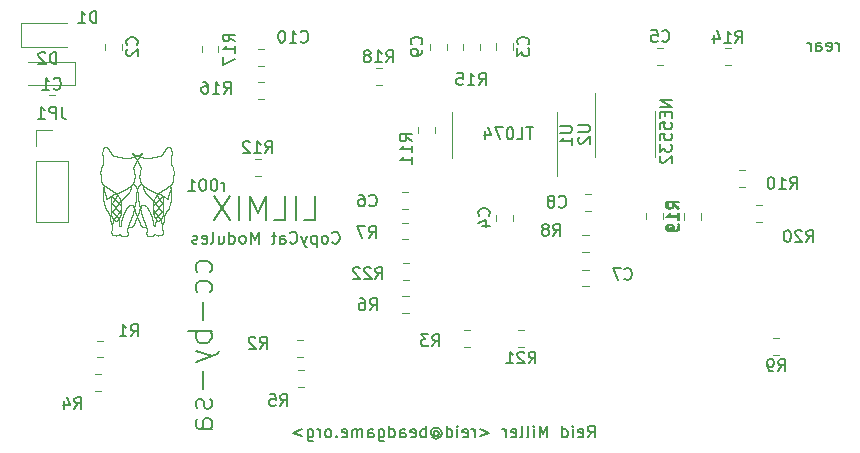
<source format=gbr>
G04 #@! TF.GenerationSoftware,KiCad,Pcbnew,5.1.4+dfsg1-1*
G04 #@! TF.CreationDate,2020-04-10T18:02:15-04:00*
G04 #@! TF.ProjectId,LilMix,4c696c4d-6978-42e6-9b69-6361645f7063,rev?*
G04 #@! TF.SameCoordinates,Original*
G04 #@! TF.FileFunction,Legend,Bot*
G04 #@! TF.FilePolarity,Positive*
%FSLAX46Y46*%
G04 Gerber Fmt 4.6, Leading zero omitted, Abs format (unit mm)*
G04 Created by KiCad (PCBNEW 5.1.4+dfsg1-1) date 2020-04-10 18:02:15*
%MOMM*%
%LPD*%
G04 APERTURE LIST*
%ADD10C,0.150000*%
%ADD11C,0.007500*%
%ADD12C,0.120000*%
G04 APERTURE END LIST*
D10*
X133880476Y-110972380D02*
X134213809Y-110496190D01*
X134451904Y-110972380D02*
X134451904Y-109972380D01*
X134070952Y-109972380D01*
X133975714Y-110020000D01*
X133928095Y-110067619D01*
X133880476Y-110162857D01*
X133880476Y-110305714D01*
X133928095Y-110400952D01*
X133975714Y-110448571D01*
X134070952Y-110496190D01*
X134451904Y-110496190D01*
X133070952Y-110924761D02*
X133166190Y-110972380D01*
X133356666Y-110972380D01*
X133451904Y-110924761D01*
X133499523Y-110829523D01*
X133499523Y-110448571D01*
X133451904Y-110353333D01*
X133356666Y-110305714D01*
X133166190Y-110305714D01*
X133070952Y-110353333D01*
X133023333Y-110448571D01*
X133023333Y-110543809D01*
X133499523Y-110639047D01*
X132594761Y-110972380D02*
X132594761Y-110305714D01*
X132594761Y-109972380D02*
X132642380Y-110020000D01*
X132594761Y-110067619D01*
X132547142Y-110020000D01*
X132594761Y-109972380D01*
X132594761Y-110067619D01*
X131690000Y-110972380D02*
X131690000Y-109972380D01*
X131690000Y-110924761D02*
X131785238Y-110972380D01*
X131975714Y-110972380D01*
X132070952Y-110924761D01*
X132118571Y-110877142D01*
X132166190Y-110781904D01*
X132166190Y-110496190D01*
X132118571Y-110400952D01*
X132070952Y-110353333D01*
X131975714Y-110305714D01*
X131785238Y-110305714D01*
X131690000Y-110353333D01*
X130451904Y-110972380D02*
X130451904Y-109972380D01*
X130118571Y-110686666D01*
X129785238Y-109972380D01*
X129785238Y-110972380D01*
X129309047Y-110972380D02*
X129309047Y-110305714D01*
X129309047Y-109972380D02*
X129356666Y-110020000D01*
X129309047Y-110067619D01*
X129261428Y-110020000D01*
X129309047Y-109972380D01*
X129309047Y-110067619D01*
X128690000Y-110972380D02*
X128785238Y-110924761D01*
X128832857Y-110829523D01*
X128832857Y-109972380D01*
X128166190Y-110972380D02*
X128261428Y-110924761D01*
X128309047Y-110829523D01*
X128309047Y-109972380D01*
X127404285Y-110924761D02*
X127499523Y-110972380D01*
X127690000Y-110972380D01*
X127785238Y-110924761D01*
X127832857Y-110829523D01*
X127832857Y-110448571D01*
X127785238Y-110353333D01*
X127690000Y-110305714D01*
X127499523Y-110305714D01*
X127404285Y-110353333D01*
X127356666Y-110448571D01*
X127356666Y-110543809D01*
X127832857Y-110639047D01*
X126928095Y-110972380D02*
X126928095Y-110305714D01*
X126928095Y-110496190D02*
X126880476Y-110400952D01*
X126832857Y-110353333D01*
X126737619Y-110305714D01*
X126642380Y-110305714D01*
X124785238Y-110305714D02*
X125547142Y-110591428D01*
X124785238Y-110877142D01*
X124309047Y-110972380D02*
X124309047Y-110305714D01*
X124309047Y-110496190D02*
X124261428Y-110400952D01*
X124213809Y-110353333D01*
X124118571Y-110305714D01*
X124023333Y-110305714D01*
X123309047Y-110924761D02*
X123404285Y-110972380D01*
X123594761Y-110972380D01*
X123690000Y-110924761D01*
X123737619Y-110829523D01*
X123737619Y-110448571D01*
X123690000Y-110353333D01*
X123594761Y-110305714D01*
X123404285Y-110305714D01*
X123309047Y-110353333D01*
X123261428Y-110448571D01*
X123261428Y-110543809D01*
X123737619Y-110639047D01*
X122832857Y-110972380D02*
X122832857Y-110305714D01*
X122832857Y-109972380D02*
X122880476Y-110020000D01*
X122832857Y-110067619D01*
X122785238Y-110020000D01*
X122832857Y-109972380D01*
X122832857Y-110067619D01*
X121928095Y-110972380D02*
X121928095Y-109972380D01*
X121928095Y-110924761D02*
X122023333Y-110972380D01*
X122213809Y-110972380D01*
X122309047Y-110924761D01*
X122356666Y-110877142D01*
X122404285Y-110781904D01*
X122404285Y-110496190D01*
X122356666Y-110400952D01*
X122309047Y-110353333D01*
X122213809Y-110305714D01*
X122023333Y-110305714D01*
X121928095Y-110353333D01*
X120832857Y-110496190D02*
X120880476Y-110448571D01*
X120975714Y-110400952D01*
X121070952Y-110400952D01*
X121166190Y-110448571D01*
X121213809Y-110496190D01*
X121261428Y-110591428D01*
X121261428Y-110686666D01*
X121213809Y-110781904D01*
X121166190Y-110829523D01*
X121070952Y-110877142D01*
X120975714Y-110877142D01*
X120880476Y-110829523D01*
X120832857Y-110781904D01*
X120832857Y-110400952D02*
X120832857Y-110781904D01*
X120785238Y-110829523D01*
X120737619Y-110829523D01*
X120642380Y-110781904D01*
X120594761Y-110686666D01*
X120594761Y-110448571D01*
X120690000Y-110305714D01*
X120832857Y-110210476D01*
X121023333Y-110162857D01*
X121213809Y-110210476D01*
X121356666Y-110305714D01*
X121451904Y-110448571D01*
X121499523Y-110639047D01*
X121451904Y-110829523D01*
X121356666Y-110972380D01*
X121213809Y-111067619D01*
X121023333Y-111115238D01*
X120832857Y-111067619D01*
X120690000Y-110972380D01*
X120166190Y-110972380D02*
X120166190Y-109972380D01*
X120166190Y-110353333D02*
X120070952Y-110305714D01*
X119880476Y-110305714D01*
X119785238Y-110353333D01*
X119737619Y-110400952D01*
X119690000Y-110496190D01*
X119690000Y-110781904D01*
X119737619Y-110877142D01*
X119785238Y-110924761D01*
X119880476Y-110972380D01*
X120070952Y-110972380D01*
X120166190Y-110924761D01*
X118880476Y-110924761D02*
X118975714Y-110972380D01*
X119166190Y-110972380D01*
X119261428Y-110924761D01*
X119309047Y-110829523D01*
X119309047Y-110448571D01*
X119261428Y-110353333D01*
X119166190Y-110305714D01*
X118975714Y-110305714D01*
X118880476Y-110353333D01*
X118832857Y-110448571D01*
X118832857Y-110543809D01*
X119309047Y-110639047D01*
X117975714Y-110972380D02*
X117975714Y-110448571D01*
X118023333Y-110353333D01*
X118118571Y-110305714D01*
X118309047Y-110305714D01*
X118404285Y-110353333D01*
X117975714Y-110924761D02*
X118070952Y-110972380D01*
X118309047Y-110972380D01*
X118404285Y-110924761D01*
X118451904Y-110829523D01*
X118451904Y-110734285D01*
X118404285Y-110639047D01*
X118309047Y-110591428D01*
X118070952Y-110591428D01*
X117975714Y-110543809D01*
X117070952Y-110972380D02*
X117070952Y-109972380D01*
X117070952Y-110924761D02*
X117166190Y-110972380D01*
X117356666Y-110972380D01*
X117451904Y-110924761D01*
X117499523Y-110877142D01*
X117547142Y-110781904D01*
X117547142Y-110496190D01*
X117499523Y-110400952D01*
X117451904Y-110353333D01*
X117356666Y-110305714D01*
X117166190Y-110305714D01*
X117070952Y-110353333D01*
X116166190Y-110305714D02*
X116166190Y-111115238D01*
X116213809Y-111210476D01*
X116261428Y-111258095D01*
X116356666Y-111305714D01*
X116499523Y-111305714D01*
X116594761Y-111258095D01*
X116166190Y-110924761D02*
X116261428Y-110972380D01*
X116451904Y-110972380D01*
X116547142Y-110924761D01*
X116594761Y-110877142D01*
X116642380Y-110781904D01*
X116642380Y-110496190D01*
X116594761Y-110400952D01*
X116547142Y-110353333D01*
X116451904Y-110305714D01*
X116261428Y-110305714D01*
X116166190Y-110353333D01*
X115261428Y-110972380D02*
X115261428Y-110448571D01*
X115309047Y-110353333D01*
X115404285Y-110305714D01*
X115594761Y-110305714D01*
X115690000Y-110353333D01*
X115261428Y-110924761D02*
X115356666Y-110972380D01*
X115594761Y-110972380D01*
X115690000Y-110924761D01*
X115737619Y-110829523D01*
X115737619Y-110734285D01*
X115690000Y-110639047D01*
X115594761Y-110591428D01*
X115356666Y-110591428D01*
X115261428Y-110543809D01*
X114785238Y-110972380D02*
X114785238Y-110305714D01*
X114785238Y-110400952D02*
X114737619Y-110353333D01*
X114642380Y-110305714D01*
X114499523Y-110305714D01*
X114404285Y-110353333D01*
X114356666Y-110448571D01*
X114356666Y-110972380D01*
X114356666Y-110448571D02*
X114309047Y-110353333D01*
X114213809Y-110305714D01*
X114070952Y-110305714D01*
X113975714Y-110353333D01*
X113928095Y-110448571D01*
X113928095Y-110972380D01*
X113070952Y-110924761D02*
X113166190Y-110972380D01*
X113356666Y-110972380D01*
X113451904Y-110924761D01*
X113499523Y-110829523D01*
X113499523Y-110448571D01*
X113451904Y-110353333D01*
X113356666Y-110305714D01*
X113166190Y-110305714D01*
X113070952Y-110353333D01*
X113023333Y-110448571D01*
X113023333Y-110543809D01*
X113499523Y-110639047D01*
X112594761Y-110877142D02*
X112547142Y-110924761D01*
X112594761Y-110972380D01*
X112642380Y-110924761D01*
X112594761Y-110877142D01*
X112594761Y-110972380D01*
X111975714Y-110972380D02*
X112070952Y-110924761D01*
X112118571Y-110877142D01*
X112166190Y-110781904D01*
X112166190Y-110496190D01*
X112118571Y-110400952D01*
X112070952Y-110353333D01*
X111975714Y-110305714D01*
X111832857Y-110305714D01*
X111737619Y-110353333D01*
X111690000Y-110400952D01*
X111642380Y-110496190D01*
X111642380Y-110781904D01*
X111690000Y-110877142D01*
X111737619Y-110924761D01*
X111832857Y-110972380D01*
X111975714Y-110972380D01*
X111213809Y-110972380D02*
X111213809Y-110305714D01*
X111213809Y-110496190D02*
X111166190Y-110400952D01*
X111118571Y-110353333D01*
X111023333Y-110305714D01*
X110928095Y-110305714D01*
X110166190Y-110305714D02*
X110166190Y-111115238D01*
X110213809Y-111210476D01*
X110261428Y-111258095D01*
X110356666Y-111305714D01*
X110499523Y-111305714D01*
X110594761Y-111258095D01*
X110166190Y-110924761D02*
X110261428Y-110972380D01*
X110451904Y-110972380D01*
X110547142Y-110924761D01*
X110594761Y-110877142D01*
X110642380Y-110781904D01*
X110642380Y-110496190D01*
X110594761Y-110400952D01*
X110547142Y-110353333D01*
X110451904Y-110305714D01*
X110261428Y-110305714D01*
X110166190Y-110353333D01*
X109690000Y-110305714D02*
X108928095Y-110591428D01*
X109690000Y-110877142D01*
D11*
X98579439Y-87468703D02*
X98578848Y-87476103D01*
X98578848Y-87476103D02*
X98578208Y-87482964D01*
X98578208Y-87482964D02*
X98577413Y-87490301D01*
X98577413Y-87490301D02*
X98576575Y-87497068D01*
X98576575Y-87497068D02*
X98575656Y-87503719D01*
X98575656Y-87503719D02*
X98574643Y-87510444D01*
X98574643Y-87510444D02*
X98573271Y-87519037D01*
X98573271Y-87519037D02*
X98572159Y-87525978D01*
X98572159Y-87525978D02*
X98571164Y-87532601D01*
X98571164Y-87532601D02*
X98570255Y-87539538D01*
X98570255Y-87539538D02*
X98569521Y-87546532D01*
X98569521Y-87546532D02*
X98568990Y-87553549D01*
X98568990Y-87553549D02*
X98568644Y-87560860D01*
X98568644Y-87560860D02*
X98568572Y-87563473D01*
X98589471Y-87282704D02*
X98588606Y-87291115D01*
X98588606Y-87291115D02*
X98587918Y-87298572D01*
X98587918Y-87298572D02*
X98587285Y-87306145D01*
X98587285Y-87306145D02*
X98586698Y-87313811D01*
X98586698Y-87313811D02*
X98586160Y-87321558D01*
X98586160Y-87321558D02*
X98585489Y-87332306D01*
X98585489Y-87332306D02*
X98585057Y-87339973D01*
X98585057Y-87339973D02*
X98584648Y-87347857D01*
X98584648Y-87347857D02*
X98584198Y-87357320D01*
X98584198Y-87357320D02*
X98583753Y-87367541D01*
X98583753Y-87367541D02*
X98583375Y-87376917D01*
X98583375Y-87376917D02*
X98583023Y-87386205D01*
X98583023Y-87386205D02*
X98582634Y-87396890D01*
X98582634Y-87396890D02*
X98582262Y-87407363D01*
X98582262Y-87407363D02*
X98581948Y-87416139D01*
X98581948Y-87416139D02*
X98581659Y-87423992D01*
X98581659Y-87423992D02*
X98581356Y-87431809D01*
X98581356Y-87431809D02*
X98581043Y-87439387D01*
X98581043Y-87439387D02*
X98580706Y-87446858D01*
X98580706Y-87446858D02*
X98580343Y-87454025D01*
X98580343Y-87454025D02*
X98579937Y-87461151D01*
X98579937Y-87461151D02*
X98579467Y-87468296D01*
X98579467Y-87468296D02*
X98579439Y-87468703D01*
X96470162Y-87312981D02*
X96477235Y-87313561D01*
X96477235Y-87313561D02*
X96484566Y-87314067D01*
X96484566Y-87314067D02*
X96491706Y-87314459D01*
X96491706Y-87314459D02*
X96499551Y-87314775D01*
X96499551Y-87314775D02*
X96507239Y-87314964D01*
X96507239Y-87314964D02*
X96514816Y-87315039D01*
X96514816Y-87315039D02*
X96522330Y-87315006D01*
X96522330Y-87315006D02*
X96530237Y-87314867D01*
X96530237Y-87314867D02*
X96538594Y-87314616D01*
X96538594Y-87314616D02*
X96547046Y-87314269D01*
X96547046Y-87314269D02*
X96555653Y-87313841D01*
X96555653Y-87313841D02*
X96564477Y-87313343D01*
X96564477Y-87313343D02*
X96572657Y-87312849D01*
X96572657Y-87312849D02*
X96580158Y-87312379D01*
X96580158Y-87312379D02*
X96582073Y-87312258D01*
X93829399Y-92569015D02*
X93824499Y-92563925D01*
X93824499Y-92563925D02*
X93817724Y-92556898D01*
X93817724Y-92556898D02*
X93810689Y-92549611D01*
X93810689Y-92549611D02*
X93805263Y-92543995D01*
X93805263Y-92543995D02*
X93797821Y-92536297D01*
X93797821Y-92536297D02*
X93790171Y-92528388D01*
X93790171Y-92528388D02*
X93782335Y-92520285D01*
X93782335Y-92520285D02*
X93774329Y-92512005D01*
X93774329Y-92512005D02*
X93766172Y-92503566D01*
X93766172Y-92503566D02*
X93760999Y-92498212D01*
X93760999Y-92498212D02*
X93756832Y-92493898D01*
X93756832Y-92493898D02*
X93752638Y-92489552D01*
X93752638Y-92489552D02*
X93747361Y-92484081D01*
X93747361Y-92484081D02*
X93743113Y-92479674D01*
X93743113Y-92479674D02*
X93738846Y-92475244D01*
X93738846Y-92475244D02*
X93733486Y-92469674D01*
X93733486Y-92469674D02*
X93725946Y-92461830D01*
X93725946Y-92461830D02*
X93721621Y-92457326D01*
X93721621Y-92457326D02*
X93716203Y-92451678D01*
X93716203Y-92451678D02*
X93711863Y-92447149D01*
X93711863Y-92447149D02*
X93707521Y-92442611D01*
X93707521Y-92442611D02*
X93701007Y-92435794D01*
X93701007Y-92435794D02*
X93696666Y-92431244D01*
X93696666Y-92431244D02*
X93692331Y-92426695D01*
X93692331Y-92426695D02*
X93688004Y-92422147D01*
X93688004Y-92422147D02*
X93683686Y-92417603D01*
X93683686Y-92417603D02*
X93679380Y-92413065D01*
X93679380Y-92413065D02*
X93675090Y-92408535D01*
X93675090Y-92408535D02*
X93670817Y-92404015D01*
X93670817Y-92404015D02*
X93666564Y-92399508D01*
X93666564Y-92399508D02*
X93662859Y-92395576D01*
X93662859Y-92395576D02*
X93658123Y-92390538D01*
X93658123Y-92390538D02*
X93653420Y-92385525D01*
X93653420Y-92385525D02*
X93649789Y-92381645D01*
X93649789Y-92381645D02*
X93645666Y-92377231D01*
X93645666Y-92377231D02*
X93641578Y-92372844D01*
X93641578Y-92372844D02*
X93637525Y-92368485D01*
X93637525Y-92368485D02*
X93633511Y-92364154D01*
X93633511Y-92364154D02*
X93629041Y-92359318D01*
X93629041Y-92359318D02*
X93623655Y-92353468D01*
X93623655Y-92353468D02*
X93619793Y-92349259D01*
X93619793Y-92349259D02*
X93615505Y-92344569D01*
X93615505Y-92344569D02*
X93611750Y-92340445D01*
X93611750Y-92340445D02*
X93608047Y-92336364D01*
X93608047Y-92336364D02*
X93604400Y-92332331D01*
X93604400Y-92332331D02*
X93600812Y-92328344D01*
X93600812Y-92328344D02*
X93595977Y-92322946D01*
X93595977Y-92322946D02*
X93592111Y-92318604D01*
X93592111Y-92318604D02*
X93587502Y-92313393D01*
X93587502Y-92313393D02*
X93583829Y-92309213D01*
X93583829Y-92309213D02*
X93579854Y-92304658D01*
X93579854Y-92304658D02*
X93577145Y-92301531D01*
X93485306Y-91104962D02*
X93485220Y-91095721D01*
X93485220Y-91095721D02*
X93485117Y-91085079D01*
X93485117Y-91085079D02*
X93485041Y-91077566D01*
X93485041Y-91077566D02*
X93484964Y-91070126D01*
X93484964Y-91070126D02*
X93484852Y-91059829D01*
X93484852Y-91059829D02*
X93484744Y-91050393D01*
X93484744Y-91050393D02*
X93484651Y-91042500D01*
X93484651Y-91042500D02*
X93484512Y-91031171D01*
X93484512Y-91031171D02*
X93484414Y-91023483D01*
X93484414Y-91023483D02*
X93484303Y-91015188D01*
X93484303Y-91015188D02*
X93484190Y-91006988D01*
X93484190Y-91006988D02*
X93484066Y-90998210D01*
X93484066Y-90998210D02*
X93483908Y-90987558D01*
X93483908Y-90987558D02*
X93483766Y-90978370D01*
X93483766Y-90978370D02*
X93483612Y-90968661D01*
X93483612Y-90968661D02*
X93483409Y-90956557D01*
X93483409Y-90956557D02*
X93483235Y-90946533D01*
X93483235Y-90946533D02*
X93483090Y-90938500D01*
X93483090Y-90938500D02*
X93482897Y-90928141D01*
X93482897Y-90928141D02*
X93482710Y-90918539D01*
X93482710Y-90918539D02*
X93482556Y-90910843D01*
X93482556Y-90910843D02*
X93482399Y-90903235D01*
X93482399Y-90903235D02*
X93482233Y-90895432D01*
X93482233Y-90895432D02*
X93482028Y-90886025D01*
X93482028Y-90886025D02*
X93481826Y-90877035D01*
X93481826Y-90877035D02*
X93481632Y-90868722D01*
X93481632Y-90868722D02*
X93481398Y-90858892D01*
X93481398Y-90858892D02*
X93481199Y-90850817D01*
X93481199Y-90850817D02*
X93480956Y-90841265D01*
X93480956Y-90841265D02*
X93480749Y-90833416D01*
X93480749Y-90833416D02*
X93480549Y-90825924D01*
X93480549Y-90825924D02*
X93480318Y-90817507D01*
X93480318Y-90817507D02*
X93479947Y-90804473D01*
X93479947Y-90804473D02*
X93479715Y-90796587D01*
X93479715Y-90796587D02*
X93479481Y-90788798D01*
X93479481Y-90788798D02*
X93479243Y-90781104D01*
X93479243Y-90781104D02*
X93478972Y-90772560D01*
X93478972Y-90772560D02*
X93478688Y-90763836D01*
X93478688Y-90763836D02*
X93478391Y-90754887D01*
X93478391Y-90754887D02*
X93478143Y-90747587D01*
X93478143Y-90747587D02*
X93477877Y-90739916D01*
X93477877Y-90739916D02*
X93477515Y-90729676D01*
X93477515Y-90729676D02*
X93477098Y-90718276D01*
X93477098Y-90718276D02*
X93476775Y-90709628D01*
X93476775Y-90709628D02*
X93476483Y-90701928D01*
X93476483Y-90701928D02*
X93476121Y-90692619D01*
X93476121Y-90692619D02*
X93475825Y-90685082D01*
X93475825Y-90685082D02*
X93475427Y-90675134D01*
X93475427Y-90675134D02*
X93475082Y-90666719D01*
X93475082Y-90666719D02*
X93474553Y-90653928D01*
X93474553Y-90653928D02*
X93474110Y-90643482D01*
X93474110Y-90643482D02*
X93473701Y-90633916D01*
X93473701Y-90633916D02*
X93473189Y-90622047D01*
X93473189Y-90622047D02*
X93472810Y-90613395D01*
X93472810Y-90613395D02*
X93472189Y-90599309D01*
X93472189Y-90599309D02*
X93471808Y-90590732D01*
X93471808Y-90590732D02*
X93471394Y-90581392D01*
X93471394Y-90581392D02*
X93471118Y-90575170D01*
X93492397Y-91979033D02*
X93492157Y-91970161D01*
X93492157Y-91970161D02*
X93491926Y-91961093D01*
X93491926Y-91961093D02*
X93491702Y-91951825D01*
X93491702Y-91951825D02*
X93491517Y-91943732D01*
X93491517Y-91943732D02*
X93491338Y-91935504D01*
X93491338Y-91935504D02*
X93491163Y-91927141D01*
X93491163Y-91927141D02*
X93491002Y-91919179D01*
X93491002Y-91919179D02*
X93490830Y-91910027D01*
X93490830Y-91910027D02*
X93490683Y-91902016D01*
X93490683Y-91902016D02*
X93490534Y-91893530D01*
X93490534Y-91893530D02*
X93490403Y-91885689D01*
X93490403Y-91885689D02*
X93490245Y-91875859D01*
X93490245Y-91875859D02*
X93490057Y-91863577D01*
X93490057Y-91863577D02*
X93489932Y-91855017D01*
X93489932Y-91855017D02*
X93489828Y-91847556D01*
X93489828Y-91847556D02*
X93489716Y-91839235D01*
X93489716Y-91839235D02*
X93489611Y-91831237D01*
X93489611Y-91831237D02*
X93489462Y-91819114D01*
X93489462Y-91819114D02*
X93489334Y-91808485D01*
X93489334Y-91808485D02*
X93489243Y-91800237D01*
X93489243Y-91800237D02*
X93489139Y-91790678D01*
X93489139Y-91790678D02*
X93489020Y-91779354D01*
X93489020Y-91779354D02*
X93488935Y-91770896D01*
X93488935Y-91770896D02*
X93488861Y-91763239D01*
X93488861Y-91763239D02*
X93488758Y-91752102D01*
X93488758Y-91752102D02*
X93488681Y-91743473D01*
X93488681Y-91743473D02*
X93488610Y-91735231D01*
X93488610Y-91735231D02*
X93488518Y-91724321D01*
X93488518Y-91724321D02*
X93488448Y-91715539D01*
X93488448Y-91715539D02*
X93488355Y-91703174D01*
X93488355Y-91703174D02*
X93488251Y-91688939D01*
X93488251Y-91688939D02*
X93488171Y-91677299D01*
X93488171Y-91677299D02*
X93488105Y-91667403D01*
X93488105Y-91667403D02*
X93488051Y-91659273D01*
X93488051Y-91659273D02*
X93487967Y-91645667D01*
X93487967Y-91645667D02*
X93487912Y-91636555D01*
X93487912Y-91636555D02*
X93487849Y-91625586D01*
X93487849Y-91625586D02*
X93487796Y-91615955D01*
X93487796Y-91615955D02*
X93487720Y-91601691D01*
X93487720Y-91601691D02*
X93487673Y-91592459D01*
X93487673Y-91592459D02*
X93487608Y-91579500D01*
X93487608Y-91579500D02*
X93487555Y-91568366D01*
X93487555Y-91568366D02*
X93487503Y-91557205D01*
X93487503Y-91557205D02*
X93487462Y-91548820D01*
X93487462Y-91548820D02*
X93487413Y-91537628D01*
X93487413Y-91537628D02*
X93487369Y-91527358D01*
X93487369Y-91527358D02*
X93487329Y-91518011D01*
X93487329Y-91518011D02*
X93487256Y-91500236D01*
X93487256Y-91500236D02*
X93487170Y-91478706D01*
X93487170Y-91478706D02*
X93487085Y-91456244D01*
X93487085Y-91456244D02*
X93486917Y-91411417D01*
X93486917Y-91411417D02*
X93486777Y-91374330D01*
X93486777Y-91374330D02*
X93486741Y-91365102D01*
X93486741Y-91365102D02*
X93486706Y-91355895D01*
X93486706Y-91355895D02*
X93486664Y-91344876D01*
X93486664Y-91344876D02*
X93486607Y-91330247D01*
X93486607Y-91330247D02*
X93486574Y-91322053D01*
X93486574Y-91322053D02*
X93486533Y-91312068D01*
X93486533Y-91312068D02*
X93486494Y-91303024D01*
X93486494Y-91303024D02*
X93486425Y-91286832D01*
X93486425Y-91286832D02*
X93486377Y-91276107D01*
X93486377Y-91276107D02*
X93486337Y-91267214D01*
X93486337Y-91267214D02*
X93486299Y-91259243D01*
X93486299Y-91259243D02*
X93486227Y-91244281D01*
X93486227Y-91244281D02*
X93486185Y-91236200D01*
X93486185Y-91236200D02*
X93486138Y-91226855D01*
X93486138Y-91226855D02*
X93486091Y-91218215D01*
X93486091Y-91218215D02*
X93486035Y-91207915D01*
X93486035Y-91207915D02*
X93485985Y-91199387D01*
X93485985Y-91199387D02*
X93485913Y-91187544D01*
X93485913Y-91187544D02*
X93485864Y-91179780D01*
X93485864Y-91179780D02*
X93485775Y-91165851D01*
X93485775Y-91165851D02*
X93485719Y-91157618D01*
X93485719Y-91157618D02*
X93485649Y-91147823D01*
X93485649Y-91147823D02*
X93485577Y-91138121D01*
X93485577Y-91138121D02*
X93485502Y-91128518D01*
X93485502Y-91128518D02*
X93485438Y-91120592D01*
X93485438Y-91120592D02*
X93485345Y-91109619D01*
X93485345Y-91109619D02*
X93485306Y-91104962D01*
X93577145Y-92301531D02*
X93572999Y-92296706D01*
X93572999Y-92296706D02*
X93569354Y-92292415D01*
X93569354Y-92292415D02*
X93565824Y-92288200D01*
X93565824Y-92288200D02*
X93562405Y-92284051D01*
X93562405Y-92284051D02*
X93558451Y-92279146D01*
X93558451Y-92279146D02*
X93554654Y-92274308D01*
X93554654Y-92274308D02*
X93551006Y-92269514D01*
X93551006Y-92269514D02*
X93547510Y-92264751D01*
X93547510Y-92264751D02*
X93544159Y-92260001D01*
X93544159Y-92260001D02*
X93540952Y-92255246D01*
X93540952Y-92255246D02*
X93537976Y-92250620D01*
X93537976Y-92250620D02*
X93534889Y-92245553D01*
X93534889Y-92245553D02*
X93531693Y-92239963D01*
X93531693Y-92239963D02*
X93528987Y-92234899D01*
X93528987Y-92234899D02*
X93526412Y-92229737D01*
X93526412Y-92229737D02*
X93524010Y-92224567D01*
X93524010Y-92224567D02*
X93521681Y-92219157D01*
X93521681Y-92219157D02*
X93519383Y-92213363D01*
X93519383Y-92213363D02*
X93517168Y-92207264D01*
X93517168Y-92207264D02*
X93514924Y-92200454D01*
X93514924Y-92200454D02*
X93512818Y-92193366D01*
X93512818Y-92193366D02*
X93511121Y-92187049D01*
X93511121Y-92187049D02*
X93509631Y-92180976D01*
X93509631Y-92180976D02*
X93508131Y-92174253D01*
X93508131Y-92174253D02*
X93506845Y-92167932D01*
X93506845Y-92167932D02*
X93505602Y-92161225D01*
X93505602Y-92161225D02*
X93504429Y-92154262D01*
X93504429Y-92154262D02*
X93503406Y-92147612D01*
X93503406Y-92147612D02*
X93502440Y-92140725D01*
X93502440Y-92140725D02*
X93501538Y-92133679D01*
X93501538Y-92133679D02*
X93500656Y-92126143D01*
X93500656Y-92126143D02*
X93499877Y-92118813D01*
X93499877Y-92118813D02*
X93499189Y-92111772D01*
X93499189Y-92111772D02*
X93498527Y-92104399D01*
X93498527Y-92104399D02*
X93497884Y-92096573D01*
X93497884Y-92096573D02*
X93497203Y-92087490D01*
X93497203Y-92087490D02*
X93496714Y-92080342D01*
X93496714Y-92080342D02*
X93496246Y-92072987D01*
X93496246Y-92072987D02*
X93495802Y-92065425D01*
X93495802Y-92065425D02*
X93495404Y-92058141D01*
X93495404Y-92058141D02*
X93495025Y-92050663D01*
X93495025Y-92050663D02*
X93494672Y-92043246D01*
X93494672Y-92043246D02*
X93494337Y-92035643D01*
X93494337Y-92035643D02*
X93494034Y-92028389D01*
X93494034Y-92028389D02*
X93493726Y-92020413D01*
X93493726Y-92020413D02*
X93493398Y-92011379D01*
X93493398Y-92011379D02*
X93493133Y-92003563D01*
X93493133Y-92003563D02*
X93492887Y-91995868D01*
X93492887Y-91995868D02*
X93492643Y-91987700D01*
X93492643Y-91987700D02*
X93492431Y-91980284D01*
X93492431Y-91980284D02*
X93492397Y-91979033D01*
X96015216Y-89356619D02*
X96012681Y-89350659D01*
X96012681Y-89350659D02*
X96010468Y-89345368D01*
X96010468Y-89345368D02*
X96007755Y-89338759D01*
X96007755Y-89338759D02*
X96005099Y-89332159D01*
X96005099Y-89332159D02*
X96001476Y-89322934D01*
X96001476Y-89322934D02*
X95998955Y-89316361D01*
X95998955Y-89316361D02*
X95996487Y-89309799D01*
X95996487Y-89309799D02*
X95994074Y-89303253D01*
X95994074Y-89303253D02*
X95991714Y-89296721D01*
X95991714Y-89296721D02*
X95989406Y-89290209D01*
X95989406Y-89290209D02*
X95987150Y-89283719D01*
X95987150Y-89283719D02*
X95984944Y-89277246D01*
X95984944Y-89277246D02*
X95982363Y-89269510D01*
X95982363Y-89269510D02*
X95980266Y-89263091D01*
X95980266Y-89263091D02*
X95978216Y-89256695D01*
X95978216Y-89256695D02*
X95976215Y-89250328D01*
X95976215Y-89250328D02*
X95974259Y-89243990D01*
X95974259Y-89243990D02*
X95972350Y-89237684D01*
X95972350Y-89237684D02*
X95970487Y-89231410D01*
X95970487Y-89231410D02*
X95968667Y-89225168D01*
X95968667Y-89225168D02*
X95966889Y-89218961D01*
X95966889Y-89218961D02*
X95965156Y-89212793D01*
X95965156Y-89212793D02*
X95963464Y-89206662D01*
X95963464Y-89206662D02*
X95961813Y-89200570D01*
X95961813Y-89200570D02*
X95959570Y-89192112D01*
X95959570Y-89192112D02*
X95958013Y-89186121D01*
X95958013Y-89186121D02*
X95955899Y-89177810D01*
X95955899Y-89177810D02*
X95953859Y-89169592D01*
X95953859Y-89169592D02*
X95952167Y-89162625D01*
X95952167Y-89162625D02*
X95950662Y-89156305D01*
X95950662Y-89156305D02*
X95949197Y-89150045D01*
X95949197Y-89150045D02*
X95947391Y-89142176D01*
X95947391Y-89142176D02*
X95945528Y-89133867D01*
X95945528Y-89133867D02*
X95943968Y-89126774D01*
X95943968Y-89126774D02*
X95942236Y-89118718D01*
X95942236Y-89118718D02*
X95940895Y-89112374D01*
X95940895Y-89112374D02*
X95939595Y-89106124D01*
X95939595Y-89106124D02*
X95938230Y-89099464D01*
X95938230Y-89099464D02*
X95936712Y-89091922D01*
X95936712Y-89091922D02*
X95935442Y-89085516D01*
X95935442Y-89085516D02*
X95934027Y-89078278D01*
X95934027Y-89078278D02*
X95932664Y-89071210D01*
X95932664Y-89071210D02*
X95931435Y-89064771D01*
X95931435Y-89064771D02*
X95929999Y-89057165D01*
X96303661Y-89717341D02*
X96298835Y-89713449D01*
X96298835Y-89713449D02*
X96294536Y-89709954D01*
X96294536Y-89709954D02*
X96289810Y-89706083D01*
X96289810Y-89706083D02*
X96285135Y-89702222D01*
X96285135Y-89702222D02*
X96279593Y-89697601D01*
X96279593Y-89697601D02*
X96274577Y-89693379D01*
X96274577Y-89693379D02*
X96269171Y-89688786D01*
X96269171Y-89688786D02*
X96263396Y-89683826D01*
X96263396Y-89683826D02*
X96259011Y-89680022D01*
X96259011Y-89680022D02*
X96253812Y-89675468D01*
X96253812Y-89675468D02*
X96249533Y-89671687D01*
X96249533Y-89671687D02*
X96244462Y-89667159D01*
X96244462Y-89667159D02*
X96240287Y-89663396D01*
X96240287Y-89663396D02*
X96236160Y-89659643D01*
X96236160Y-89659643D02*
X96230459Y-89654403D01*
X96230459Y-89654403D02*
X96226444Y-89650671D01*
X96226444Y-89650671D02*
X96222473Y-89646948D01*
X96222473Y-89646948D02*
X96217769Y-89642492D01*
X96217769Y-89642492D02*
X96213898Y-89638788D01*
X96213898Y-89638788D02*
X96210071Y-89635092D01*
X96210071Y-89635092D02*
X96205538Y-89630669D01*
X96205538Y-89630669D02*
X96200698Y-89625891D01*
X96200698Y-89625891D02*
X96196660Y-89621859D01*
X96196660Y-89621859D02*
X96190164Y-89615281D01*
X96190164Y-89615281D02*
X96185909Y-89610909D01*
X96185909Y-89610909D02*
X96180675Y-89605461D01*
X96180675Y-89605461D02*
X96176896Y-89601478D01*
X96176896Y-89601478D02*
X96172497Y-89596782D01*
X96172497Y-89596782D02*
X96168493Y-89592458D01*
X96168493Y-89592458D02*
X96164549Y-89588144D01*
X96164549Y-89588144D02*
X96160661Y-89583841D01*
X96160661Y-89583841D02*
X96156828Y-89579549D01*
X96156828Y-89579549D02*
X96152741Y-89574911D01*
X96152741Y-89574911D02*
X96148103Y-89569572D01*
X96148103Y-89569572D02*
X96144454Y-89565312D01*
X96144454Y-89565312D02*
X96140859Y-89561063D01*
X96140859Y-89561063D02*
X96136147Y-89555412D01*
X96136147Y-89555412D02*
X96132676Y-89551185D01*
X96132676Y-89551185D02*
X96128407Y-89545912D01*
X96128407Y-89545912D02*
X96124772Y-89541353D01*
X96124772Y-89541353D02*
X96121469Y-89537155D01*
X96121469Y-89537155D02*
X96117141Y-89531570D01*
X96117141Y-89531570D02*
X96112900Y-89526000D01*
X96112900Y-89526000D02*
X96109000Y-89520791D01*
X96109000Y-89520791D02*
X96105680Y-89516287D01*
X96105680Y-89516287D02*
X96101668Y-89510756D01*
X96101668Y-89510756D02*
X96097980Y-89505583D01*
X96097980Y-89505583D02*
X96094600Y-89500763D01*
X96094600Y-89500763D02*
X96091047Y-89495613D01*
X96091047Y-89495613D02*
X96087560Y-89490472D01*
X96087560Y-89490472D02*
X96082564Y-89482950D01*
X96082564Y-89482950D02*
X96079239Y-89477836D01*
X96079239Y-89477836D02*
X96075544Y-89472049D01*
X96075544Y-89472049D02*
X96072562Y-89467294D01*
X96072562Y-89467294D02*
X96069011Y-89461532D01*
X96069011Y-89461532D02*
X96065740Y-89456116D01*
X96065740Y-89456116D02*
X96062534Y-89450712D01*
X96062534Y-89450712D02*
X96058809Y-89444305D01*
X96058809Y-89444305D02*
X96055742Y-89438919D01*
X96055742Y-89438919D02*
X96052549Y-89433207D01*
X96052549Y-89433207D02*
X96048878Y-89426497D01*
X96048878Y-89426497D02*
X96046007Y-89421139D01*
X96046007Y-89421139D02*
X96043365Y-89416120D01*
X96043365Y-89416120D02*
X96040431Y-89410441D01*
X96040431Y-89410441D02*
X96037723Y-89405103D01*
X96037723Y-89405103D02*
X96035068Y-89399772D01*
X96035068Y-89399772D02*
X96032461Y-89394443D01*
X96032461Y-89394443D02*
X96029905Y-89389121D01*
X96029905Y-89389121D02*
X96027394Y-89383804D01*
X96027394Y-89383804D02*
X96024321Y-89377164D01*
X96024321Y-89377164D02*
X96021911Y-89371857D01*
X96021911Y-89371857D02*
X96018958Y-89365228D01*
X96018958Y-89365228D02*
X96016642Y-89359928D01*
X96016642Y-89359928D02*
X96015216Y-89356619D01*
X97776934Y-93802532D02*
X97782010Y-93800105D01*
X97782010Y-93800105D02*
X97786955Y-93797231D01*
X97786955Y-93797231D02*
X97791793Y-93794049D01*
X97791793Y-93794049D02*
X97796412Y-93790732D01*
X97796412Y-93790732D02*
X97800732Y-93787416D01*
X97800732Y-93787416D02*
X97805579Y-93783478D01*
X97805579Y-93783478D02*
X97810042Y-93779665D01*
X97810042Y-93779665D02*
X97814082Y-93776067D01*
X97814082Y-93776067D02*
X97818119Y-93772338D01*
X97818119Y-93772338D02*
X97821993Y-93768631D01*
X97821993Y-93768631D02*
X97825883Y-93764786D01*
X97825883Y-93764786D02*
X97830223Y-93760342D01*
X97830223Y-93760342D02*
X97834243Y-93756066D01*
X97834243Y-93756066D02*
X97839144Y-93750632D01*
X97839144Y-93750632D02*
X97842662Y-93746561D01*
X97842662Y-93746561D02*
X97846384Y-93742071D01*
X97846384Y-93742071D02*
X97849880Y-93737645D01*
X97849880Y-93737645D02*
X97853122Y-93733313D01*
X97853122Y-93733313D02*
X97856359Y-93728690D01*
X97856359Y-93728690D02*
X97859454Y-93723863D01*
X97859454Y-93723863D02*
X97862240Y-93718948D01*
X97862240Y-93718948D02*
X97864633Y-93713763D01*
X97864633Y-93713763D02*
X97866196Y-93708505D01*
X97641550Y-93854162D02*
X97648058Y-93851984D01*
X97648058Y-93851984D02*
X97654023Y-93849949D01*
X97654023Y-93849949D02*
X97661228Y-93847445D01*
X97661228Y-93847445D02*
X97669061Y-93844666D01*
X97669061Y-93844666D02*
X97675465Y-93842354D01*
X97675465Y-93842354D02*
X97682084Y-93839931D01*
X97682084Y-93839931D02*
X97688002Y-93837739D01*
X97688002Y-93837739D02*
X97693661Y-93835621D01*
X97693661Y-93835621D02*
X97699570Y-93833387D01*
X97699570Y-93833387D02*
X97707159Y-93830484D01*
X97707159Y-93830484D02*
X97714047Y-93827822D01*
X97714047Y-93827822D02*
X97720802Y-93825186D01*
X97720802Y-93825186D02*
X97726857Y-93822803D01*
X97726857Y-93822803D02*
X97733824Y-93820040D01*
X97733824Y-93820040D02*
X97740049Y-93817551D01*
X97740049Y-93817551D02*
X97746054Y-93815136D01*
X97746054Y-93815136D02*
X97751820Y-93812806D01*
X97751820Y-93812806D02*
X97757320Y-93810569D01*
X97757320Y-93810569D02*
X97764209Y-93807756D01*
X97764209Y-93807756D02*
X97769786Y-93805469D01*
X97769786Y-93805469D02*
X97776934Y-93802532D01*
X96106021Y-86918940D02*
X96099748Y-86920460D01*
X96099748Y-86920460D02*
X96094583Y-86923079D01*
X96094583Y-86923079D02*
X96089882Y-86925957D01*
X96089882Y-86925957D02*
X96085176Y-86929100D01*
X96085176Y-86929100D02*
X96080619Y-86932302D01*
X96080619Y-86932302D02*
X96075710Y-86935853D01*
X96075710Y-86935853D02*
X96069997Y-86940059D01*
X96069997Y-86940059D02*
X96064355Y-86944241D01*
X96064355Y-86944241D02*
X96058869Y-86948297D01*
X96058869Y-86948297D02*
X96053627Y-86952148D01*
X96053627Y-86952148D02*
X96049256Y-86955331D01*
X96049256Y-86955331D02*
X96044730Y-86958594D01*
X96044730Y-86958594D02*
X96040046Y-86961928D01*
X96040046Y-86961928D02*
X96035207Y-86965324D01*
X96035207Y-86965324D02*
X96030209Y-86968772D01*
X96030209Y-86968772D02*
X96025382Y-86972045D01*
X96025382Y-86972045D02*
X96020752Y-86975126D01*
X96020752Y-86975126D02*
X96016003Y-86978229D01*
X96016003Y-86978229D02*
X96009719Y-86982235D01*
X96009719Y-86982235D02*
X96004696Y-86985362D01*
X96004696Y-86985362D02*
X95999551Y-86988488D01*
X95999551Y-86988488D02*
X95994289Y-86991608D01*
X95994289Y-86991608D02*
X95988393Y-86995005D01*
X95988393Y-86995005D02*
X95983401Y-86997807D01*
X95983401Y-86997807D02*
X95980606Y-86999346D01*
X97779322Y-91874698D02*
X97782837Y-91870557D01*
X97782837Y-91870557D02*
X97786907Y-91865817D01*
X97786907Y-91865817D02*
X97791028Y-91861068D01*
X97791028Y-91861068D02*
X97795198Y-91856310D01*
X97795198Y-91856310D02*
X97799413Y-91851541D01*
X97799413Y-91851541D02*
X97803676Y-91846766D01*
X97803676Y-91846766D02*
X97809065Y-91840783D01*
X97809065Y-91840783D02*
X97813426Y-91835989D01*
X97813426Y-91835989D02*
X97818930Y-91829984D01*
X97818930Y-91829984D02*
X97823378Y-91825172D01*
X97823378Y-91825172D02*
X97827862Y-91820355D01*
X97827862Y-91820355D02*
X97833515Y-91814322D01*
X97833515Y-91814322D02*
X97839221Y-91808282D01*
X97839221Y-91808282D02*
X97843819Y-91803441D01*
X97843819Y-91803441D02*
X97848447Y-91798597D01*
X97848447Y-91798597D02*
X97852518Y-91794353D01*
X97852518Y-91794353D02*
X97856607Y-91790103D01*
X97856607Y-91790103D02*
X97861895Y-91784638D01*
X97861895Y-91784638D02*
X97866618Y-91779775D01*
X97866618Y-91779775D02*
X97871361Y-91774906D01*
X97871361Y-91774906D02*
X97876124Y-91770036D01*
X97876124Y-91770036D02*
X97880903Y-91765161D01*
X97880903Y-91765161D02*
X97885699Y-91760285D01*
X97885699Y-91760285D02*
X97890507Y-91755404D01*
X97890507Y-91755404D02*
X97895327Y-91750523D01*
X97895327Y-91750523D02*
X97900159Y-91745639D01*
X97900159Y-91745639D02*
X97905000Y-91740755D01*
X97905000Y-91740755D02*
X97909847Y-91735868D01*
X97909847Y-91735868D02*
X97914699Y-91730981D01*
X97914699Y-91730981D02*
X97919556Y-91726093D01*
X97919556Y-91726093D02*
X97925631Y-91719985D01*
X96719887Y-93951273D02*
X96726157Y-93952624D01*
X96726157Y-93952624D02*
X96733373Y-93953970D01*
X96733373Y-93953970D02*
X96740028Y-93955024D01*
X96740028Y-93955024D02*
X96748248Y-93956084D01*
X96748248Y-93956084D02*
X96755606Y-93956818D01*
X96755606Y-93956818D02*
X96763010Y-93957364D01*
X96763010Y-93957364D02*
X96770773Y-93957738D01*
X96770773Y-93957738D02*
X96778275Y-93957918D01*
X96778275Y-93957918D02*
X96786771Y-93957915D01*
X96786771Y-93957915D02*
X96794375Y-93957740D01*
X96794375Y-93957740D02*
X96801705Y-93957422D01*
X96801705Y-93957422D02*
X96809722Y-93956919D01*
X96809722Y-93956919D02*
X96817144Y-93956316D01*
X96817144Y-93956316D02*
X96824285Y-93955619D01*
X96824285Y-93955619D02*
X96831793Y-93954769D01*
X96831793Y-93954769D02*
X96839346Y-93953804D01*
X96839346Y-93953804D02*
X96846280Y-93952823D01*
X96846280Y-93952823D02*
X96852919Y-93951803D01*
X96852919Y-93951803D02*
X96859592Y-93950708D01*
X96859592Y-93950708D02*
X96866298Y-93949537D01*
X96866298Y-93949537D02*
X96873039Y-93948295D01*
X96873039Y-93948295D02*
X96879812Y-93946985D01*
X96879812Y-93946985D02*
X96883213Y-93946308D01*
X96592185Y-93892269D02*
X96596820Y-93895236D01*
X96596820Y-93895236D02*
X96602890Y-93899058D01*
X96602890Y-93899058D02*
X96607690Y-93902024D01*
X96607690Y-93902024D02*
X96613333Y-93905438D01*
X96613333Y-93905438D02*
X96618781Y-93908657D01*
X96618781Y-93908657D02*
X96624198Y-93911781D01*
X96624198Y-93911781D02*
X96629790Y-93914920D01*
X96629790Y-93914920D02*
X96635794Y-93918191D01*
X96635794Y-93918191D02*
X96640722Y-93920795D01*
X96640722Y-93920795D02*
X96646517Y-93923767D01*
X96646517Y-93923767D02*
X96651663Y-93926315D01*
X96651663Y-93926315D02*
X96656772Y-93928762D01*
X96656772Y-93928762D02*
X96662298Y-93931314D01*
X96662298Y-93931314D02*
X96667508Y-93933627D01*
X96667508Y-93933627D02*
X96673031Y-93935975D01*
X96673031Y-93935975D02*
X96678702Y-93938276D01*
X96678702Y-93938276D02*
X96684121Y-93940365D01*
X96684121Y-93940365D02*
X96689744Y-93942417D01*
X96689744Y-93942417D02*
X96695497Y-93944392D01*
X96695497Y-93944392D02*
X96701305Y-93946255D01*
X96701305Y-93946255D02*
X96707158Y-93947992D01*
X96707158Y-93947992D02*
X96713647Y-93949752D01*
X96713647Y-93949752D02*
X96719887Y-93951273D01*
X96538979Y-93851090D02*
X96543163Y-93855327D01*
X96543163Y-93855327D02*
X96547971Y-93859891D01*
X96547971Y-93859891D02*
X96552053Y-93863507D01*
X96552053Y-93863507D02*
X96556159Y-93866933D01*
X96556159Y-93866933D02*
X96560677Y-93870500D01*
X96560677Y-93870500D02*
X96565038Y-93873784D01*
X96565038Y-93873784D02*
X96569841Y-93877259D01*
X96569841Y-93877259D02*
X96574355Y-93880420D01*
X96574355Y-93880420D02*
X96579271Y-93883774D01*
X96579271Y-93883774D02*
X96584014Y-93886938D01*
X96584014Y-93886938D02*
X96589130Y-93890291D01*
X96589130Y-93890291D02*
X96592185Y-93892269D01*
X96508237Y-93779174D02*
X96509351Y-93785779D01*
X96509351Y-93785779D02*
X96510631Y-93792396D01*
X96510631Y-93792396D02*
X96512186Y-93799364D01*
X96512186Y-93799364D02*
X96513859Y-93805829D01*
X96513859Y-93805829D02*
X96515733Y-93812066D01*
X96515733Y-93812066D02*
X96517845Y-93818096D01*
X96517845Y-93818096D02*
X96520046Y-93823501D01*
X96520046Y-93823501D02*
X96522458Y-93828597D01*
X96522458Y-93828597D02*
X96525205Y-93833581D01*
X96525205Y-93833581D02*
X96528274Y-93838346D01*
X96528274Y-93838346D02*
X96531673Y-93842889D01*
X96531673Y-93842889D02*
X96535241Y-93847083D01*
X96535241Y-93847083D02*
X96538979Y-93851090D01*
X96502919Y-93610784D02*
X96502308Y-93618754D01*
X96502308Y-93618754D02*
X96501836Y-93626651D01*
X96501836Y-93626651D02*
X96501457Y-93634943D01*
X96501457Y-93634943D02*
X96501192Y-93642840D01*
X96501192Y-93642840D02*
X96501012Y-93650765D01*
X96501012Y-93650765D02*
X96500904Y-93659018D01*
X96500904Y-93659018D02*
X96500881Y-93668634D01*
X96500881Y-93668634D02*
X96500943Y-93677123D01*
X96500943Y-93677123D02*
X96501083Y-93685665D01*
X96501083Y-93685665D02*
X96501298Y-93694227D01*
X96501298Y-93694227D02*
X96501545Y-93701707D01*
X96501545Y-93701707D02*
X96501865Y-93709502D01*
X96501865Y-93709502D02*
X96502237Y-93717060D01*
X96502237Y-93717060D02*
X96502645Y-93724204D01*
X96502645Y-93724204D02*
X96503164Y-93732055D01*
X96503164Y-93732055D02*
X96503801Y-93740430D01*
X96503801Y-93740430D02*
X96504406Y-93747450D01*
X96504406Y-93747450D02*
X96505081Y-93754435D01*
X96505081Y-93754435D02*
X96505869Y-93761648D01*
X96505869Y-93761648D02*
X96506713Y-93768561D01*
X96506713Y-93768561D02*
X96507642Y-93775287D01*
X96507642Y-93775287D02*
X96508237Y-93779174D01*
X97102941Y-91959885D02*
X97110389Y-91953564D01*
X97110389Y-91953564D02*
X97115611Y-91949128D01*
X97115611Y-91949128D02*
X97122343Y-91943396D01*
X97122343Y-91943396D02*
X97127601Y-91938907D01*
X97127601Y-91938907D02*
X97133637Y-91933732D01*
X97133637Y-91933732D02*
X97138189Y-91929814D01*
X97138189Y-91929814D02*
X97142764Y-91925858D01*
X97142764Y-91925858D02*
X97147367Y-91921860D01*
X97147367Y-91921860D02*
X97152003Y-91917818D01*
X97152003Y-91917818D02*
X97156668Y-91913722D01*
X97156668Y-91913722D02*
X97161372Y-91909568D01*
X97161372Y-91909568D02*
X97165718Y-91905708D01*
X97165718Y-91905708D02*
X97170903Y-91901077D01*
X97170903Y-91901077D02*
X97175736Y-91896726D01*
X97175736Y-91896726D02*
X97180616Y-91892300D01*
X97180616Y-91892300D02*
X97185550Y-91887794D01*
X97185550Y-91887794D02*
X97190540Y-91883204D01*
X97190540Y-91883204D02*
X97195588Y-91878524D01*
X97195588Y-91878524D02*
X97200696Y-91873750D01*
X97200696Y-91873750D02*
X97205870Y-91868875D01*
X97205870Y-91868875D02*
X97210671Y-91864315D01*
X97210671Y-91864315D02*
X97215087Y-91860092D01*
X97215087Y-91860092D02*
X97219553Y-91855790D01*
X97219553Y-91855790D02*
X97224073Y-91851408D01*
X97224073Y-91851408D02*
X97228647Y-91846942D01*
X97228647Y-91846942D02*
X97232812Y-91842850D01*
X97232812Y-91842850D02*
X97237023Y-91838682D01*
X97237023Y-91838682D02*
X97241758Y-91833968D01*
X97241758Y-91833968D02*
X97245591Y-91830129D01*
X97245591Y-91830129D02*
X97249950Y-91825737D01*
X97249950Y-91825737D02*
X97254362Y-91821265D01*
X97254362Y-91821265D02*
X97258329Y-91817220D01*
X97258329Y-91817220D02*
X97262339Y-91813110D01*
X97262339Y-91813110D02*
X97266391Y-91808930D01*
X97266391Y-91808930D02*
X97270488Y-91804683D01*
X97270488Y-91804683D02*
X97274631Y-91800364D01*
X97274631Y-91800364D02*
X97278822Y-91795975D01*
X97278822Y-91795975D02*
X97282526Y-91792074D01*
X97282526Y-91792074D02*
X97286269Y-91788115D01*
X97286269Y-91788115D02*
X97290593Y-91783520D01*
X97290593Y-91783520D02*
X97294967Y-91778849D01*
X97294967Y-91778849D02*
X97299391Y-91774097D01*
X97299391Y-91774097D02*
X97303868Y-91769268D01*
X97303868Y-91769268D02*
X97308397Y-91764355D01*
X97308397Y-91764355D02*
X97312982Y-91759362D01*
X97312982Y-91759362D02*
X97317619Y-91754283D01*
X97317619Y-91754283D02*
X97322904Y-91748469D01*
X97322904Y-91748469D02*
X97327064Y-91743868D01*
X97327064Y-91743868D02*
X97331873Y-91738529D01*
X97331873Y-91738529D02*
X97333693Y-91736505D01*
X97614170Y-90782954D02*
X97610147Y-90786462D01*
X97610147Y-90786462D02*
X97605694Y-90790371D01*
X97605694Y-90790371D02*
X97600400Y-90795058D01*
X97600400Y-90795058D02*
X97595478Y-90799445D01*
X97595478Y-90799445D02*
X97590524Y-90803891D01*
X97590524Y-90803891D02*
X97585539Y-90808396D01*
X97585539Y-90808396D02*
X97580523Y-90812958D01*
X97580523Y-90812958D02*
X97575477Y-90817575D01*
X97575477Y-90817575D02*
X97570399Y-90822249D01*
X97570399Y-90822249D02*
X97565292Y-90826978D01*
X97565292Y-90826978D02*
X97560156Y-90831764D01*
X97560156Y-90831764D02*
X97554989Y-90836600D01*
X97554989Y-90836600D02*
X97549794Y-90841490D01*
X97549794Y-90841490D02*
X97544572Y-90846434D01*
X97544572Y-90846434D02*
X97539320Y-90851427D01*
X97539320Y-90851427D02*
X97534043Y-90856474D01*
X97534043Y-90856474D02*
X97528736Y-90861569D01*
X97528736Y-90861569D02*
X97523404Y-90866713D01*
X97523404Y-90866713D02*
X97518045Y-90871906D01*
X97518045Y-90871906D02*
X97512660Y-90877148D01*
X97512660Y-90877148D02*
X97507250Y-90882437D01*
X97507250Y-90882437D02*
X97501814Y-90887773D01*
X97501814Y-90887773D02*
X97496352Y-90893153D01*
X97496352Y-90893153D02*
X97490867Y-90898578D01*
X97490867Y-90898578D02*
X97485358Y-90904049D01*
X97485358Y-90904049D02*
X97477975Y-90911411D01*
X97477975Y-90911411D02*
X97472411Y-90916982D01*
X97472411Y-90916982D02*
X97466823Y-90922594D01*
X97466823Y-90922594D02*
X97463086Y-90926358D01*
X97463086Y-90926358D02*
X97459340Y-90930142D01*
X97459340Y-90930142D02*
X97455582Y-90933942D01*
X97455582Y-90933942D02*
X97451816Y-90937762D01*
X97451816Y-90937762D02*
X97448041Y-90941598D01*
X97448041Y-90941598D02*
X97442360Y-90947384D01*
X97442360Y-90947384D02*
X97438560Y-90951264D01*
X97438560Y-90951264D02*
X97434751Y-90955159D01*
X97434751Y-90955159D02*
X97430935Y-90959072D01*
X97430935Y-90959072D02*
X97427109Y-90963000D01*
X97427109Y-90963000D02*
X97423274Y-90966945D01*
X97423274Y-90966945D02*
X97419431Y-90970906D01*
X97419431Y-90970906D02*
X97415581Y-90974882D01*
X97415581Y-90974882D02*
X97411720Y-90978873D01*
X97411720Y-90978873D02*
X97407851Y-90982880D01*
X97407851Y-90982880D02*
X97403975Y-90986902D01*
X97403975Y-90986902D02*
X97400091Y-90990939D01*
X97400091Y-90990939D02*
X97396199Y-90994989D01*
X97396199Y-90994989D02*
X97392300Y-90999055D01*
X97392300Y-90999055D02*
X97385457Y-91006205D01*
X97385457Y-91006205D02*
X97380553Y-91011336D01*
X97380553Y-91011336D02*
X97376623Y-91015456D01*
X97376623Y-91015456D02*
X97370713Y-91021661D01*
X97370713Y-91021661D02*
X97366765Y-91025815D01*
X97366765Y-91025815D02*
X97362809Y-91029981D01*
X97362809Y-91029981D02*
X97357857Y-91035207D01*
X97357857Y-91035207D02*
X97352893Y-91040452D01*
X97352893Y-91040452D02*
X97348914Y-91044662D01*
X97348914Y-91044662D02*
X97344929Y-91048883D01*
X97344929Y-91048883D02*
X97337941Y-91056298D01*
X97337941Y-91056298D02*
X97332937Y-91061615D01*
X97332937Y-91061615D02*
X97325917Y-91069090D01*
X97325917Y-91069090D02*
X97321899Y-91073375D01*
X97321899Y-91073375D02*
X97316866Y-91078745D01*
X97316866Y-91078745D02*
X97312834Y-91083053D01*
X97312834Y-91083053D02*
X97308796Y-91087371D01*
X97308796Y-91087371D02*
X97301719Y-91094952D01*
X97301719Y-91094952D02*
X97296652Y-91100383D01*
X97296652Y-91100383D02*
X97289550Y-91108012D01*
X97289550Y-91108012D02*
X97285484Y-91112383D01*
X97285484Y-91112383D02*
X97280394Y-91117857D01*
X97280394Y-91117857D02*
X97274279Y-91124444D01*
X97274279Y-91124444D02*
X97269176Y-91129948D01*
X97269176Y-91129948D02*
X97265088Y-91134359D01*
X97265088Y-91134359D02*
X97260996Y-91138778D01*
X97260996Y-91138778D02*
X97255876Y-91144311D01*
X97255876Y-91144311D02*
X97251775Y-91148745D01*
X97251775Y-91148745D02*
X97244591Y-91156521D01*
X97244591Y-91156521D02*
X97240481Y-91160973D01*
X97240481Y-91160973D02*
X97236367Y-91165431D01*
X97236367Y-91165431D02*
X97232249Y-91169894D01*
X97232249Y-91169894D02*
X97228130Y-91174364D01*
X97228130Y-91174364D02*
X97224008Y-91178839D01*
X97224008Y-91178839D02*
X97218850Y-91184440D01*
X97218850Y-91184440D02*
X97211623Y-91192294D01*
X97211623Y-91192294D02*
X97207489Y-91196790D01*
X97207489Y-91196790D02*
X97203353Y-91201289D01*
X97203353Y-91201289D02*
X97199215Y-91205792D01*
X97199215Y-91205792D02*
X97195075Y-91210300D01*
X97195075Y-91210300D02*
X97190934Y-91214812D01*
X97190934Y-91214812D02*
X97186790Y-91219326D01*
X97186790Y-91219326D02*
X97182643Y-91223844D01*
X97182643Y-91223844D02*
X97178495Y-91228364D01*
X97178495Y-91228364D02*
X97174346Y-91232888D01*
X97174346Y-91232888D02*
X97168121Y-91239679D01*
X97168121Y-91239679D02*
X97161890Y-91246475D01*
X97161890Y-91246475D02*
X97157737Y-91251010D01*
X97157737Y-91251010D02*
X97151503Y-91257813D01*
X97151503Y-91257813D02*
X97143189Y-91266889D01*
X97143189Y-91266889D02*
X97134873Y-91275970D01*
X97134873Y-91275970D02*
X97126556Y-91285054D01*
X97126556Y-91285054D02*
X97122398Y-91289598D01*
X93574576Y-93168242D02*
X93574598Y-93159609D01*
X93574598Y-93159609D02*
X93574542Y-93150002D01*
X93574542Y-93150002D02*
X93574439Y-93142552D01*
X93574439Y-93142552D02*
X93574290Y-93135105D01*
X93574290Y-93135105D02*
X93574051Y-93126346D01*
X93574051Y-93126346D02*
X93573761Y-93117847D01*
X93573761Y-93117847D02*
X93573451Y-93110210D01*
X93573451Y-93110210D02*
X93573095Y-93102598D01*
X93573095Y-93102598D02*
X93572657Y-93094314D01*
X93572657Y-93094314D02*
X93572202Y-93086548D01*
X93572202Y-93086548D02*
X93571746Y-93079417D01*
X93571746Y-93079417D02*
X93571207Y-93071637D01*
X93571207Y-93071637D02*
X93570587Y-93063351D01*
X93570587Y-93063351D02*
X93570001Y-93056056D01*
X93570001Y-93056056D02*
X93569349Y-93048385D01*
X93569349Y-93048385D02*
X93568580Y-93039915D01*
X93568580Y-93039915D02*
X93567820Y-93032003D01*
X93567820Y-93032003D02*
X93567097Y-93024855D01*
X93567097Y-93024855D02*
X93566261Y-93016967D01*
X93566261Y-93016967D02*
X93565470Y-93009842D01*
X93565470Y-93009842D02*
X93564636Y-93002644D01*
X93564636Y-93002644D02*
X93563761Y-92995388D01*
X93563761Y-92995388D02*
X93562797Y-92987708D01*
X93562797Y-92987708D02*
X93561792Y-92980038D01*
X93561792Y-92980038D02*
X93560775Y-92972589D01*
X93560775Y-92972589D02*
X93559828Y-92965906D01*
X93559828Y-92965906D02*
X93558724Y-92958405D01*
X93558724Y-92958405D02*
X93557696Y-92951691D01*
X93557696Y-92951691D02*
X93556981Y-92947154D01*
X93553884Y-93398726D02*
X93554995Y-93390475D01*
X93554995Y-93390475D02*
X93555890Y-93383821D01*
X93555890Y-93383821D02*
X93556788Y-93377118D01*
X93556788Y-93377118D02*
X93557686Y-93370368D01*
X93557686Y-93370368D02*
X93558582Y-93363570D01*
X93558582Y-93363570D02*
X93559475Y-93356729D01*
X93559475Y-93356729D02*
X93560361Y-93349843D01*
X93560361Y-93349843D02*
X93561226Y-93343021D01*
X93561226Y-93343021D02*
X93562215Y-93335067D01*
X93562215Y-93335067D02*
X93563070Y-93328050D01*
X93563070Y-93328050D02*
X93563963Y-93320550D01*
X93563963Y-93320550D02*
X93565064Y-93311001D01*
X93565064Y-93311001D02*
X93565936Y-93303181D01*
X93565936Y-93303181D02*
X93566710Y-93295992D01*
X93566710Y-93295992D02*
X93567599Y-93287410D01*
X93567599Y-93287410D02*
X93568383Y-93279460D01*
X93568383Y-93279460D02*
X93569155Y-93271242D01*
X93569155Y-93271242D02*
X93569868Y-93263217D01*
X93569868Y-93263217D02*
X93570486Y-93255846D01*
X93570486Y-93255846D02*
X93571069Y-93248445D01*
X93571069Y-93248445D02*
X93571616Y-93241017D01*
X93571616Y-93241017D02*
X93572154Y-93233091D01*
X93572154Y-93233091D02*
X93572673Y-93224668D01*
X93572673Y-93224668D02*
X93573141Y-93216095D01*
X93573141Y-93216095D02*
X93573487Y-93208907D01*
X93573487Y-93208907D02*
X93573823Y-93200839D01*
X93573823Y-93200839D02*
X93574085Y-93193281D01*
X93574085Y-93193281D02*
X93574326Y-93184482D01*
X93574326Y-93184482D02*
X93574482Y-93176372D01*
X93574482Y-93176372D02*
X93574576Y-93168242D01*
X93536146Y-93584342D02*
X93536207Y-93576044D01*
X93536207Y-93576044D02*
X93536374Y-93568284D01*
X93536374Y-93568284D02*
X93536640Y-93560425D01*
X93536640Y-93560425D02*
X93537004Y-93552466D01*
X93537004Y-93552466D02*
X93537458Y-93544407D01*
X93537458Y-93544407D02*
X93537999Y-93536246D01*
X93537999Y-93536246D02*
X93538621Y-93527983D01*
X93538621Y-93527983D02*
X93539201Y-93521020D01*
X93539201Y-93521020D02*
X93539833Y-93513984D01*
X93539833Y-93513984D02*
X93540513Y-93506875D01*
X93540513Y-93506875D02*
X93541240Y-93499695D01*
X93541240Y-93499695D02*
X93542010Y-93492441D01*
X93542010Y-93492441D02*
X93542822Y-93485113D01*
X93542822Y-93485113D02*
X93543673Y-93477711D01*
X93543673Y-93477711D02*
X93544561Y-93470236D01*
X93544561Y-93470236D02*
X93545482Y-93462686D01*
X93545482Y-93462686D02*
X93546435Y-93455060D01*
X93546435Y-93455060D02*
X93547417Y-93447361D01*
X93547417Y-93447361D02*
X93548527Y-93438802D01*
X93548527Y-93438802D02*
X93549457Y-93431729D01*
X93549457Y-93431729D02*
X93550830Y-93421408D01*
X93550830Y-93421408D02*
X93552560Y-93408522D01*
X93552560Y-93408522D02*
X93553884Y-93398726D01*
X93548564Y-93708505D02*
X93547411Y-93701976D01*
X93547411Y-93701976D02*
X93546245Y-93695193D01*
X93546245Y-93695193D02*
X93545066Y-93688044D01*
X93545066Y-93688044D02*
X93544041Y-93681521D01*
X93544041Y-93681521D02*
X93543007Y-93674563D01*
X93543007Y-93674563D02*
X93541982Y-93667195D01*
X93541982Y-93667195D02*
X93541106Y-93660430D01*
X93541106Y-93660430D02*
X93540293Y-93653636D01*
X93540293Y-93653636D02*
X93539492Y-93646331D01*
X93539492Y-93646331D02*
X93538725Y-93638502D01*
X93538725Y-93638502D02*
X93538053Y-93630705D01*
X93538053Y-93630705D02*
X93537480Y-93622943D01*
X93537480Y-93622943D02*
X93537031Y-93615657D01*
X93537031Y-93615657D02*
X93536662Y-93608183D01*
X93536662Y-93608183D02*
X93536396Y-93600878D01*
X93536396Y-93600878D02*
X93536216Y-93593259D01*
X93536216Y-93593259D02*
X93536146Y-93585289D01*
X93536146Y-93585289D02*
X93536146Y-93584342D01*
X93637826Y-93802532D02*
X93632744Y-93800105D01*
X93632744Y-93800105D02*
X93627798Y-93797231D01*
X93627798Y-93797231D02*
X93622960Y-93794049D01*
X93622960Y-93794049D02*
X93618341Y-93790732D01*
X93618341Y-93790732D02*
X93613585Y-93787071D01*
X93613585Y-93787071D02*
X93609175Y-93783478D01*
X93609175Y-93783478D02*
X93604709Y-93779665D01*
X93604709Y-93779665D02*
X93598876Y-93774426D01*
X93598876Y-93774426D02*
X93594958Y-93770749D01*
X93594958Y-93770749D02*
X93590851Y-93766760D01*
X93590851Y-93766760D02*
X93586662Y-93762543D01*
X93586662Y-93762543D02*
X93582827Y-93758546D01*
X93582827Y-93758546D02*
X93579162Y-93754596D01*
X93579162Y-93754596D02*
X93575608Y-93750632D01*
X93575608Y-93750632D02*
X93571331Y-93745661D01*
X93571331Y-93745661D02*
X93567651Y-93741179D01*
X93567651Y-93741179D02*
X93564204Y-93736769D01*
X93564204Y-93736769D02*
X93560714Y-93732036D01*
X93560714Y-93732036D02*
X93557575Y-93727461D01*
X93557575Y-93727461D02*
X93554600Y-93722697D01*
X93554600Y-93722697D02*
X93551788Y-93717511D01*
X93551788Y-93717511D02*
X93549507Y-93712089D01*
X93549507Y-93712089D02*
X93548564Y-93708505D01*
X93773210Y-93854162D02*
X93766697Y-93851984D01*
X93766697Y-93851984D02*
X93760730Y-93849949D01*
X93760730Y-93849949D02*
X93754731Y-93847867D01*
X93754731Y-93847867D02*
X93748105Y-93845527D01*
X93748105Y-93845527D02*
X93741473Y-93843146D01*
X93741473Y-93843146D02*
X93735449Y-93840955D01*
X93735449Y-93840955D02*
X93729443Y-93838740D01*
X93729443Y-93838740D02*
X93723468Y-93836513D01*
X93723468Y-93836513D02*
X93717539Y-93834280D01*
X93717539Y-93834280D02*
X93709917Y-93831376D01*
X93709917Y-93831376D02*
X93702989Y-93828707D01*
X93702989Y-93828707D02*
X93696189Y-93826062D01*
X93696189Y-93826062D02*
X93690083Y-93823665D01*
X93690083Y-93823665D02*
X93683050Y-93820883D01*
X93683050Y-93820883D02*
X93676758Y-93818373D01*
X93676758Y-93818373D02*
X93670676Y-93815932D01*
X93670676Y-93815932D02*
X93664830Y-93813573D01*
X93664830Y-93813573D02*
X93659238Y-93811303D01*
X93659238Y-93811303D02*
X93652218Y-93808440D01*
X93652218Y-93808440D02*
X93644970Y-93805469D01*
X93644970Y-93805469D02*
X93637826Y-93802532D01*
X93909209Y-93881694D02*
X93901629Y-93881369D01*
X93901629Y-93881369D02*
X93894556Y-93880915D01*
X93894556Y-93880915D02*
X93887476Y-93880317D01*
X93887476Y-93880317D02*
X93880382Y-93879574D01*
X93880382Y-93879574D02*
X93873264Y-93878690D01*
X93873264Y-93878690D02*
X93866114Y-93877662D01*
X93866114Y-93877662D02*
X93858926Y-93876496D01*
X93858926Y-93876496D02*
X93851691Y-93875191D01*
X93851691Y-93875191D02*
X93844399Y-93873748D01*
X93844399Y-93873748D02*
X93838098Y-93872401D01*
X93838098Y-93872401D02*
X93831746Y-93870954D01*
X93831746Y-93870954D02*
X93825338Y-93869409D01*
X93825338Y-93869409D02*
X93818869Y-93867766D01*
X93818869Y-93867766D02*
X93812332Y-93866024D01*
X93812332Y-93866024D02*
X93805725Y-93864187D01*
X93805725Y-93864187D02*
X93799040Y-93862253D01*
X93799040Y-93862253D02*
X93792276Y-93860224D01*
X93792276Y-93860224D02*
X93785422Y-93858102D01*
X93785422Y-93858102D02*
X93779644Y-93856260D01*
X93779644Y-93856260D02*
X93773798Y-93854355D01*
X93773798Y-93854355D02*
X93773210Y-93854162D01*
X94020331Y-93868300D02*
X94014166Y-93869934D01*
X94014166Y-93869934D02*
X94007907Y-93871467D01*
X94007907Y-93871467D02*
X94001738Y-93872859D01*
X94001738Y-93872859D02*
X93995505Y-93874156D01*
X93995505Y-93874156D02*
X93988595Y-93875473D01*
X93988595Y-93875473D02*
X93981888Y-93876629D01*
X93981888Y-93876629D02*
X93975269Y-93877655D01*
X93975269Y-93877655D02*
X93967819Y-93878683D01*
X93967819Y-93878683D02*
X93960727Y-93879528D01*
X93960727Y-93879528D02*
X93953008Y-93880305D01*
X93953008Y-93880305D02*
X93945374Y-93880923D01*
X93945374Y-93880923D02*
X93937488Y-93881400D01*
X93937488Y-93881400D02*
X93929985Y-93881699D01*
X93929985Y-93881699D02*
X93922542Y-93881839D01*
X93922542Y-93881839D02*
X93914755Y-93881818D01*
X93914755Y-93881818D02*
X93909209Y-93881694D01*
X94082560Y-93838455D02*
X94077010Y-93841962D01*
X94077010Y-93841962D02*
X94072380Y-93844864D01*
X94072380Y-93844864D02*
X94067558Y-93847833D01*
X94067558Y-93847833D02*
X94062104Y-93851074D01*
X94062104Y-93851074D02*
X94057094Y-93853894D01*
X94057094Y-93853894D02*
X94051953Y-93856581D01*
X94051953Y-93856581D02*
X94046749Y-93859050D01*
X94046749Y-93859050D02*
X94041447Y-93861307D01*
X94041447Y-93861307D02*
X94035598Y-93863525D01*
X94035598Y-93863525D02*
X94029899Y-93865453D01*
X94029899Y-93865453D02*
X94023673Y-93867349D01*
X94023673Y-93867349D02*
X94020331Y-93868300D01*
X97651409Y-90196270D02*
X97646309Y-90199268D01*
X97646309Y-90199268D02*
X97640312Y-90202784D01*
X97640312Y-90202784D02*
X97634447Y-90206211D01*
X97634447Y-90206211D02*
X97628711Y-90209550D01*
X97628711Y-90209550D02*
X97623102Y-90212802D01*
X97623102Y-90212802D02*
X97616268Y-90216748D01*
X97616268Y-90216748D02*
X97610500Y-90220061D01*
X97610500Y-90220061D02*
X97605305Y-90223034D01*
X97605305Y-90223034D02*
X97600230Y-90225924D01*
X97600230Y-90225924D02*
X97595274Y-90228733D01*
X97595274Y-90228733D02*
X97590434Y-90231462D01*
X97590434Y-90231462D02*
X97584161Y-90234979D01*
X97584161Y-90234979D02*
X97578090Y-90238359D01*
X97578090Y-90238359D02*
X97572215Y-90241603D01*
X97572215Y-90241603D02*
X97566536Y-90244717D01*
X97566536Y-90244717D02*
X97561384Y-90247518D01*
X97561384Y-90247518D02*
X97555744Y-90250559D01*
X97555744Y-90250559D02*
X97550624Y-90253294D01*
X97550624Y-90253294D02*
X97545684Y-90255907D01*
X97545684Y-90255907D02*
X97539750Y-90259006D01*
X97539750Y-90259006D02*
X97534084Y-90261924D01*
X97534084Y-90261924D02*
X97528941Y-90264535D01*
X97528941Y-90264535D02*
X97523517Y-90267241D01*
X97523517Y-90267241D02*
X97517886Y-90269995D01*
X97517886Y-90269995D02*
X97512116Y-90272754D01*
X97512116Y-90272754D02*
X97506909Y-90275176D01*
X97506909Y-90275176D02*
X97501421Y-90277649D01*
X97501421Y-90277649D02*
X97496126Y-90279945D01*
X97496126Y-90279945D02*
X97490544Y-90282255D01*
X97490544Y-90282255D02*
X97484673Y-90284528D01*
X97484673Y-90284528D02*
X97478977Y-90286546D01*
X97478977Y-90286546D02*
X97473070Y-90288385D01*
X97473070Y-90288385D02*
X97466912Y-90289936D01*
X97466912Y-90289936D02*
X97460458Y-90291010D01*
X97460458Y-90291010D02*
X97452822Y-90291254D01*
X97452822Y-90291254D02*
X97445829Y-90290463D01*
X97445829Y-90290463D02*
X97443642Y-90290147D01*
X98583169Y-87879416D02*
X98586283Y-87884998D01*
X98586283Y-87884998D02*
X98589409Y-87890076D01*
X98589409Y-87890076D02*
X98593103Y-87895610D01*
X98593103Y-87895610D02*
X98596365Y-87900204D01*
X98596365Y-87900204D02*
X98600591Y-87905846D01*
X98600591Y-87905846D02*
X98604410Y-87910719D01*
X98604410Y-87910719D02*
X98608391Y-87915620D01*
X98608391Y-87915620D02*
X98611818Y-87919724D01*
X98611818Y-87919724D02*
X98615332Y-87923841D01*
X98615332Y-87923841D02*
X98618920Y-87927968D01*
X98618920Y-87927968D02*
X98622574Y-87932105D01*
X98622574Y-87932105D02*
X98626277Y-87936245D01*
X98626277Y-87936245D02*
X98630023Y-87940388D01*
X98630023Y-87940388D02*
X98633798Y-87944531D01*
X98633798Y-87944531D02*
X98638349Y-87949496D01*
X98638349Y-87949496D02*
X98644045Y-87955688D01*
X98644045Y-87955688D02*
X98647826Y-87959801D01*
X98647826Y-87959801D02*
X98652328Y-87964717D01*
X98652328Y-87964717D02*
X98656406Y-87969200D01*
X98656406Y-87969200D02*
X98661145Y-87974468D01*
X98661145Y-87974468D02*
X98665066Y-87978890D01*
X98665066Y-87978890D02*
X98668894Y-87983281D01*
X98571912Y-87789445D02*
X98571257Y-87796654D01*
X98571257Y-87796654D02*
X98570624Y-87804280D01*
X98570624Y-87804280D02*
X98570150Y-87811663D01*
X98570150Y-87811663D02*
X98569886Y-87818902D01*
X98569886Y-87818902D02*
X98569910Y-87826710D01*
X98569910Y-87826710D02*
X98570308Y-87834385D01*
X98570308Y-87834385D02*
X98571060Y-87841454D01*
X98571060Y-87841454D02*
X98572142Y-87848075D01*
X98572142Y-87848075D02*
X98573693Y-87854962D01*
X98573693Y-87854962D02*
X98575500Y-87861199D01*
X98575500Y-87861199D02*
X98577452Y-87866766D01*
X98577452Y-87866766D02*
X98579937Y-87872768D01*
X98579937Y-87872768D02*
X98582476Y-87878077D01*
X98582476Y-87878077D02*
X98583169Y-87879416D01*
X94318291Y-91889829D02*
X94318373Y-91898539D01*
X94318373Y-91898539D02*
X94318491Y-91911099D01*
X94318491Y-91911099D02*
X94318566Y-91919220D01*
X94318566Y-91919220D02*
X94318652Y-91929067D01*
X94318652Y-91929067D02*
X94318716Y-91936717D01*
X94318716Y-91936717D02*
X94318771Y-91944167D01*
X94318771Y-91944167D02*
X94318840Y-91954977D01*
X94318840Y-91954977D02*
X94318885Y-91965361D01*
X94318885Y-91965361D02*
X94318902Y-91975340D01*
X94318902Y-91975340D02*
X94318891Y-91984142D01*
X94318891Y-91984142D02*
X94318858Y-91991680D01*
X94318858Y-91991680D02*
X94318794Y-91999718D01*
X94318794Y-91999718D02*
X94318686Y-92008186D01*
X94318686Y-92008186D02*
X94318537Y-92016338D01*
X94318537Y-92016338D02*
X94318350Y-92023860D01*
X94318350Y-92023860D02*
X94318084Y-92032074D01*
X94318084Y-92032074D02*
X94317783Y-92039322D01*
X94317783Y-92039322D02*
X94317420Y-92046546D01*
X94317420Y-92046546D02*
X94316976Y-92053695D01*
X94316976Y-92053695D02*
X94316396Y-92061427D01*
X94316396Y-92061427D02*
X94315741Y-92068679D01*
X94315741Y-92068679D02*
X94314892Y-92076521D01*
X94314892Y-92076521D02*
X94314002Y-92083478D01*
X94314002Y-92083478D02*
X94312988Y-92090294D01*
X94312988Y-92090294D02*
X94311876Y-92096818D01*
X94311876Y-92096818D02*
X94310594Y-92103427D01*
X94310594Y-92103427D02*
X94309043Y-92110473D01*
X94309043Y-92110473D02*
X94307462Y-92116845D01*
X94307462Y-92116845D02*
X94305798Y-92122933D01*
X94305798Y-92122933D02*
X94303675Y-92129968D01*
X94303675Y-92129968D02*
X94301648Y-92136114D01*
X94301648Y-92136114D02*
X94299456Y-92142277D01*
X94299456Y-92142277D02*
X94297091Y-92148485D01*
X94297091Y-92148485D02*
X94294926Y-92153863D01*
X94294926Y-92153863D02*
X94292625Y-92159307D01*
X94292625Y-92159307D02*
X94290188Y-92164839D01*
X94290188Y-92164839D02*
X94287609Y-92170474D01*
X94287609Y-92170474D02*
X94284886Y-92176227D01*
X94284886Y-92176227D02*
X94282135Y-92181869D01*
X94282135Y-92181869D02*
X94279502Y-92187145D01*
X94279502Y-92187145D02*
X94276885Y-92192289D01*
X94276885Y-92192289D02*
X94274156Y-92197557D01*
X94274156Y-92197557D02*
X94272752Y-92200244D01*
X94317997Y-91173617D02*
X94317841Y-91181283D01*
X94317841Y-91181283D02*
X94317682Y-91189692D01*
X94317682Y-91189692D02*
X94317552Y-91197135D01*
X94317552Y-91197135D02*
X94317428Y-91204721D01*
X94317428Y-91204721D02*
X94317291Y-91213645D01*
X94317291Y-91213645D02*
X94317181Y-91221215D01*
X94317181Y-91221215D02*
X94317079Y-91228909D01*
X94317079Y-91228909D02*
X94316978Y-91237028D01*
X94316978Y-91237028D02*
X94316880Y-91245274D01*
X94316880Y-91245274D02*
X94316789Y-91253636D01*
X94316789Y-91253636D02*
X94316709Y-91261455D01*
X94316709Y-91261455D02*
X94316634Y-91269368D01*
X94316634Y-91269368D02*
X94316550Y-91278714D01*
X94316550Y-91278714D02*
X94316473Y-91288181D01*
X94316473Y-91288181D02*
X94316413Y-91296043D01*
X94316413Y-91296043D02*
X94316361Y-91303632D01*
X94316361Y-91303632D02*
X94316304Y-91312336D01*
X94316304Y-91312336D02*
X94316254Y-91320768D01*
X94316254Y-91320768D02*
X94316213Y-91328560D01*
X94316213Y-91328560D02*
X94316163Y-91338564D01*
X94316163Y-91338564D02*
X94316107Y-91351552D01*
X94316107Y-91351552D02*
X94316063Y-91363215D01*
X94316063Y-91363215D02*
X94316026Y-91374978D01*
X94316026Y-91374978D02*
X94315995Y-91386836D01*
X94315995Y-91386836D02*
X94315970Y-91398780D01*
X94315970Y-91398780D02*
X94315950Y-91410805D01*
X94315950Y-91410805D02*
X94315938Y-91421386D01*
X94315938Y-91421386D02*
X94315933Y-91428975D01*
X94315933Y-91428975D02*
X94315926Y-91438495D01*
X94315926Y-91438495D02*
X94315926Y-91450344D01*
X94315926Y-91450344D02*
X94315928Y-91459553D01*
X94315928Y-91459553D02*
X94315936Y-91471866D01*
X94315936Y-91471866D02*
X94315949Y-91484217D01*
X94315949Y-91484217D02*
X94315965Y-91496595D01*
X94315965Y-91496595D02*
X94315987Y-91508997D01*
X94315987Y-91508997D02*
X94316021Y-91524518D01*
X94316021Y-91524518D02*
X94316055Y-91538493D01*
X94316055Y-91538493D02*
X94316077Y-91546258D01*
X94316077Y-91546258D02*
X94316100Y-91554018D01*
X94316100Y-91554018D02*
X94316135Y-91564876D01*
X94316135Y-91564876D02*
X94316179Y-91577268D01*
X94316179Y-91577268D02*
X94316208Y-91585000D01*
X94316208Y-91585000D02*
X94316244Y-91594263D01*
X94316244Y-91594263D02*
X94316276Y-91601968D01*
X94316276Y-91601968D02*
X94316311Y-91610615D01*
X94316311Y-91610615D02*
X94316353Y-91619910D01*
X94316353Y-91619910D02*
X94316412Y-91632040D01*
X94316412Y-91632040D02*
X94316469Y-91643259D01*
X94316469Y-91643259D02*
X94316509Y-91650834D01*
X94316509Y-91650834D02*
X94316553Y-91659134D01*
X94316553Y-91659134D02*
X94316625Y-91671900D01*
X94316625Y-91671900D02*
X94316671Y-91680104D01*
X94316671Y-91680104D02*
X94316748Y-91692710D01*
X94316748Y-91692710D02*
X94316797Y-91700811D01*
X94316797Y-91700811D02*
X94316848Y-91708864D01*
X94316848Y-91708864D02*
X94316916Y-91719049D01*
X94316916Y-91719049D02*
X94316984Y-91729497D01*
X94316984Y-91729497D02*
X94317051Y-91739146D01*
X94317051Y-91739146D02*
X94317130Y-91750466D01*
X94317130Y-91750466D02*
X94317204Y-91760958D01*
X94317204Y-91760958D02*
X94317277Y-91770646D01*
X94317277Y-91770646D02*
X94317334Y-91778181D01*
X94317334Y-91778181D02*
X94317397Y-91786325D01*
X94317397Y-91786325D02*
X94317481Y-91797044D01*
X94317481Y-91797044D02*
X94317566Y-91807602D01*
X94317566Y-91807602D02*
X94317652Y-91817992D01*
X94317652Y-91817992D02*
X94317715Y-91825663D01*
X94317715Y-91825663D02*
X94317822Y-91838238D01*
X94317822Y-91838238D02*
X94317908Y-91848081D01*
X94317908Y-91848081D02*
X94317994Y-91857728D01*
X94317994Y-91857728D02*
X94318079Y-91867170D01*
X94318079Y-91867170D02*
X94318164Y-91876401D01*
X94318164Y-91876401D02*
X94318249Y-91885415D01*
X94318249Y-91885415D02*
X94318291Y-91889829D01*
X94341938Y-90938409D02*
X94339700Y-90944081D01*
X94339700Y-90944081D02*
X94337597Y-90949812D01*
X94337597Y-90949812D02*
X94335692Y-90955658D01*
X94335692Y-90955658D02*
X94333987Y-90961689D01*
X94333987Y-90961689D02*
X94332426Y-90968106D01*
X94332426Y-90968106D02*
X94331119Y-90974336D01*
X94331119Y-90974336D02*
X94329945Y-90980727D01*
X94329945Y-90980727D02*
X94328826Y-90987676D01*
X94328826Y-90987676D02*
X94327887Y-90994268D01*
X94327887Y-90994268D02*
X94326996Y-91001267D01*
X94326996Y-91001267D02*
X94326224Y-91008011D01*
X94326224Y-91008011D02*
X94325472Y-91015275D01*
X94325472Y-91015275D02*
X94324743Y-91023090D01*
X94324743Y-91023090D02*
X94324120Y-91030400D01*
X94324120Y-91030400D02*
X94323540Y-91037889D01*
X94323540Y-91037889D02*
X94323007Y-91045370D01*
X94323007Y-91045370D02*
X94322531Y-91052635D01*
X94322531Y-91052635D02*
X94322020Y-91061094D01*
X94322020Y-91061094D02*
X94321564Y-91069311D01*
X94321564Y-91069311D02*
X94321159Y-91077199D01*
X94321159Y-91077199D02*
X94320804Y-91084674D01*
X94320804Y-91084674D02*
X94320426Y-91093236D01*
X94320426Y-91093236D02*
X94320030Y-91102999D01*
X94320030Y-91102999D02*
X94319752Y-91110402D01*
X94319752Y-91110402D02*
X94319410Y-91120276D01*
X94319410Y-91120276D02*
X94319146Y-91128474D01*
X94319146Y-91128474D02*
X94318867Y-91137900D01*
X94318867Y-91137900D02*
X94318648Y-91145807D01*
X94318648Y-91145807D02*
X94318423Y-91154706D01*
X94318423Y-91154706D02*
X94318216Y-91163490D01*
X94318216Y-91163490D02*
X94318042Y-91171455D01*
X94318042Y-91171455D02*
X94317997Y-91173617D01*
X98750833Y-88999388D02*
X98750758Y-89007867D01*
X98750758Y-89007867D02*
X98750810Y-89016177D01*
X98750810Y-89016177D02*
X98750934Y-89023585D01*
X98750934Y-89023585D02*
X98751140Y-89031890D01*
X98751140Y-89031890D02*
X98751404Y-89040468D01*
X98751404Y-89040468D02*
X98751663Y-89047924D01*
X98751663Y-89047924D02*
X98752027Y-89057659D01*
X98752027Y-89057659D02*
X98752469Y-89069096D01*
X98752469Y-89069096D02*
X98752831Y-89078610D01*
X98752831Y-89078610D02*
X98753154Y-89087549D01*
X98753154Y-89087549D02*
X98753408Y-89095103D01*
X98753408Y-89095103D02*
X98753653Y-89103129D01*
X98753653Y-89103129D02*
X98753887Y-89112016D01*
X98753887Y-89112016D02*
X98754083Y-89121583D01*
X98754083Y-89121583D02*
X98754196Y-89129262D01*
X98754196Y-89129262D02*
X98754261Y-89136790D01*
X98754261Y-89136790D02*
X98754275Y-89145153D01*
X98754275Y-89145153D02*
X98754227Y-89153153D01*
X98754227Y-89153153D02*
X98754117Y-89160775D01*
X98754117Y-89160775D02*
X98753920Y-89169218D01*
X98753920Y-89169218D02*
X98753652Y-89177267D01*
X98753652Y-89177267D02*
X98753338Y-89184514D01*
X98771734Y-88876812D02*
X98769974Y-88884420D01*
X98769974Y-88884420D02*
X98768273Y-88891654D01*
X98768273Y-88891654D02*
X98766755Y-88898028D01*
X98766755Y-88898028D02*
X98765049Y-88905145D01*
X98765049Y-88905145D02*
X98763419Y-88911952D01*
X98763419Y-88911952D02*
X98761651Y-88919425D01*
X98761651Y-88919425D02*
X98760095Y-88926195D01*
X98760095Y-88926195D02*
X98758734Y-88932360D01*
X98758734Y-88932360D02*
X98757293Y-88939291D01*
X98757293Y-88939291D02*
X98755977Y-88946163D01*
X98755977Y-88946163D02*
X98754657Y-88953922D01*
X98754657Y-88953922D02*
X98753632Y-88960919D01*
X98753632Y-88960919D02*
X98752754Y-88968089D01*
X98752754Y-88968089D02*
X98752077Y-88974912D01*
X98752077Y-88974912D02*
X98751538Y-88981940D01*
X98751538Y-88981940D02*
X98751127Y-88989541D01*
X98751127Y-88989541D02*
X98750882Y-88996930D01*
X98750882Y-88996930D02*
X98750833Y-88999388D01*
X96504097Y-93200818D02*
X96505912Y-93207877D01*
X96505912Y-93207877D02*
X96507424Y-93213936D01*
X96507424Y-93213936D02*
X96509015Y-93220514D01*
X96509015Y-93220514D02*
X96510586Y-93227241D01*
X96510586Y-93227241D02*
X96512077Y-93233876D01*
X96512077Y-93233876D02*
X96513596Y-93240935D01*
X96513596Y-93240935D02*
X96515080Y-93248175D01*
X96515080Y-93248175D02*
X96516449Y-93255217D01*
X96516449Y-93255217D02*
X96517664Y-93261800D01*
X96517664Y-93261800D02*
X96518828Y-93268481D01*
X96518828Y-93268481D02*
X96520078Y-93276129D01*
X96520078Y-93276129D02*
X96521178Y-93283336D01*
X96521178Y-93283336D02*
X96522117Y-93289960D01*
X96522117Y-93289960D02*
X96523002Y-93296672D01*
X96523002Y-93296672D02*
X96523865Y-93303778D01*
X96523865Y-93303778D02*
X96524636Y-93310669D01*
X96524636Y-93310669D02*
X96525334Y-93317534D01*
X96525334Y-93317534D02*
X96525977Y-93324506D01*
X96525977Y-93324506D02*
X96526560Y-93331590D01*
X96526560Y-93331590D02*
X96527153Y-93339723D01*
X96464488Y-93071752D02*
X96467810Y-93081832D01*
X96467810Y-93081832D02*
X96470463Y-93089899D01*
X96470463Y-93089899D02*
X96472322Y-93095569D01*
X96472322Y-93095569D02*
X96474424Y-93101997D01*
X96474424Y-93101997D02*
X96476717Y-93109055D01*
X96476717Y-93109055D02*
X96478670Y-93115104D01*
X96478670Y-93115104D02*
X96480613Y-93121155D01*
X96480613Y-93121155D02*
X96482539Y-93127204D01*
X96482539Y-93127204D02*
X96484449Y-93133254D01*
X96484449Y-93133254D02*
X96486967Y-93141321D01*
X96486967Y-93141321D02*
X96489446Y-93149387D01*
X96489446Y-93149387D02*
X96491279Y-93155438D01*
X96491279Y-93155438D02*
X96493087Y-93161489D01*
X96493087Y-93161489D02*
X96494868Y-93167538D01*
X96494868Y-93167538D02*
X96496619Y-93173588D01*
X96496619Y-93173588D02*
X96498340Y-93179639D01*
X96498340Y-93179639D02*
X96500028Y-93185690D01*
X96500028Y-93185690D02*
X96501682Y-93191739D01*
X96501682Y-93191739D02*
X96503301Y-93197791D01*
X96503301Y-93197791D02*
X96504097Y-93200818D01*
X98573586Y-89915518D02*
X98572126Y-89907724D01*
X98572126Y-89907724D02*
X98570655Y-89900452D01*
X98570655Y-89900452D02*
X98568614Y-89891101D01*
X98568614Y-89891101D02*
X98567162Y-89884867D01*
X98567162Y-89884867D02*
X98565640Y-89878633D01*
X98565640Y-89878633D02*
X98564049Y-89872399D01*
X98564049Y-89872399D02*
X98562391Y-89866168D01*
X98562391Y-89866168D02*
X98560667Y-89859931D01*
X98560667Y-89859931D02*
X98558882Y-89853700D01*
X98558882Y-89853700D02*
X98557034Y-89847466D01*
X98557034Y-89847466D02*
X98554803Y-89840192D01*
X98554803Y-89840192D02*
X98552828Y-89833958D01*
X98552828Y-89833958D02*
X98550798Y-89827722D01*
X98550798Y-89827722D02*
X98548539Y-89820971D01*
X98548539Y-89820971D02*
X98546581Y-89815257D01*
X98546581Y-89815257D02*
X98542725Y-89804348D01*
X98542725Y-89804348D02*
X98540459Y-89798115D01*
X98540459Y-89798115D02*
X98538342Y-89792399D01*
X98538342Y-89792399D02*
X98535198Y-89784089D01*
X98535198Y-89784089D02*
X98531982Y-89775776D01*
X98531982Y-89775776D02*
X98529318Y-89769021D01*
X98529318Y-89769021D02*
X98527032Y-89763306D01*
X98527032Y-89763306D02*
X98524293Y-89756553D01*
X98524293Y-89756553D02*
X98521732Y-89750321D01*
X98521732Y-89750321D02*
X98519139Y-89744085D01*
X98519139Y-89744085D02*
X98516520Y-89737852D01*
X98516520Y-89737852D02*
X98513874Y-89731619D01*
X98513874Y-89731619D02*
X98511202Y-89725384D01*
X98511202Y-89725384D02*
X98508507Y-89719151D01*
X98508507Y-89719151D02*
X98505792Y-89712917D01*
X98505792Y-89712917D02*
X98503058Y-89706683D01*
X98503058Y-89706683D02*
X98499387Y-89698372D01*
X98499387Y-89698372D02*
X98496615Y-89692137D01*
X98496615Y-89692137D02*
X98490103Y-89677591D01*
X98490103Y-89677591D02*
X98487765Y-89672398D01*
X98487765Y-89672398D02*
X98484484Y-89665126D01*
X98484484Y-89665126D02*
X98479317Y-89653699D01*
X98479317Y-89653699D02*
X98477436Y-89649544D01*
X98576092Y-90180621D02*
X98576691Y-90170328D01*
X98576691Y-90170328D02*
X98577188Y-90162089D01*
X98577188Y-90162089D02*
X98577820Y-90151785D01*
X98577820Y-90151785D02*
X98578532Y-90140180D01*
X98578532Y-90140180D02*
X98579020Y-90132185D01*
X98579020Y-90132185D02*
X98579634Y-90121859D01*
X98579634Y-90121859D02*
X98580107Y-90113596D01*
X98580107Y-90113596D02*
X98580557Y-90105327D01*
X98580557Y-90105327D02*
X98580982Y-90097055D01*
X98580982Y-90097055D02*
X98581467Y-90086710D01*
X98581467Y-90086710D02*
X98581814Y-90078430D01*
X98581814Y-90078430D02*
X98582117Y-90070146D01*
X98582117Y-90070146D02*
X98582350Y-90062637D01*
X98582350Y-90062637D02*
X98582576Y-90053572D01*
X98582576Y-90053572D02*
X98582721Y-90045281D01*
X98582721Y-90045281D02*
X98582802Y-90036986D01*
X98582802Y-90036986D02*
X98582807Y-90026617D01*
X98582807Y-90026617D02*
X98582705Y-90016761D01*
X98582705Y-90016761D02*
X98582502Y-90007423D01*
X98582502Y-90007423D02*
X98582252Y-89999639D01*
X98582252Y-89999639D02*
X98581920Y-89991854D01*
X98581920Y-89991854D02*
X98581475Y-89983550D01*
X98581475Y-89983550D02*
X98581003Y-89976279D01*
X98581003Y-89976279D02*
X98580450Y-89969010D01*
X98580450Y-89969010D02*
X98579714Y-89960701D01*
X98579714Y-89960701D02*
X98578978Y-89953431D01*
X98578978Y-89953431D02*
X98578149Y-89946161D01*
X98578149Y-89946161D02*
X98576946Y-89936812D01*
X98576946Y-89936812D02*
X98575897Y-89929540D01*
X98575897Y-89929540D02*
X98574400Y-89920192D01*
X98574400Y-89920192D02*
X98573586Y-89915518D01*
X98577763Y-90456157D02*
X98577097Y-90447915D01*
X98577097Y-90447915D02*
X98576564Y-90440899D01*
X98576564Y-90440899D02*
X98575745Y-90429304D01*
X98575745Y-90429304D02*
X98575153Y-90420112D01*
X98575153Y-90420112D02*
X98574614Y-90410988D01*
X98574614Y-90410988D02*
X98574129Y-90401935D01*
X98574129Y-90401935D02*
X98573695Y-90392947D01*
X98573695Y-90392947D02*
X98573312Y-90384022D01*
X98573312Y-90384022D02*
X98572977Y-90375156D01*
X98572977Y-90375156D02*
X98572691Y-90366349D01*
X98572691Y-90366349D02*
X98572451Y-90357595D01*
X98572451Y-90357595D02*
X98572257Y-90348895D01*
X98572257Y-90348895D02*
X98572107Y-90340243D01*
X98572107Y-90340243D02*
X98571999Y-90331638D01*
X98571999Y-90331638D02*
X98571934Y-90323077D01*
X98571934Y-90323077D02*
X98571911Y-90310445D01*
X98571911Y-90310445D02*
X98571949Y-90301190D01*
X98571949Y-90301190D02*
X98572016Y-90293421D01*
X98572016Y-90293421D02*
X98572124Y-90285025D01*
X98572124Y-90285025D02*
X98572267Y-90276658D01*
X98572267Y-90276658D02*
X98572443Y-90268315D01*
X98572443Y-90268315D02*
X98572652Y-90259998D01*
X98572652Y-90259998D02*
X98572877Y-90252153D01*
X98572877Y-90252153D02*
X98573281Y-90240065D01*
X98573281Y-90240065D02*
X98573572Y-90232323D01*
X98573572Y-90232323D02*
X98573875Y-90224850D01*
X98573875Y-90224850D02*
X98574331Y-90214556D01*
X98574331Y-90214556D02*
X98574721Y-90206325D01*
X98574721Y-90206325D02*
X98575244Y-90196044D01*
X98575244Y-90196044D02*
X98575686Y-90187818D01*
X98575686Y-90187818D02*
X98576092Y-90180621D01*
X95407483Y-88259680D02*
X95406093Y-88253019D01*
X95406093Y-88253019D02*
X95404717Y-88246048D01*
X95404717Y-88246048D02*
X95403454Y-88239189D01*
X95403454Y-88239189D02*
X95402311Y-88232428D01*
X95402311Y-88232428D02*
X95401295Y-88225740D01*
X95401295Y-88225740D02*
X95400414Y-88219110D01*
X95400414Y-88219110D02*
X95399591Y-88211691D01*
X95399591Y-88211691D02*
X95398957Y-88204290D01*
X95398957Y-88204290D02*
X95398518Y-88196879D01*
X95398518Y-88196879D02*
X95398278Y-88188599D01*
X95398278Y-88188599D02*
X95398288Y-88181075D01*
X95398288Y-88181075D02*
X95398527Y-88173452D01*
X95398527Y-88173452D02*
X95399006Y-88165706D01*
X95399006Y-88165706D02*
X95399638Y-88158693D01*
X95399638Y-88158693D02*
X95400473Y-88151539D01*
X95400473Y-88151539D02*
X95401514Y-88144224D01*
X95401514Y-88144224D02*
X95402603Y-88137674D01*
X95402603Y-88137674D02*
X95403862Y-88130974D01*
X95403862Y-88130974D02*
X95405296Y-88124112D01*
X95405296Y-88124112D02*
X95406908Y-88117073D01*
X95406908Y-88117073D02*
X95408435Y-88110886D01*
X95408435Y-88110886D02*
X95410101Y-88104553D01*
X95410101Y-88104553D02*
X95411905Y-88098061D01*
X95411905Y-88098061D02*
X95413604Y-88092247D01*
X95413604Y-88092247D02*
X95415593Y-88085730D01*
X95415593Y-88085730D02*
X95417524Y-88079632D01*
X95417524Y-88079632D02*
X95419878Y-88072488D01*
X95419878Y-88072488D02*
X95421849Y-88066696D01*
X95421849Y-88066696D02*
X95424478Y-88059195D01*
X95424478Y-88059195D02*
X95426792Y-88052786D01*
X95426792Y-88052786D02*
X95429095Y-88046557D01*
X95429095Y-88046557D02*
X95431239Y-88040864D01*
X95431239Y-88040864D02*
X95433336Y-88035401D01*
X95433336Y-88035401D02*
X95435507Y-88029833D01*
X95435507Y-88029833D02*
X95437896Y-88023800D01*
X95437896Y-88023800D02*
X95440075Y-88018375D01*
X95440075Y-88018375D02*
X95442475Y-88012480D01*
X95442475Y-88012480D02*
X95444953Y-88006470D01*
X95444953Y-88006470D02*
X95447188Y-88001117D01*
X95504470Y-88861181D02*
X95504399Y-88852600D01*
X95504399Y-88852600D02*
X95504299Y-88844735D01*
X95504299Y-88844735D02*
X95504159Y-88836655D01*
X95504159Y-88836655D02*
X95503978Y-88828369D01*
X95503978Y-88828369D02*
X95503754Y-88819884D01*
X95503754Y-88819884D02*
X95503488Y-88811211D01*
X95503488Y-88811211D02*
X95503177Y-88802357D01*
X95503177Y-88802357D02*
X95502820Y-88793334D01*
X95502820Y-88793334D02*
X95502414Y-88784148D01*
X95502414Y-88784148D02*
X95501961Y-88774809D01*
X95501961Y-88774809D02*
X95501458Y-88765325D01*
X95501458Y-88765325D02*
X95501048Y-88758124D01*
X95501048Y-88758124D02*
X95500607Y-88750849D01*
X95500607Y-88750849D02*
X95500137Y-88743505D01*
X95500137Y-88743505D02*
X95499638Y-88736099D01*
X95499638Y-88736099D02*
X95499106Y-88728632D01*
X95499106Y-88728632D02*
X95498543Y-88721107D01*
X95498543Y-88721107D02*
X95497896Y-88712894D01*
X95497896Y-88712894D02*
X95497102Y-88703345D01*
X95497102Y-88703345D02*
X95496487Y-88696298D01*
X95496487Y-88696298D02*
X95495783Y-88688570D01*
X95495783Y-88688570D02*
X95494983Y-88680159D01*
X95494983Y-88680159D02*
X95494272Y-88673010D01*
X95494272Y-88673010D02*
X95493395Y-88664529D01*
X95493395Y-88664529D02*
X95492548Y-88656673D01*
X95492548Y-88656673D02*
X95491664Y-88648794D01*
X95491664Y-88648794D02*
X95490506Y-88638922D01*
X95490506Y-88638922D02*
X95488785Y-88625066D01*
X95488785Y-88625066D02*
X95487749Y-88617137D01*
X95487749Y-88617137D02*
X95486674Y-88609205D01*
X95486674Y-88609205D02*
X95485558Y-88601274D01*
X95485558Y-88601274D02*
X95484402Y-88593348D01*
X95484402Y-88593348D02*
X95483037Y-88584354D01*
X95483037Y-88584354D02*
X95481859Y-88576862D01*
X95481859Y-88576862D02*
X95480576Y-88568972D01*
X95480576Y-88568972D02*
X95479472Y-88562411D01*
X95479472Y-88562411D02*
X95478339Y-88555867D01*
X95478339Y-88555867D02*
X95477296Y-88549995D01*
X95484761Y-89057165D02*
X95486222Y-89049356D01*
X95486222Y-89049356D02*
X95487470Y-89042614D01*
X95487470Y-89042614D02*
X95488672Y-89036046D01*
X95488672Y-89036046D02*
X95489827Y-89029639D01*
X95489827Y-89029639D02*
X95491205Y-89021831D01*
X95491205Y-89021831D02*
X95492511Y-89014225D01*
X95492511Y-89014225D02*
X95493748Y-89006797D01*
X95493748Y-89006797D02*
X95494910Y-88999514D01*
X95494910Y-88999514D02*
X95496005Y-88992354D01*
X95496005Y-88992354D02*
X95497029Y-88985292D01*
X95497029Y-88985292D02*
X95497984Y-88978300D01*
X95497984Y-88978300D02*
X95498872Y-88971351D01*
X95498872Y-88971351D02*
X95499692Y-88964422D01*
X95499692Y-88964422D02*
X95500444Y-88957482D01*
X95500444Y-88957482D02*
X95501130Y-88950509D01*
X95501130Y-88950509D02*
X95501749Y-88943473D01*
X95501749Y-88943473D02*
X95502305Y-88936350D01*
X95502305Y-88936350D02*
X95502807Y-88928929D01*
X95502807Y-88928929D02*
X95503227Y-88921643D01*
X95503227Y-88921643D02*
X95503580Y-88914385D01*
X95503580Y-88914385D02*
X95503874Y-88906850D01*
X95503874Y-88906850D02*
X95504101Y-88899511D01*
X95504101Y-88899511D02*
X95504283Y-88891551D01*
X95504283Y-88891551D02*
X95504405Y-88883552D01*
X95504405Y-88883552D02*
X95504473Y-88875288D01*
X95504473Y-88875288D02*
X95504488Y-88867652D01*
X95504488Y-88867652D02*
X95504470Y-88861181D01*
X95399544Y-89356619D02*
X95402074Y-89350659D01*
X95402074Y-89350659D02*
X95404287Y-89345368D01*
X95404287Y-89345368D02*
X95406998Y-89338759D01*
X95406998Y-89338759D02*
X95410179Y-89330839D01*
X95410179Y-89330839D02*
X95412767Y-89324251D01*
X95412767Y-89324251D02*
X95415299Y-89317675D01*
X95415299Y-89317675D02*
X95417777Y-89311110D01*
X95417777Y-89311110D02*
X95420201Y-89304562D01*
X95420201Y-89304562D02*
X95423039Y-89296722D01*
X95423039Y-89296722D02*
X95425347Y-89290210D01*
X95425347Y-89290210D02*
X95427604Y-89283720D01*
X95427604Y-89283720D02*
X95430244Y-89275955D01*
X95430244Y-89275955D02*
X95432813Y-89268225D01*
X95432813Y-89268225D02*
X95435312Y-89260530D01*
X95435312Y-89260530D02*
X95437343Y-89254146D01*
X95437343Y-89254146D02*
X95439326Y-89247791D01*
X95439326Y-89247791D02*
X95441263Y-89241466D01*
X95441263Y-89241466D02*
X95443154Y-89235170D01*
X95443154Y-89235170D02*
X95445000Y-89228909D01*
X95445000Y-89228909D02*
X95446803Y-89222683D01*
X95446803Y-89222683D02*
X95448562Y-89216491D01*
X95448562Y-89216491D02*
X95450617Y-89209109D01*
X95450617Y-89209109D02*
X95452286Y-89203002D01*
X95452286Y-89203002D02*
X95453912Y-89196934D01*
X95453912Y-89196934D02*
X95455500Y-89190911D01*
X95455500Y-89190911D02*
X95457047Y-89184928D01*
X95457047Y-89184928D02*
X95458854Y-89177810D01*
X95458854Y-89177810D02*
X95460751Y-89170176D01*
X95460751Y-89170176D02*
X95462447Y-89163203D01*
X95462447Y-89163203D02*
X95464094Y-89156305D01*
X95464094Y-89156305D02*
X95465689Y-89149480D01*
X95465689Y-89149480D02*
X95467236Y-89142734D01*
X95467236Y-89142734D02*
X95468860Y-89135519D01*
X95468860Y-89135519D02*
X95470667Y-89127316D01*
X95470667Y-89127316D02*
X95472179Y-89120319D01*
X95472179Y-89120319D02*
X95473749Y-89112899D01*
X95473749Y-89112899D02*
X95475053Y-89106641D01*
X95475053Y-89106641D02*
X95476523Y-89099464D01*
X95476523Y-89099464D02*
X95478042Y-89091922D01*
X95478042Y-89091922D02*
X95479312Y-89085516D01*
X95479312Y-89085516D02*
X95480727Y-89078278D01*
X95480727Y-89078278D02*
X95482359Y-89069815D01*
X95482359Y-89069815D02*
X95483663Y-89062959D01*
X95483663Y-89062959D02*
X95484761Y-89057165D01*
X95111099Y-89717341D02*
X95115441Y-89713837D01*
X95115441Y-89713837D02*
X95119743Y-89710342D01*
X95119743Y-89710342D02*
X95124943Y-89706083D01*
X95124943Y-89706083D02*
X95129618Y-89702222D01*
X95129618Y-89702222D02*
X95138360Y-89694913D01*
X95138360Y-89694913D02*
X95142438Y-89691463D01*
X95142438Y-89691463D02*
X95146921Y-89687639D01*
X95146921Y-89687639D02*
X95151356Y-89683826D01*
X95151356Y-89683826D02*
X95155743Y-89680022D01*
X95155743Y-89680022D02*
X95160079Y-89676226D01*
X95160079Y-89676226D02*
X95164795Y-89672065D01*
X95164795Y-89672065D02*
X95173220Y-89664524D01*
X95173220Y-89664524D02*
X95179414Y-89658893D01*
X95179414Y-89658893D02*
X95186307Y-89652536D01*
X95186307Y-89652536D02*
X95190697Y-89648436D01*
X95190697Y-89648436D02*
X95195425Y-89643977D01*
X95195425Y-89643977D02*
X95202008Y-89637678D01*
X95202008Y-89637678D02*
X95206200Y-89633616D01*
X95206200Y-89633616D02*
X95211086Y-89628830D01*
X95211086Y-89628830D02*
X95215161Y-89624789D01*
X95215161Y-89624789D02*
X95219550Y-89620396D01*
X95219550Y-89620396D02*
X95223874Y-89616010D01*
X95223874Y-89616010D02*
X95228843Y-89610909D01*
X95228843Y-89610909D02*
X95233037Y-89606550D01*
X95233037Y-89606550D02*
X95237853Y-89601478D01*
X95237853Y-89601478D02*
X95241921Y-89597143D01*
X95241921Y-89597143D02*
X95246259Y-89592458D01*
X95246259Y-89592458D02*
X95250203Y-89588144D01*
X95250203Y-89588144D02*
X95254091Y-89583841D01*
X95254091Y-89583841D02*
X95257924Y-89579549D01*
X95257924Y-89579549D02*
X95262013Y-89574911D01*
X95262013Y-89574911D02*
X95266649Y-89569572D01*
X95266649Y-89569572D02*
X95270298Y-89565312D01*
X95270298Y-89565312D02*
X95273893Y-89561063D01*
X95273893Y-89561063D02*
X95277435Y-89556823D01*
X95277435Y-89556823D02*
X95281215Y-89552241D01*
X95281215Y-89552241D02*
X95284648Y-89548018D01*
X95284648Y-89548018D02*
X95288869Y-89542754D01*
X95288869Y-89542754D02*
X95292190Y-89538553D01*
X95292190Y-89538553D02*
X95296270Y-89533313D01*
X95296270Y-89533313D02*
X95299746Y-89528784D01*
X95299746Y-89528784D02*
X95304979Y-89521832D01*
X95304979Y-89521832D02*
X95308312Y-89517326D01*
X95308312Y-89517326D02*
X95312091Y-89512138D01*
X95312091Y-89512138D02*
X95315308Y-89507651D01*
X95315308Y-89507651D02*
X95318712Y-89502828D01*
X95318712Y-89502828D02*
X95322528Y-89497328D01*
X95322528Y-89497328D02*
X95325574Y-89492870D01*
X95325574Y-89492870D02*
X95329254Y-89487394D01*
X95329254Y-89487394D02*
X95332636Y-89482268D01*
X95332636Y-89482268D02*
X95335733Y-89477495D01*
X95335733Y-89477495D02*
X95338777Y-89472729D01*
X95338777Y-89472729D02*
X95342401Y-89466955D01*
X95342401Y-89466955D02*
X95345741Y-89461532D01*
X95345741Y-89461532D02*
X95349820Y-89454763D01*
X95349820Y-89454763D02*
X95352813Y-89449699D01*
X95352813Y-89449699D02*
X95356718Y-89442958D01*
X95356718Y-89442958D02*
X95359958Y-89437239D01*
X95359958Y-89437239D02*
X95362760Y-89432199D01*
X95362760Y-89432199D02*
X95365692Y-89426832D01*
X95365692Y-89426832D02*
X95368746Y-89421139D01*
X95368746Y-89421139D02*
X95371561Y-89415786D01*
X95371561Y-89415786D02*
X95374322Y-89410441D01*
X95374322Y-89410441D02*
X95377030Y-89405103D01*
X95377030Y-89405103D02*
X95379687Y-89399772D01*
X95379687Y-89399772D02*
X95382291Y-89394443D01*
X95382291Y-89394443D02*
X95384849Y-89389121D01*
X95384849Y-89389121D02*
X95387359Y-89383804D01*
X95387359Y-89383804D02*
X95390434Y-89377164D01*
X95390434Y-89377164D02*
X95392843Y-89371857D01*
X95392843Y-89371857D02*
X95395211Y-89366554D01*
X95395211Y-89366554D02*
X95398114Y-89359928D01*
X95398114Y-89359928D02*
X95399544Y-89356619D01*
X94494919Y-90100224D02*
X94500617Y-90097316D01*
X94500617Y-90097316D02*
X94507504Y-90093790D01*
X94507504Y-90093790D02*
X94514440Y-90090223D01*
X94514440Y-90090223D02*
X94519672Y-90087519D01*
X94519672Y-90087519D02*
X94526104Y-90084186D01*
X94526104Y-90084186D02*
X94531395Y-90081432D01*
X94531395Y-90081432D02*
X94537301Y-90078345D01*
X94537301Y-90078345D02*
X94542642Y-90075544D01*
X94542642Y-90075544D02*
X94549801Y-90071777D01*
X94549801Y-90071777D02*
X94556998Y-90067971D01*
X94556998Y-90067971D02*
X94562422Y-90065092D01*
X94562422Y-90065092D02*
X94569082Y-90061547D01*
X94569082Y-90061547D02*
X94576988Y-90057315D01*
X94576988Y-90057315D02*
X94583710Y-90053703D01*
X94583710Y-90053703D02*
X94588617Y-90051058D01*
X94588617Y-90051058D02*
X94593538Y-90048397D01*
X94593538Y-90048397D02*
X94598473Y-90045721D01*
X94598473Y-90045721D02*
X94603421Y-90043031D01*
X94603421Y-90043031D02*
X94608383Y-90040327D01*
X94608383Y-90040327D02*
X94613356Y-90037606D01*
X94613356Y-90037606D02*
X94618341Y-90034872D01*
X94618341Y-90034872D02*
X94623963Y-90031779D01*
X94623963Y-90031779D02*
X94628974Y-90029017D01*
X94628974Y-90029017D02*
X94635880Y-90025194D01*
X94635880Y-90025194D02*
X94640915Y-90022399D01*
X94640915Y-90022399D02*
X94645959Y-90019591D01*
X94645959Y-90019591D02*
X94651013Y-90016771D01*
X94651013Y-90016771D02*
X94656075Y-90013936D01*
X94656075Y-90013936D02*
X94661144Y-90011089D01*
X94661144Y-90011089D02*
X94666222Y-90008230D01*
X94666222Y-90008230D02*
X94671309Y-90005359D01*
X94671309Y-90005359D02*
X94676401Y-90002476D01*
X94676401Y-90002476D02*
X94681500Y-89999581D01*
X94681500Y-89999581D02*
X94686605Y-89996674D01*
X94686605Y-89996674D02*
X94691718Y-89993757D01*
X94691718Y-89993757D02*
X94696833Y-89990827D01*
X94696833Y-89990827D02*
X94701955Y-89987887D01*
X94701955Y-89987887D02*
X94707080Y-89984937D01*
X94707080Y-89984937D02*
X94712210Y-89981977D01*
X94712210Y-89981977D02*
X94717343Y-89979006D01*
X94717343Y-89979006D02*
X94725047Y-89974531D01*
X94725047Y-89974531D02*
X94730189Y-89971536D01*
X94730189Y-89971536D02*
X94735330Y-89968530D01*
X94735330Y-89968530D02*
X94740472Y-89965514D01*
X94740472Y-89965514D02*
X94745617Y-89962490D01*
X94745617Y-89962490D02*
X94750762Y-89959458D01*
X94750762Y-89959458D02*
X94756549Y-89956035D01*
X94756549Y-89956035D02*
X94763623Y-89951838D01*
X94763623Y-89951838D02*
X94770696Y-89947624D01*
X94770696Y-89947624D02*
X94784189Y-89939539D01*
X94784189Y-89939539D02*
X94791891Y-89934897D01*
X94791891Y-89934897D02*
X94798944Y-89930625D01*
X94798944Y-89930625D02*
X94804711Y-89927122D01*
X94804711Y-89927122D02*
X94809832Y-89924001D01*
X94809832Y-89924001D02*
X94814628Y-89921068D01*
X94814628Y-89921068D02*
X94825163Y-89914598D01*
X94825163Y-89914598D02*
X94835352Y-89908300D01*
X94835352Y-89908300D02*
X94840436Y-89905142D01*
X94840436Y-89905142D02*
X94845513Y-89901979D01*
X94845513Y-89901979D02*
X94850582Y-89898812D01*
X94850582Y-89898812D02*
X94855800Y-89895540D01*
X94855800Y-89895540D02*
X94863217Y-89890873D01*
X94863217Y-89890873D02*
X94868254Y-89887689D01*
X94868254Y-89887689D02*
X94873283Y-89884501D01*
X94873283Y-89884501D02*
X94878301Y-89881310D01*
X94878301Y-89881310D02*
X94882994Y-89878314D01*
X94882994Y-89878314D02*
X94888303Y-89874917D01*
X94888303Y-89874917D02*
X94893441Y-89871614D01*
X94893441Y-89871614D02*
X94900739Y-89866905D01*
X94900739Y-89866905D02*
X94906309Y-89863295D01*
X94906309Y-89863295D02*
X94913095Y-89858877D01*
X94913095Y-89858877D02*
X94918013Y-89855662D01*
X94918013Y-89855662D02*
X94922918Y-89852445D01*
X94922918Y-89852445D02*
X94930247Y-89847615D01*
X94930247Y-89847615D02*
X94935720Y-89843991D01*
X94935720Y-89843991D02*
X94946606Y-89836736D01*
X94946606Y-89836736D02*
X94952019Y-89833108D01*
X94952019Y-89833108D02*
X94957407Y-89829478D01*
X94957407Y-89829478D02*
X94963964Y-89825043D01*
X94963964Y-89825043D02*
X94968710Y-89821815D01*
X94968710Y-89821815D02*
X94975794Y-89816976D01*
X94975794Y-89816976D02*
X94980491Y-89813748D01*
X94980491Y-89813748D02*
X94985169Y-89810521D01*
X94985169Y-89810521D02*
X94990408Y-89806893D01*
X94990408Y-89806893D02*
X94995041Y-89803668D01*
X94995041Y-89803668D02*
X95001377Y-89799238D01*
X95001377Y-89799238D02*
X95017316Y-89787973D01*
X95017316Y-89787973D02*
X95021817Y-89784757D01*
X95021817Y-89784757D02*
X95026852Y-89781145D01*
X95026852Y-89781145D02*
X95032965Y-89776733D01*
X95032965Y-89776733D02*
X95037930Y-89773128D01*
X95037930Y-89773128D02*
X95045592Y-89767527D01*
X95045592Y-89767527D02*
X95050473Y-89763932D01*
X95050473Y-89763932D02*
X95055320Y-89760341D01*
X95055320Y-89760341D02*
X95061198Y-89755960D01*
X95061198Y-89755960D02*
X95065967Y-89752380D01*
X95065967Y-89752380D02*
X95071225Y-89748410D01*
X95071225Y-89748410D02*
X95077474Y-89743657D01*
X95077474Y-89743657D02*
X95082630Y-89739703D01*
X95082630Y-89739703D02*
X95088248Y-89735364D01*
X95088248Y-89735364D02*
X95094311Y-89730643D01*
X95094311Y-89730643D02*
X95098810Y-89727109D01*
X95098810Y-89727109D02*
X95104256Y-89722803D01*
X95104256Y-89722803D02*
X95108665Y-89719289D01*
X95108665Y-89719289D02*
X95111099Y-89717341D01*
X95284161Y-93134178D02*
X95278857Y-93137453D01*
X95278857Y-93137453D02*
X95273779Y-93140370D01*
X95273779Y-93140370D02*
X95268240Y-93143317D01*
X95268240Y-93143317D02*
X95262696Y-93146032D01*
X95262696Y-93146032D02*
X95256694Y-93148719D01*
X95256694Y-93148719D02*
X95249550Y-93151597D01*
X95249550Y-93151597D02*
X95242197Y-93154220D01*
X95242197Y-93154220D02*
X95235784Y-93156242D01*
X95235784Y-93156242D02*
X95227811Y-93158439D01*
X95227811Y-93158439D02*
X95221246Y-93160000D01*
X95221246Y-93160000D02*
X95214947Y-93161303D01*
X95214947Y-93161303D02*
X95207810Y-93162569D01*
X95207810Y-93162569D02*
X95200741Y-93163618D01*
X95200741Y-93163618D02*
X95193750Y-93164476D01*
X95193750Y-93164476D02*
X95186848Y-93165166D01*
X95186848Y-93165166D02*
X95179196Y-93165771D01*
X95179196Y-93165771D02*
X95171680Y-93166231D01*
X95171680Y-93166231D02*
X95169618Y-93166339D01*
X95446364Y-92887322D02*
X95443900Y-92892452D01*
X95443900Y-92892452D02*
X95440981Y-92898512D01*
X95440981Y-92898512D02*
X95438100Y-92904466D01*
X95438100Y-92904466D02*
X95435255Y-92910315D01*
X95435255Y-92910315D02*
X95432446Y-92916059D01*
X95432446Y-92916059D02*
X95429673Y-92921701D01*
X95429673Y-92921701D02*
X95426935Y-92927241D01*
X95426935Y-92927241D02*
X95424232Y-92932680D01*
X95424232Y-92932680D02*
X95421563Y-92938019D01*
X95421563Y-92938019D02*
X95418929Y-92943260D01*
X95418929Y-92943260D02*
X95416329Y-92948404D01*
X95416329Y-92948404D02*
X95413759Y-92953450D01*
X95413759Y-92953450D02*
X95410385Y-92960031D01*
X95410385Y-92960031D02*
X95407068Y-92966444D01*
X95407068Y-92966444D02*
X95403806Y-92972693D01*
X95403806Y-92972693D02*
X95400599Y-92978779D01*
X95400599Y-92978779D02*
X95397447Y-92984708D01*
X95397447Y-92984708D02*
X95394345Y-92990478D01*
X95394345Y-92990478D02*
X95391297Y-92996095D01*
X95391297Y-92996095D02*
X95388298Y-93001558D01*
X95388298Y-93001558D02*
X95385347Y-93006873D01*
X95385347Y-93006873D02*
X95382446Y-93012041D01*
X95382446Y-93012041D02*
X95379592Y-93017066D01*
X95379592Y-93017066D02*
X95376782Y-93021948D01*
X95376782Y-93021948D02*
X95373507Y-93027565D01*
X95373507Y-93027565D02*
X95370626Y-93032428D01*
X95370626Y-93032428D02*
X95367300Y-93037958D01*
X95367300Y-93037958D02*
X95364037Y-93043283D01*
X95364037Y-93043283D02*
X95360838Y-93048411D01*
X95360838Y-93048411D02*
X95357701Y-93053345D01*
X95357701Y-93053345D02*
X95354619Y-93058089D01*
X95354619Y-93058089D02*
X95350996Y-93063542D01*
X95350996Y-93063542D02*
X95347892Y-93068103D01*
X95347892Y-93068103D02*
X95343978Y-93073687D01*
X95343978Y-93073687D02*
X95340714Y-93078206D01*
X95340714Y-93078206D02*
X95337238Y-93082879D01*
X95337238Y-93082879D02*
X95333830Y-93087312D01*
X95333830Y-93087312D02*
X95330352Y-93091679D01*
X95330352Y-93091679D02*
X95326548Y-93096266D01*
X95326548Y-93096266D02*
X95322947Y-93100430D01*
X95322947Y-93100430D02*
X95319281Y-93104480D01*
X95319281Y-93104480D02*
X95315435Y-93108533D01*
X95315435Y-93108533D02*
X95311527Y-93112434D01*
X95311527Y-93112434D02*
X95307199Y-93116506D01*
X95307199Y-93116506D02*
X95302932Y-93120270D01*
X95302932Y-93120270D02*
X95298715Y-93123756D01*
X95298715Y-93123756D02*
X95294069Y-93127335D01*
X95294069Y-93127335D02*
X95288993Y-93130965D01*
X95288993Y-93130965D02*
X95284390Y-93134029D01*
X95284390Y-93134029D02*
X95284161Y-93134178D01*
X97772631Y-92387532D02*
X97771454Y-92401074D01*
X97771454Y-92401074D02*
X97770519Y-92411906D01*
X97770519Y-92411906D02*
X97769593Y-92422728D01*
X97769593Y-92422728D02*
X97768678Y-92433539D01*
X97768678Y-92433539D02*
X97767888Y-92442983D01*
X97767888Y-92442983D02*
X97767005Y-92453759D01*
X97767005Y-92453759D02*
X97766143Y-92464512D01*
X97766143Y-92464512D02*
X97765514Y-92472561D01*
X97765514Y-92472561D02*
X97764899Y-92480589D01*
X97764899Y-92480589D02*
X97764303Y-92488601D01*
X97764303Y-92488601D02*
X97763726Y-92496594D01*
X97763726Y-92496594D02*
X97763169Y-92504563D01*
X97763169Y-92504563D02*
X97762635Y-92512510D01*
X97762635Y-92512510D02*
X97762124Y-92520432D01*
X97762124Y-92520432D02*
X97761638Y-92528327D01*
X97761638Y-92528327D02*
X97761179Y-92536195D01*
X97761179Y-92536195D02*
X97760747Y-92544032D01*
X97760747Y-92544032D02*
X97760346Y-92551839D01*
X97760346Y-92551839D02*
X97759977Y-92559612D01*
X97759977Y-92559612D02*
X97759637Y-92567350D01*
X97759637Y-92567350D02*
X97759309Y-92575691D01*
X97759309Y-92575691D02*
X97759043Y-92583351D01*
X97759043Y-92583351D02*
X97758815Y-92590973D01*
X97758815Y-92590973D02*
X97758600Y-92599813D01*
X97758600Y-92599813D02*
X97758419Y-92609843D01*
X97758419Y-92609843D02*
X97758332Y-92617313D01*
X97758332Y-92617313D02*
X97758289Y-92625969D01*
X97758289Y-92625969D02*
X97758302Y-92633489D01*
X97758302Y-92633489D02*
X97758375Y-92641867D01*
X97758375Y-92641867D02*
X97758517Y-92650324D01*
X97758517Y-92650324D02*
X97758703Y-92657817D01*
X97758703Y-92657817D02*
X97758967Y-92665910D01*
X97758967Y-92665910D02*
X97759315Y-92674153D01*
X97759315Y-92674153D02*
X97759716Y-92681952D01*
X97759716Y-92681952D02*
X97760313Y-92691467D01*
X97760313Y-92691467D02*
X97760838Y-92698595D01*
X97760838Y-92698595D02*
X97761482Y-92706216D01*
X97761482Y-92706216D02*
X97762179Y-92713475D01*
X97270991Y-92754325D02*
X97271188Y-92746461D01*
X97271188Y-92746461D02*
X97271363Y-92739124D01*
X97271363Y-92739124D02*
X97271556Y-92730621D01*
X97271556Y-92730621D02*
X97271736Y-92722073D01*
X97271736Y-92722073D02*
X97271894Y-92714059D01*
X97271894Y-92714059D02*
X97272051Y-92705435D01*
X97272051Y-92705435D02*
X97272180Y-92697817D01*
X97272180Y-92697817D02*
X97272319Y-92689229D01*
X97272319Y-92689229D02*
X97272447Y-92680496D01*
X97272447Y-92680496D02*
X97272558Y-92672308D01*
X97272558Y-92672308D02*
X97272697Y-92660852D01*
X97272697Y-92660852D02*
X97272800Y-92651706D01*
X97272800Y-92651706D02*
X97272938Y-92637471D01*
X97272938Y-92637471D02*
X97273015Y-92628532D01*
X97273015Y-92628532D02*
X97273077Y-92620760D01*
X97273077Y-92620760D02*
X97273145Y-92611162D01*
X97273145Y-92611162D02*
X97273198Y-92602739D01*
X97273198Y-92602739D02*
X97273245Y-92594286D01*
X97273245Y-92594286D02*
X97273298Y-92583386D01*
X97273298Y-92583386D02*
X97273339Y-92573663D01*
X97273339Y-92573663D02*
X97273373Y-92563912D01*
X97273373Y-92563912D02*
X97273402Y-92554131D01*
X97273402Y-92554131D02*
X97273425Y-92544324D01*
X97273425Y-92544324D02*
X97273445Y-92534490D01*
X97273445Y-92534490D02*
X97273462Y-92524632D01*
X97273462Y-92524632D02*
X97273472Y-92515366D01*
X97273472Y-92515366D02*
X97273482Y-92504844D01*
X97273482Y-92504844D02*
X97273491Y-92492434D01*
X97273491Y-92492434D02*
X97273495Y-92478119D01*
X97273495Y-92478119D02*
X97273499Y-92448132D01*
X97273499Y-92448132D02*
X97273499Y-92447507D01*
X95704199Y-87492181D02*
X95701309Y-87487380D01*
X95701309Y-87487380D02*
X95697853Y-87481656D01*
X95697853Y-87481656D02*
X95694406Y-87475976D01*
X95694406Y-87475976D02*
X95690968Y-87470333D01*
X95690968Y-87470333D02*
X95686970Y-87463801D01*
X95686970Y-87463801D02*
X95682983Y-87457322D01*
X95682983Y-87457322D02*
X95679578Y-87451814D01*
X95679578Y-87451814D02*
X95676464Y-87446799D01*
X95676464Y-87446799D02*
X95672795Y-87440914D01*
X95672795Y-87440914D02*
X95668860Y-87434630D01*
X95668860Y-87434630D02*
X95662702Y-87424861D01*
X95662702Y-87424861D02*
X95659358Y-87419589D01*
X95659358Y-87419589D02*
X95656025Y-87414357D01*
X95656025Y-87414357D02*
X95652702Y-87409165D01*
X95652702Y-87409165D02*
X95649392Y-87404011D01*
X95649392Y-87404011D02*
X95646366Y-87399320D01*
X95646366Y-87399320D02*
X95642802Y-87393821D01*
X95642802Y-87393821D02*
X95639525Y-87388784D01*
X95639525Y-87388784D02*
X95636260Y-87383788D01*
X95636260Y-87383788D02*
X95633007Y-87378831D01*
X95633007Y-87378831D02*
X95629764Y-87373909D01*
X95629764Y-87373909D02*
X95626265Y-87368624D01*
X95626265Y-87368624D02*
X95622244Y-87362582D01*
X95622244Y-87362582D02*
X95619043Y-87357792D01*
X95619043Y-87357792D02*
X95615855Y-87353042D01*
X95615855Y-87353042D02*
X95612678Y-87348329D01*
X95612678Y-87348329D02*
X95609514Y-87343654D01*
X95609514Y-87343654D02*
X95606364Y-87339020D01*
X95606364Y-87339020D02*
X95603225Y-87334424D01*
X95603225Y-87334424D02*
X95600102Y-87329866D01*
X95600102Y-87329866D02*
X95596731Y-87324971D01*
X95596731Y-87324971D02*
X95592862Y-87319379D01*
X95592862Y-87319379D02*
X95589783Y-87314949D01*
X95589783Y-87314949D02*
X95585188Y-87308374D01*
X95585188Y-87308374D02*
X95581637Y-87303321D01*
X95581637Y-87303321D02*
X95577601Y-87297608D01*
X95577601Y-87297608D02*
X95573591Y-87291963D01*
X95573591Y-87291963D02*
X95569607Y-87286386D01*
X95569607Y-87286386D02*
X95565649Y-87280876D01*
X95565649Y-87280876D02*
X95562451Y-87276448D01*
X95562451Y-87276448D02*
X95558785Y-87271394D01*
X95558785Y-87271394D02*
X95554899Y-87266067D01*
X95554899Y-87266067D02*
X95550082Y-87259504D01*
X95550082Y-87259504D02*
X95546258Y-87254328D01*
X95546258Y-87254328D02*
X95542463Y-87249219D01*
X95542463Y-87249219D02*
X95538930Y-87244488D01*
X95538930Y-87244488D02*
X95534958Y-87239199D01*
X95534958Y-87239199D02*
X95528945Y-87231252D01*
X95528945Y-87231252D02*
X95524828Y-87225852D01*
X95524828Y-87225852D02*
X95520298Y-87219951D01*
X95520298Y-87219951D02*
X95516708Y-87215303D01*
X95516708Y-87215303D02*
X95513148Y-87210722D01*
X95513148Y-87210722D02*
X95509839Y-87206485D01*
X95509839Y-87206485D02*
X95506124Y-87201755D01*
X95506124Y-87201755D02*
X95502226Y-87196823D01*
X95502226Y-87196823D02*
X95498582Y-87192242D01*
X95498582Y-87192242D02*
X95494133Y-87186685D01*
X95494133Y-87186685D02*
X95490363Y-87182009D01*
X95490363Y-87182009D02*
X95485402Y-87175903D01*
X95485402Y-87175903D02*
X95480922Y-87170433D01*
X95480922Y-87170433D02*
X95477303Y-87166047D01*
X95477303Y-87166047D02*
X95472940Y-87160796D01*
X95472940Y-87160796D02*
X95469030Y-87156128D01*
X95469030Y-87156128D02*
X95465176Y-87151560D01*
X95465176Y-87151560D02*
X95460249Y-87145770D01*
X95460249Y-87145770D02*
X95455787Y-87140572D01*
X95455787Y-87140572D02*
X95455053Y-87139721D01*
X95967572Y-88001117D02*
X95965276Y-87995670D01*
X95965276Y-87995670D02*
X95962582Y-87989337D01*
X95962582Y-87989337D02*
X95959811Y-87982890D01*
X95959811Y-87982890D02*
X95956966Y-87976335D01*
X95956966Y-87976335D02*
X95954596Y-87970925D01*
X95954596Y-87970925D02*
X95951994Y-87965025D01*
X95951994Y-87965025D02*
X95949529Y-87959478D01*
X95949529Y-87959478D02*
X95946822Y-87953430D01*
X95946822Y-87953430D02*
X95944063Y-87947305D01*
X95944063Y-87947305D02*
X95941655Y-87941996D01*
X95941655Y-87941996D02*
X95938387Y-87934839D01*
X95938387Y-87934839D02*
X95935894Y-87929411D01*
X95935894Y-87929411D02*
X95933365Y-87923935D01*
X95933365Y-87923935D02*
X95930802Y-87918411D01*
X95930802Y-87918411D02*
X95927329Y-87910972D01*
X95927329Y-87910972D02*
X95924685Y-87905342D01*
X95924685Y-87905342D02*
X95922007Y-87899665D01*
X95922007Y-87899665D02*
X95919298Y-87893947D01*
X95919298Y-87893947D02*
X95916788Y-87888671D01*
X95916788Y-87888671D02*
X95913784Y-87882389D01*
X95913784Y-87882389D02*
X95910979Y-87876551D01*
X95910979Y-87876551D02*
X95908147Y-87870675D01*
X95908147Y-87870675D02*
X95905285Y-87864764D01*
X95905285Y-87864764D02*
X95902394Y-87858818D01*
X95902394Y-87858818D02*
X95899474Y-87852837D01*
X95899474Y-87852837D02*
X95896526Y-87846824D01*
X95896526Y-87846824D02*
X95893552Y-87840780D01*
X95893552Y-87840780D02*
X95891054Y-87835721D01*
X95891054Y-87835721D02*
X95887021Y-87827585D01*
X95887021Y-87827585D02*
X95884477Y-87822472D01*
X95884477Y-87822472D02*
X95881400Y-87816316D01*
X95881400Y-87816316D02*
X95878302Y-87810135D01*
X95878302Y-87810135D02*
X95875180Y-87803928D01*
X95875180Y-87803928D02*
X95872036Y-87797701D01*
X95872036Y-87797701D02*
X95868871Y-87791453D01*
X95868871Y-87791453D02*
X95865682Y-87785184D01*
X95865682Y-87785184D02*
X95862475Y-87778897D01*
X95862475Y-87778897D02*
X95859248Y-87772592D01*
X95859248Y-87772592D02*
X95856002Y-87766272D01*
X95856002Y-87766272D02*
X95852737Y-87759937D01*
X95852737Y-87759937D02*
X95848904Y-87752527D01*
X95848904Y-87752527D02*
X95846151Y-87747223D01*
X95846151Y-87747223D02*
X95842280Y-87739789D01*
X95842280Y-87739789D02*
X95838385Y-87732339D01*
X95838385Y-87732339D02*
X95835031Y-87725945D01*
X95835031Y-87725945D02*
X95831662Y-87719543D01*
X95831662Y-87719543D02*
X95828278Y-87713136D01*
X95828278Y-87713136D02*
X95824882Y-87706725D01*
X95824882Y-87706725D02*
X95822042Y-87701380D01*
X95822042Y-87701380D02*
X95817481Y-87692826D01*
X95817481Y-87692826D02*
X95812898Y-87684269D01*
X95812898Y-87684269D02*
X95810024Y-87678921D01*
X95810024Y-87678921D02*
X95804257Y-87668234D01*
X95804257Y-87668234D02*
X95800784Y-87661826D01*
X95800784Y-87661826D02*
X95796722Y-87654360D01*
X95796722Y-87654360D02*
X95793814Y-87649031D01*
X95793814Y-87649031D02*
X95787400Y-87637329D01*
X95787400Y-87637329D02*
X95784478Y-87632022D01*
X95784478Y-87632022D02*
X95781259Y-87626193D01*
X95781259Y-87626193D02*
X95778476Y-87621167D01*
X95778476Y-87621167D02*
X95772754Y-87610879D01*
X95772754Y-87610879D02*
X95769230Y-87604566D01*
X95769230Y-87604566D02*
X95764525Y-87596178D01*
X95764525Y-87596178D02*
X95760996Y-87589908D01*
X95760996Y-87589908D02*
X95757463Y-87583657D01*
X95757463Y-87583657D02*
X95753931Y-87577428D01*
X95753931Y-87577428D02*
X95750399Y-87571222D01*
X95750399Y-87571222D02*
X95746869Y-87565039D01*
X95746869Y-87565039D02*
X95743340Y-87558881D01*
X95743340Y-87558881D02*
X95739812Y-87552750D01*
X95739812Y-87552750D02*
X95736285Y-87546644D01*
X95736285Y-87546644D02*
X95732763Y-87540568D01*
X95732763Y-87540568D02*
X95729243Y-87534521D01*
X95729243Y-87534521D02*
X95725730Y-87528507D01*
X95725730Y-87528507D02*
X95722222Y-87522525D01*
X95722222Y-87522525D02*
X95719301Y-87517564D01*
X95719301Y-87517564D02*
X95716385Y-87512628D01*
X95716385Y-87512628D02*
X95712894Y-87506739D01*
X95712894Y-87506739D02*
X95709408Y-87500886D01*
X95709408Y-87500886D02*
X95705932Y-87495072D01*
X95705932Y-87495072D02*
X95704199Y-87492181D01*
X95754035Y-92162409D02*
X95751303Y-92169479D01*
X95751303Y-92169479D02*
X95747999Y-92178016D01*
X95747999Y-92178016D02*
X95745781Y-92183736D01*
X95745781Y-92183736D02*
X95743269Y-92190197D01*
X95743269Y-92190197D02*
X95740178Y-92198132D01*
X95740178Y-92198132D02*
X95737916Y-92203927D01*
X95737916Y-92203927D02*
X95735071Y-92211200D01*
X95735071Y-92211200D02*
X95732206Y-92218504D01*
X95732206Y-92218504D02*
X95729902Y-92224368D01*
X95729902Y-92224368D02*
X95725845Y-92234676D01*
X95725845Y-92234676D02*
X95723511Y-92240590D01*
X95723511Y-92240590D02*
X95721166Y-92246520D01*
X95721166Y-92246520D02*
X95718812Y-92252467D01*
X95718812Y-92252467D02*
X95716447Y-92258430D01*
X95716447Y-92258430D02*
X95713475Y-92265904D01*
X95713475Y-92265904D02*
X95709293Y-92276405D01*
X95709293Y-92276405D02*
X95706890Y-92282425D01*
X95706890Y-92282425D02*
X95703873Y-92289968D01*
X95703873Y-92289968D02*
X95701451Y-92296016D01*
X95701451Y-92296016D02*
X95699021Y-92302076D01*
X95699021Y-92302076D02*
X95694748Y-92312706D01*
X95694748Y-92312706D02*
X95692295Y-92318794D01*
X95692295Y-92318794D02*
X95689220Y-92326420D01*
X95689220Y-92326420D02*
X95685513Y-92335586D01*
X95685513Y-92335586D02*
X95682415Y-92343239D01*
X95682415Y-92343239D02*
X95678058Y-92353972D01*
X95678058Y-92353972D02*
X95674307Y-92363185D01*
X95674307Y-92363185D02*
X95671801Y-92369334D01*
X95671801Y-92369334D02*
X95665510Y-92384729D01*
X95665510Y-92384729D02*
X95662354Y-92392436D01*
X95662354Y-92392436D02*
X95659191Y-92400146D01*
X95659191Y-92400146D02*
X95656654Y-92406316D01*
X95656654Y-92406316D02*
X95654114Y-92412487D01*
X95654114Y-92412487D02*
X95650297Y-92421746D01*
X95650297Y-92421746D02*
X95647111Y-92429462D01*
X95647111Y-92429462D02*
X95643919Y-92437177D01*
X95643919Y-92437177D02*
X95641363Y-92443348D01*
X95641363Y-92443348D02*
X95638805Y-92449517D01*
X95638805Y-92449517D02*
X95636242Y-92455681D01*
X95636242Y-92455681D02*
X95630952Y-92468386D01*
X95630952Y-92468386D02*
X95628547Y-92474156D01*
X95628547Y-92474156D02*
X95625978Y-92480305D01*
X95625978Y-92480305D02*
X95622123Y-92489520D01*
X95622123Y-92489520D02*
X95619553Y-92495655D01*
X95619553Y-92495655D02*
X95616982Y-92501785D01*
X95616982Y-92501785D02*
X95614408Y-92507904D01*
X95614408Y-92507904D02*
X95611837Y-92514018D01*
X95611837Y-92514018D02*
X95609266Y-92520122D01*
X95609266Y-92520122D02*
X95606695Y-92526218D01*
X95606695Y-92526218D02*
X95603482Y-92533824D01*
X95603482Y-92533824D02*
X95600272Y-92541413D01*
X95600272Y-92541413D02*
X95596421Y-92550498D01*
X95596421Y-92550498D02*
X95593212Y-92558047D01*
X95593212Y-92558047D02*
X95590649Y-92564073D01*
X95590649Y-92564073D02*
X95587447Y-92571586D01*
X95587447Y-92571586D02*
X95584888Y-92577581D01*
X95584888Y-92577581D02*
X95582332Y-92583561D01*
X95582332Y-92583561D02*
X95579780Y-92589526D01*
X95579780Y-92589526D02*
X95577231Y-92595477D01*
X95577231Y-92595477D02*
X95574685Y-92601411D01*
X95574685Y-92601411D02*
X95572141Y-92607328D01*
X95572141Y-92607328D02*
X95567702Y-92617642D01*
X95567702Y-92617642D02*
X95564538Y-92624973D01*
X95564538Y-92624973D02*
X95560122Y-92635189D01*
X95560122Y-92635189D02*
X95556977Y-92642449D01*
X95556977Y-92642449D02*
X95552587Y-92652556D01*
X95552587Y-92652556D02*
X95550086Y-92658303D01*
X95550086Y-92658303D02*
X95547592Y-92664027D01*
X95547592Y-92664027D02*
X95544482Y-92671149D01*
X95544482Y-92671149D02*
X95542001Y-92676821D01*
X95542001Y-92676821D02*
X95539528Y-92682469D01*
X95539528Y-92682469D02*
X95535216Y-92692295D01*
X95535216Y-92692295D02*
X95532762Y-92697873D01*
X95532762Y-92697873D02*
X95530316Y-92703426D01*
X95530316Y-92703426D02*
X95527270Y-92710328D01*
X95527270Y-92710328D02*
X95524842Y-92715819D01*
X95524842Y-92715819D02*
X95522422Y-92721283D01*
X95522422Y-92721283D02*
X95519710Y-92727395D01*
X95519710Y-92727395D02*
X95516411Y-92734816D01*
X95516411Y-92734816D02*
X95514022Y-92740176D01*
X95514022Y-92740176D02*
X95511049Y-92746835D01*
X95511049Y-92746835D02*
X95508682Y-92752126D01*
X95508682Y-92752126D02*
X95505738Y-92758693D01*
X95505738Y-92758693D02*
X95501643Y-92767805D01*
X95501643Y-92767805D02*
X95497004Y-92778091D01*
X95497004Y-92778091D02*
X95494127Y-92784448D01*
X95494127Y-92784448D02*
X95490698Y-92792003D01*
X95490698Y-92792003D02*
X95487296Y-92799479D01*
X95487296Y-92799479D02*
X95483361Y-92808095D01*
X95483361Y-92808095D02*
X95480576Y-92814177D01*
X95480576Y-92814177D02*
X95477257Y-92821395D01*
X95477257Y-92821395D02*
X95474516Y-92827343D01*
X95474516Y-92827343D02*
X95471795Y-92833226D01*
X95471795Y-92833226D02*
X95468560Y-92840201D01*
X95468560Y-92840201D02*
X95465357Y-92847082D01*
X95465357Y-92847082D02*
X95462187Y-92853870D01*
X95462187Y-92853870D02*
X95459050Y-92860556D01*
X95459050Y-92860556D02*
X95455947Y-92867143D01*
X95455947Y-92867143D02*
X95452880Y-92873628D01*
X95452880Y-92873628D02*
X95449850Y-92880009D01*
X95449850Y-92880009D02*
X95446858Y-92886286D01*
X95446858Y-92886286D02*
X95446364Y-92887322D01*
X95922915Y-91631336D02*
X95921517Y-91638921D01*
X95921517Y-91638921D02*
X95920166Y-91645956D01*
X95920166Y-91645956D02*
X95918738Y-91653125D01*
X95918738Y-91653125D02*
X95917228Y-91660426D01*
X95917228Y-91660426D02*
X95915641Y-91667860D01*
X95915641Y-91667860D02*
X95913975Y-91675427D01*
X95913975Y-91675427D02*
X95912584Y-91681577D01*
X95912584Y-91681577D02*
X95911142Y-91687812D01*
X95911142Y-91687812D02*
X95909651Y-91694134D01*
X95909651Y-91694134D02*
X95908108Y-91700543D01*
X95908108Y-91700543D02*
X95906513Y-91707038D01*
X95906513Y-91707038D02*
X95904867Y-91713619D01*
X95904867Y-91713619D02*
X95903172Y-91720287D01*
X95903172Y-91720287D02*
X95901425Y-91727044D01*
X95901425Y-91727044D02*
X95899625Y-91733887D01*
X95899625Y-91733887D02*
X95897774Y-91740816D01*
X95897774Y-91740816D02*
X95895871Y-91747835D01*
X95895871Y-91747835D02*
X95894041Y-91754496D01*
X95894041Y-91754496D02*
X95891911Y-91762136D01*
X95891911Y-91762136D02*
X95889855Y-91769420D01*
X95889855Y-91769420D02*
X95887878Y-91776329D01*
X95887878Y-91776329D02*
X95886129Y-91782380D01*
X95886129Y-91782380D02*
X95883930Y-91789908D01*
X95883930Y-91789908D02*
X95881677Y-91797524D01*
X95881677Y-91797524D02*
X95879372Y-91805232D01*
X95879372Y-91805232D02*
X95877610Y-91811070D01*
X95877610Y-91811070D02*
X95875819Y-91816961D01*
X95875819Y-91816961D02*
X95873996Y-91822901D01*
X95873996Y-91822901D02*
X95872145Y-91828892D01*
X95872145Y-91828892D02*
X95870107Y-91835441D01*
X95870107Y-91835441D02*
X95867712Y-91843070D01*
X95867712Y-91843070D02*
X95865764Y-91849233D01*
X95865764Y-91849233D02*
X95863784Y-91855444D01*
X95863784Y-91855444D02*
X95861774Y-91861706D01*
X95861774Y-91861706D02*
X95859736Y-91868022D01*
X95859736Y-91868022D02*
X95857841Y-91873854D01*
X95857841Y-91873854D02*
X95855569Y-91880806D01*
X95855569Y-91880806D02*
X95853442Y-91887275D01*
X95853442Y-91887275D02*
X95851285Y-91893797D01*
X95851285Y-91893797D02*
X95849098Y-91900370D01*
X95849098Y-91900370D02*
X95846880Y-91906995D01*
X95846880Y-91906995D02*
X95844633Y-91913672D01*
X95844633Y-91913672D02*
X95842357Y-91920403D01*
X95842357Y-91920403D02*
X95840050Y-91927183D01*
X95840050Y-91927183D02*
X95837712Y-91934016D01*
X95837712Y-91934016D02*
X95835345Y-91940903D01*
X95835345Y-91940903D02*
X95832949Y-91947842D01*
X95832949Y-91947842D02*
X95830521Y-91954834D01*
X95830521Y-91954834D02*
X95828063Y-91961877D01*
X95828063Y-91961877D02*
X95825576Y-91968974D01*
X95825576Y-91968974D02*
X95822212Y-91978518D01*
X95822212Y-91978518D02*
X95819655Y-91985739D01*
X95819655Y-91985739D02*
X95817067Y-91993013D01*
X95817067Y-91993013D02*
X95814447Y-92000338D01*
X95814447Y-92000338D02*
X95811798Y-92007718D01*
X95811798Y-92007718D02*
X95809120Y-92015151D01*
X95809120Y-92015151D02*
X95806409Y-92022637D01*
X95806409Y-92022637D02*
X95803669Y-92030178D01*
X95803669Y-92030178D02*
X95801594Y-92035868D01*
X95801594Y-92035868D02*
X95799034Y-92042864D01*
X95799034Y-92042864D02*
X95796212Y-92050547D01*
X95796212Y-92050547D02*
X95794075Y-92056345D01*
X95794075Y-92056345D02*
X95791441Y-92063474D01*
X95791441Y-92063474D02*
X95788053Y-92072611D01*
X95788053Y-92072611D02*
X95785606Y-92079182D01*
X95785606Y-92079182D02*
X95782640Y-92087119D01*
X95782640Y-92087119D02*
X95778641Y-92097784D01*
X95778641Y-92097784D02*
X95776112Y-92104499D01*
X95776112Y-92104499D02*
X95773562Y-92111253D01*
X95773562Y-92111253D02*
X95771251Y-92117364D01*
X95771251Y-92117364D02*
X95767880Y-92126243D01*
X95767880Y-92126243D02*
X95765788Y-92131739D01*
X95765788Y-92131739D02*
X95763682Y-92137259D01*
X95763682Y-92137259D02*
X95761295Y-92143500D01*
X95761295Y-92143500D02*
X95759159Y-92149072D01*
X95759159Y-92149072D02*
X95755661Y-92158181D01*
X95755661Y-92158181D02*
X95754035Y-92162409D01*
X95916417Y-91396589D02*
X95918095Y-91403701D01*
X95918095Y-91403701D02*
X95919585Y-91410095D01*
X95919585Y-91410095D02*
X95921126Y-91416854D01*
X95921126Y-91416854D02*
X95922705Y-91424004D01*
X95922705Y-91424004D02*
X95924039Y-91430303D01*
X95924039Y-91430303D02*
X95925393Y-91437025D01*
X95925393Y-91437025D02*
X95926648Y-91443644D01*
X95926648Y-91443644D02*
X95927829Y-91450355D01*
X95927829Y-91450355D02*
X95928931Y-91457178D01*
X95928931Y-91457178D02*
X95930049Y-91464907D01*
X95930049Y-91464907D02*
X95930951Y-91472014D01*
X95930951Y-91472014D02*
X95931749Y-91479282D01*
X95931749Y-91479282D02*
X95932505Y-91487669D01*
X95932505Y-91487669D02*
X95933020Y-91494900D01*
X95933020Y-91494900D02*
X95933409Y-91502208D01*
X95933409Y-91502208D02*
X95933672Y-91509483D01*
X95933672Y-91509483D02*
X95933814Y-91516958D01*
X95933814Y-91516958D02*
X95933825Y-91525237D01*
X95933825Y-91525237D02*
X95933699Y-91533031D01*
X95933699Y-91533031D02*
X95933437Y-91541049D01*
X95933437Y-91541049D02*
X95933090Y-91548260D01*
X95933090Y-91548260D02*
X95932634Y-91555659D01*
X95932634Y-91555659D02*
X95932058Y-91563255D01*
X95932058Y-91563255D02*
X95931364Y-91571055D01*
X95931364Y-91571055D02*
X95930667Y-91577909D01*
X95930667Y-91577909D02*
X95929880Y-91584924D01*
X95929880Y-91584924D02*
X95928996Y-91592104D01*
X95928996Y-91592104D02*
X95928011Y-91599454D01*
X95928011Y-91599454D02*
X95926925Y-91606979D01*
X95926925Y-91606979D02*
X95925736Y-91614683D01*
X95925736Y-91614683D02*
X95924664Y-91621245D01*
X95924664Y-91621245D02*
X95923516Y-91627937D01*
X95923516Y-91627937D02*
X95922915Y-91631336D01*
X95870247Y-91203670D02*
X95872002Y-91211148D01*
X95872002Y-91211148D02*
X95873748Y-91218553D01*
X95873748Y-91218553D02*
X95875481Y-91225885D01*
X95875481Y-91225885D02*
X95877584Y-91234754D01*
X95877584Y-91234754D02*
X95880237Y-91245901D01*
X95880237Y-91245901D02*
X95881741Y-91252202D01*
X95881741Y-91252202D02*
X95883236Y-91258455D01*
X95883236Y-91258455D02*
X95884722Y-91264664D01*
X95884722Y-91264664D02*
X95886200Y-91270829D01*
X95886200Y-91270829D02*
X95887672Y-91276954D01*
X95887672Y-91276954D02*
X95889136Y-91283040D01*
X95889136Y-91283040D02*
X95890592Y-91289088D01*
X95890592Y-91289088D02*
X95893483Y-91301080D01*
X95893483Y-91301080D02*
X95897062Y-91315910D01*
X95897062Y-91315910D02*
X95901293Y-91333452D01*
X95901293Y-91333452D02*
X95903391Y-91342152D01*
X95903391Y-91342152D02*
X95906170Y-91353696D01*
X95906170Y-91353696D02*
X95908582Y-91363746D01*
X95908582Y-91363746D02*
X95910298Y-91370904D01*
X95910298Y-91370904D02*
X95913027Y-91382331D01*
X95913027Y-91382331D02*
X95914724Y-91389460D01*
X95914724Y-91389460D02*
X95916417Y-91396589D01*
X95814231Y-90848164D02*
X95815085Y-90856401D01*
X95815085Y-90856401D02*
X95815938Y-90864508D01*
X95815938Y-90864508D02*
X95816787Y-90872478D01*
X95816787Y-90872478D02*
X95817877Y-90882540D01*
X95817877Y-90882540D02*
X95818840Y-90891303D01*
X95818840Y-90891303D02*
X95819802Y-90899903D01*
X95819802Y-90899903D02*
X95820759Y-90908340D01*
X95820759Y-90908340D02*
X95821593Y-90915589D01*
X95821593Y-90915589D02*
X95822544Y-90923728D01*
X95822544Y-90923728D02*
X95823490Y-90931711D01*
X95823490Y-90931711D02*
X95824433Y-90939542D01*
X95824433Y-90939542D02*
X95825373Y-90947223D01*
X95825373Y-90947223D02*
X95826311Y-90954756D01*
X95826311Y-90954756D02*
X95827361Y-90963059D01*
X95827361Y-90963059D02*
X95828405Y-90971180D01*
X95828405Y-90971180D02*
X95829562Y-90979999D01*
X95829562Y-90979999D02*
X95830482Y-90986897D01*
X95830482Y-90986897D02*
X95831401Y-90993664D01*
X95831401Y-90993664D02*
X95832315Y-91000299D01*
X95832315Y-91000299D02*
X95833453Y-91008413D01*
X95833453Y-91008413D02*
X95834585Y-91016329D01*
X95834585Y-91016329D02*
X95835602Y-91023294D01*
X95835602Y-91023294D02*
X95836615Y-91030105D01*
X95836615Y-91030105D02*
X95837846Y-91038229D01*
X95837846Y-91038229D02*
X95839182Y-91046848D01*
X95839182Y-91046848D02*
X95840400Y-91054531D01*
X95840400Y-91054531D02*
X95841721Y-91062686D01*
X95841721Y-91062686D02*
X95843149Y-91071264D01*
X95843149Y-91071264D02*
X95844347Y-91078316D01*
X95844347Y-91078316D02*
X95845758Y-91086421D01*
X95845758Y-91086421D02*
X95846943Y-91093091D01*
X95846943Y-91093091D02*
X95848338Y-91100766D01*
X95848338Y-91100766D02*
X95849620Y-91107655D01*
X95849620Y-91107655D02*
X95850895Y-91114367D01*
X95850895Y-91114367D02*
X95852266Y-91121445D01*
X95852266Y-91121445D02*
X95853738Y-91128859D01*
X95853738Y-91128859D02*
X95855096Y-91135560D01*
X95855096Y-91135560D02*
X95856653Y-91143087D01*
X95856653Y-91143087D02*
X95857995Y-91149445D01*
X95857995Y-91149445D02*
X95859635Y-91157076D01*
X95859635Y-91157076D02*
X95861266Y-91164514D01*
X95861266Y-91164514D02*
X95862886Y-91171775D01*
X95862886Y-91171775D02*
X95864496Y-91178882D01*
X95864496Y-91178882D02*
X95866094Y-91185855D01*
X95866094Y-91185855D02*
X95867684Y-91192714D01*
X95867684Y-91192714D02*
X95869854Y-91201997D01*
X95869854Y-91201997D02*
X95870247Y-91203670D01*
X95738148Y-90118057D02*
X95739305Y-90125589D01*
X95739305Y-90125589D02*
X95740549Y-90133841D01*
X95740549Y-90133841D02*
X95741647Y-90141276D01*
X95741647Y-90141276D02*
X95742648Y-90148172D01*
X95742648Y-90148172D02*
X95743609Y-90154902D01*
X95743609Y-90154902D02*
X95744545Y-90161540D01*
X95744545Y-90161540D02*
X95745529Y-90168647D01*
X95745529Y-90168647D02*
X95746464Y-90175495D01*
X95746464Y-90175495D02*
X95747396Y-90182405D01*
X95747396Y-90182405D02*
X95748366Y-90189710D01*
X95748366Y-90189710D02*
X95749263Y-90196573D01*
X95749263Y-90196573D02*
X95750202Y-90203829D01*
X95750202Y-90203829D02*
X95751242Y-90211996D01*
X95751242Y-90211996D02*
X95752276Y-90220235D01*
X95752276Y-90220235D02*
X95753239Y-90228018D01*
X95753239Y-90228018D02*
X95754261Y-90236385D01*
X95754261Y-90236385D02*
X95755343Y-90245347D01*
X95755343Y-90245347D02*
X95756457Y-90254728D01*
X95756457Y-90254728D02*
X95757355Y-90262393D01*
X95757355Y-90262393D02*
X95758354Y-90271002D01*
X95758354Y-90271002D02*
X95759141Y-90277856D01*
X95759141Y-90277856D02*
X95759924Y-90284743D01*
X95759924Y-90284743D02*
X95760988Y-90294216D01*
X95760988Y-90294216D02*
X95761966Y-90303010D01*
X95761966Y-90303010D02*
X95762938Y-90311850D01*
X95762938Y-90311850D02*
X95764064Y-90322216D01*
X95764064Y-90322216D02*
X95765183Y-90332637D01*
X95765183Y-90332637D02*
X95765978Y-90340114D01*
X95765978Y-90340114D02*
X95767122Y-90350995D01*
X95767122Y-90350995D02*
X95768027Y-90359662D01*
X95768027Y-90359662D02*
X95768848Y-90367599D01*
X95768848Y-90367599D02*
X95769586Y-90374798D01*
X95769586Y-90374798D02*
X95770517Y-90383917D01*
X95770517Y-90383917D02*
X95771247Y-90391151D01*
X95771247Y-90391151D02*
X95771976Y-90398402D01*
X95771976Y-90398402D02*
X95772663Y-90405282D01*
X95772663Y-90405282D02*
X95773424Y-90412939D01*
X95773424Y-90412939D02*
X95774180Y-90420608D01*
X95774180Y-90420608D02*
X95774876Y-90427711D01*
X95774876Y-90427711D02*
X95775834Y-90437516D01*
X95775834Y-90437516D02*
X95777027Y-90449835D01*
X95777027Y-90449835D02*
X95778395Y-90464096D01*
X95778395Y-90464096D02*
X95779387Y-90474511D01*
X95779387Y-90474511D02*
X95780556Y-90486856D01*
X95780556Y-90486856D02*
X95781715Y-90499197D01*
X95781715Y-90499197D02*
X95782866Y-90511530D01*
X95782866Y-90511530D02*
X95784011Y-90523850D01*
X95784011Y-90523850D02*
X95785149Y-90536152D01*
X95785149Y-90536152D02*
X95786560Y-90551493D01*
X95786560Y-90551493D02*
X95787681Y-90563731D01*
X95787681Y-90563731D02*
X95788516Y-90572884D01*
X95788516Y-90572884D02*
X95789900Y-90588090D01*
X95789900Y-90588090D02*
X95790724Y-90597175D01*
X95790724Y-90597175D02*
X95792092Y-90612258D01*
X95792092Y-90612258D02*
X95792907Y-90621260D01*
X95792907Y-90621260D02*
X95794798Y-90642141D01*
X95794798Y-90642141D02*
X95796401Y-90659843D01*
X95796401Y-90659843D02*
X95797463Y-90671552D01*
X95797463Y-90671552D02*
X95798254Y-90680273D01*
X95798254Y-90680273D02*
X95799568Y-90694702D01*
X95799568Y-90694702D02*
X95800351Y-90703282D01*
X95800351Y-90703282D02*
X95801391Y-90714637D01*
X95801391Y-90714637D02*
X95802426Y-90725886D01*
X95802426Y-90725886D02*
X95803455Y-90737022D01*
X95803455Y-90737022D02*
X95804480Y-90748041D01*
X95804480Y-90748041D02*
X95805500Y-90758936D01*
X95805500Y-90758936D02*
X95806389Y-90768363D01*
X95806389Y-90768363D02*
X95807524Y-90780333D01*
X95807524Y-90780333D02*
X95808403Y-90789520D01*
X95808403Y-90789520D02*
X95809155Y-90797307D01*
X95809155Y-90797307D02*
X95810030Y-90806290D01*
X95810030Y-90806290D02*
X95811025Y-90816407D01*
X95811025Y-90816407D02*
X95811891Y-90825128D01*
X95811891Y-90825128D02*
X95812632Y-90832506D01*
X95812632Y-90832506D02*
X95813494Y-90840995D01*
X95813494Y-90840995D02*
X95814231Y-90848164D01*
X94906524Y-93779174D02*
X94905404Y-93785779D01*
X94905404Y-93785779D02*
X94904147Y-93792281D01*
X94904147Y-93792281D02*
X94902779Y-93798473D01*
X94902779Y-93798473D02*
X94901149Y-93804897D01*
X94901149Y-93804897D02*
X94899407Y-93810851D01*
X94899407Y-93810851D02*
X94897316Y-93817004D01*
X94897316Y-93817004D02*
X94895191Y-93822381D01*
X94895191Y-93822381D02*
X94892800Y-93827601D01*
X94892800Y-93827601D02*
X94889970Y-93832865D01*
X94889970Y-93832865D02*
X94887051Y-93837509D01*
X94887051Y-93837509D02*
X94883895Y-93841857D01*
X94883895Y-93841857D02*
X94880067Y-93846464D01*
X94880067Y-93846464D02*
X94876057Y-93850800D01*
X94876057Y-93850800D02*
X94875781Y-93851090D01*
X94911841Y-93610784D02*
X94912398Y-93618080D01*
X94912398Y-93618080D02*
X94912874Y-93625870D01*
X94912874Y-93625870D02*
X94913219Y-93633083D01*
X94913219Y-93633083D02*
X94913513Y-93641178D01*
X94913513Y-93641178D02*
X94913714Y-93649235D01*
X94913714Y-93649235D02*
X94913835Y-93657460D01*
X94913835Y-93657460D02*
X94913877Y-93667227D01*
X94913877Y-93667227D02*
X94913811Y-93677123D01*
X94913811Y-93677123D02*
X94913673Y-93685665D01*
X94913673Y-93685665D02*
X94913459Y-93694227D01*
X94913459Y-93694227D02*
X94913170Y-93702772D01*
X94913170Y-93702772D02*
X94912860Y-93710119D01*
X94912860Y-93710119D02*
X94912451Y-93718284D01*
X94912451Y-93718284D02*
X94911957Y-93726595D01*
X94911957Y-93726595D02*
X94911468Y-93733745D01*
X94911468Y-93733745D02*
X94910873Y-93741421D01*
X94910873Y-93741421D02*
X94910263Y-93748335D01*
X94910263Y-93748335D02*
X94909574Y-93755371D01*
X94909574Y-93755371D02*
X94908747Y-93762846D01*
X94908747Y-93762846D02*
X94907872Y-93769851D01*
X94907872Y-93769851D02*
X94906932Y-93776509D01*
X94906932Y-93776509D02*
X94906524Y-93779174D01*
X94891150Y-93497673D02*
X94892195Y-93504689D01*
X94892195Y-93504689D02*
X94893280Y-93511145D01*
X94893280Y-93511145D02*
X94894472Y-93517545D01*
X94894472Y-93517545D02*
X94895805Y-93524123D01*
X94895805Y-93524123D02*
X94897187Y-93530492D01*
X94897187Y-93530492D02*
X94898738Y-93537305D01*
X94898738Y-93537305D02*
X94900310Y-93544025D01*
X94900310Y-93544025D02*
X94901973Y-93551122D01*
X94901973Y-93551122D02*
X94903568Y-93558111D01*
X94903568Y-93558111D02*
X94904942Y-93564414D01*
X94904942Y-93564414D02*
X94906312Y-93571135D01*
X94906312Y-93571135D02*
X94907501Y-93577515D01*
X94907501Y-93577515D02*
X94908677Y-93584528D01*
X94908677Y-93584528D02*
X94909702Y-93591480D01*
X94909702Y-93591480D02*
X94910603Y-93598553D01*
X94910603Y-93598553D02*
X94911351Y-93605480D01*
X94911351Y-93605480D02*
X94911841Y-93610784D01*
X94887607Y-93339723D02*
X94887101Y-93347845D01*
X94887101Y-93347845D02*
X94886723Y-93354981D01*
X94886723Y-93354981D02*
X94886401Y-93362197D01*
X94886401Y-93362197D02*
X94886118Y-93369967D01*
X94886118Y-93369967D02*
X94885905Y-93377465D01*
X94885905Y-93377465D02*
X94885686Y-93389266D01*
X94885686Y-93389266D02*
X94885618Y-93397149D01*
X94885618Y-93397149D02*
X94885613Y-93405024D01*
X94885613Y-93405024D02*
X94885671Y-93413034D01*
X94885671Y-93413034D02*
X94885790Y-93420674D01*
X94885790Y-93420674D02*
X94885998Y-93429372D01*
X94885998Y-93429372D02*
X94886261Y-93437333D01*
X94886261Y-93437333D02*
X94886622Y-93445800D01*
X94886622Y-93445800D02*
X94887027Y-93453502D01*
X94887027Y-93453502D02*
X94887498Y-93461045D01*
X94887498Y-93461045D02*
X94888084Y-93468990D01*
X94888084Y-93468990D02*
X94888696Y-93476139D01*
X94888696Y-93476139D02*
X94889436Y-93483611D01*
X94889436Y-93483611D02*
X94890252Y-93490796D01*
X94890252Y-93490796D02*
X94891132Y-93497548D01*
X94891132Y-93497548D02*
X94891150Y-93497673D01*
X94910663Y-93200818D02*
X94908971Y-93207372D01*
X94908971Y-93207372D02*
X94907455Y-93213430D01*
X94907455Y-93213430D02*
X94905980Y-93219500D01*
X94905980Y-93219500D02*
X94904547Y-93225589D01*
X94904547Y-93225589D02*
X94903158Y-93231704D01*
X94903158Y-93231704D02*
X94901592Y-93238875D01*
X94901592Y-93238875D02*
X94900091Y-93246100D01*
X94900091Y-93246100D02*
X94898652Y-93253385D01*
X94898652Y-93253385D02*
X94896528Y-93264982D01*
X94896528Y-93264982D02*
X94895392Y-93271663D01*
X94895392Y-93271663D02*
X94894233Y-93278964D01*
X94894233Y-93278964D02*
X94893169Y-93286154D01*
X94893169Y-93286154D02*
X94892168Y-93293444D01*
X94892168Y-93293444D02*
X94891192Y-93301198D01*
X94891192Y-93301198D02*
X94890367Y-93308354D01*
X94890367Y-93308354D02*
X94889548Y-93316211D01*
X94889548Y-93316211D02*
X94888855Y-93323610D01*
X94888855Y-93323610D02*
X94888253Y-93330831D01*
X94888253Y-93330831D02*
X94887624Y-93339450D01*
X94887624Y-93339450D02*
X94887607Y-93339723D01*
X94950272Y-93071753D02*
X94944293Y-93089900D01*
X94944293Y-93089900D02*
X94941650Y-93097965D01*
X94941650Y-93097965D02*
X94939020Y-93106032D01*
X94939020Y-93106032D02*
X94936408Y-93114097D01*
X94936408Y-93114097D02*
X94934141Y-93121156D01*
X94934141Y-93121156D02*
X94931576Y-93129223D01*
X94931576Y-93129223D02*
X94929043Y-93137290D01*
X94929043Y-93137290D02*
X94927165Y-93143338D01*
X94927165Y-93143338D02*
X94925308Y-93149388D01*
X94925308Y-93149388D02*
X94923475Y-93155439D01*
X94923475Y-93155439D02*
X94921668Y-93161490D01*
X94921668Y-93161490D02*
X94919888Y-93167539D01*
X94919888Y-93167539D02*
X94918135Y-93173589D01*
X94918135Y-93173589D02*
X94916414Y-93179640D01*
X94916414Y-93179640D02*
X94914587Y-93186195D01*
X94914587Y-93186195D02*
X94912530Y-93193758D01*
X94912530Y-93193758D02*
X94910926Y-93199808D01*
X94910926Y-93199808D02*
X94910663Y-93200818D01*
X92841174Y-89915518D02*
X92842427Y-89908762D01*
X92842427Y-89908762D02*
X92844099Y-89900452D01*
X92844099Y-89900452D02*
X92845441Y-89894216D01*
X92845441Y-89894216D02*
X92846856Y-89887984D01*
X92846856Y-89887984D02*
X92848345Y-89881751D01*
X92848345Y-89881751D02*
X92850166Y-89874478D01*
X92850166Y-89874478D02*
X92852081Y-89867206D01*
X92852081Y-89867206D02*
X92853793Y-89860970D01*
X92853793Y-89860970D02*
X92855871Y-89853700D01*
X92855871Y-89853700D02*
X92857721Y-89847466D01*
X92857721Y-89847466D02*
X92859951Y-89840192D01*
X92859951Y-89840192D02*
X92862765Y-89831361D01*
X92862765Y-89831361D02*
X92865512Y-89823048D01*
X92865512Y-89823048D02*
X92868174Y-89815257D01*
X92868174Y-89815257D02*
X92870543Y-89808503D01*
X92870543Y-89808503D02*
X92873535Y-89800193D01*
X92873535Y-89800193D02*
X92875832Y-89793957D01*
X92875832Y-89793957D02*
X92878172Y-89787725D01*
X92878172Y-89787725D02*
X92880556Y-89781492D01*
X92880556Y-89781492D02*
X92882977Y-89775257D01*
X92882977Y-89775257D02*
X92885436Y-89769021D01*
X92885436Y-89769021D02*
X92887931Y-89762787D01*
X92887931Y-89762787D02*
X92890461Y-89756553D01*
X92890461Y-89756553D02*
X92893023Y-89750321D01*
X92893023Y-89750321D02*
X92895614Y-89744085D01*
X92895614Y-89744085D02*
X92898233Y-89737852D01*
X92898233Y-89737852D02*
X92900881Y-89731619D01*
X92900881Y-89731619D02*
X92903553Y-89725384D01*
X92903553Y-89725384D02*
X92906247Y-89719151D01*
X92906247Y-89719151D02*
X92908962Y-89712917D01*
X92908962Y-89712917D02*
X92911696Y-89706683D01*
X92911696Y-89706683D02*
X92915367Y-89698372D01*
X92915367Y-89698372D02*
X92919529Y-89689021D01*
X92919529Y-89689021D02*
X92923252Y-89680710D01*
X92923252Y-89680710D02*
X92926522Y-89673436D01*
X92926522Y-89673436D02*
X92928864Y-89668243D01*
X92928864Y-89668243D02*
X92931210Y-89663047D01*
X92931210Y-89663047D02*
X92935441Y-89653699D01*
X92935441Y-89653699D02*
X92937324Y-89649544D01*
X94165166Y-93778566D02*
X94161268Y-93782262D01*
X94161268Y-93782262D02*
X94156224Y-93786748D01*
X94156224Y-93786748D02*
X94152052Y-93790262D01*
X94152052Y-93790262D02*
X94147697Y-93793788D01*
X94147697Y-93793788D02*
X94143184Y-93797310D01*
X94143184Y-93797310D02*
X94138707Y-93800700D01*
X94138707Y-93800700D02*
X94132415Y-93805315D01*
X94132415Y-93805315D02*
X94127874Y-93808556D01*
X94127874Y-93808556D02*
X94123204Y-93811820D01*
X94123204Y-93811820D02*
X94117772Y-93815546D01*
X94117772Y-93815546D02*
X94112875Y-93818846D01*
X94112875Y-93818846D02*
X94108015Y-93822072D01*
X94108015Y-93822072D02*
X94103220Y-93825218D01*
X94103220Y-93825218D02*
X94098180Y-93828485D01*
X94098180Y-93828485D02*
X94093278Y-93831633D01*
X94093278Y-93831633D02*
X94088545Y-93834654D01*
X94088545Y-93834654D02*
X94083722Y-93837717D01*
X94083722Y-93837717D02*
X94082560Y-93838455D01*
X94201824Y-93733067D02*
X94197683Y-93736692D01*
X94197683Y-93736692D02*
X94194162Y-93741091D01*
X94194162Y-93741091D02*
X94190900Y-93745810D01*
X94190900Y-93745810D02*
X94187685Y-93750651D01*
X94187685Y-93750651D02*
X94184629Y-93755161D01*
X94184629Y-93755161D02*
X94181355Y-93759767D01*
X94181355Y-93759767D02*
X94178022Y-93764170D01*
X94178022Y-93764170D02*
X94174289Y-93768747D01*
X94174289Y-93768747D02*
X94170104Y-93773473D01*
X94170104Y-93773473D02*
X94166394Y-93777341D01*
X94166394Y-93777341D02*
X94165166Y-93778566D01*
X94230793Y-93744139D02*
X94227591Y-93739671D01*
X94227591Y-93739671D02*
X94223704Y-93735909D01*
X94223704Y-93735909D02*
X94219109Y-93732929D01*
X94219109Y-93732929D02*
X94213550Y-93730979D01*
X94213550Y-93730979D02*
X94206112Y-93731150D01*
X94206112Y-93731150D02*
X94201824Y-93733067D01*
X94241432Y-93785935D02*
X94239735Y-93778865D01*
X94239735Y-93778865D02*
X94238501Y-93772283D01*
X94238501Y-93772283D02*
X94237306Y-93765355D01*
X94237306Y-93765355D02*
X94235979Y-93758577D01*
X94235979Y-93758577D02*
X94234381Y-93752493D01*
X94234381Y-93752493D02*
X94232136Y-93746679D01*
X94232136Y-93746679D02*
X94230793Y-93744139D01*
X94272761Y-93832643D02*
X94268720Y-93828613D01*
X94268720Y-93828613D02*
X94264831Y-93824533D01*
X94264831Y-93824533D02*
X94260961Y-93820213D01*
X94260961Y-93820213D02*
X94257492Y-93816046D01*
X94257492Y-93816046D02*
X94254140Y-93811646D01*
X94254140Y-93811646D02*
X94250979Y-93807020D01*
X94250979Y-93807020D02*
X94248077Y-93802155D01*
X94248077Y-93802155D02*
X94245488Y-93797027D01*
X94245488Y-93797027D02*
X94243125Y-93791245D01*
X94243125Y-93791245D02*
X94241432Y-93785935D01*
X94366759Y-93895338D02*
X94361236Y-93892752D01*
X94361236Y-93892752D02*
X94355999Y-93890208D01*
X94355999Y-93890208D02*
X94350669Y-93887523D01*
X94350669Y-93887523D02*
X94345144Y-93884630D01*
X94345144Y-93884630D02*
X94339575Y-93881597D01*
X94339575Y-93881597D02*
X94333981Y-93878426D01*
X94333981Y-93878426D02*
X94329229Y-93875627D01*
X94329229Y-93875627D02*
X94324228Y-93872573D01*
X94324228Y-93872573D02*
X94319216Y-93869395D01*
X94319216Y-93869395D02*
X94314401Y-93866224D01*
X94314401Y-93866224D02*
X94309420Y-93862814D01*
X94309420Y-93862814D02*
X94304486Y-93859297D01*
X94304486Y-93859297D02*
X94299787Y-93855811D01*
X94299787Y-93855811D02*
X94295314Y-93852362D01*
X94295314Y-93852362D02*
X94291066Y-93848958D01*
X94291066Y-93848958D02*
X94286477Y-93845132D01*
X94286477Y-93845132D02*
X94282163Y-93841383D01*
X94282163Y-93841383D02*
X94278118Y-93837723D01*
X94278118Y-93837723D02*
X94273879Y-93833727D01*
X94273879Y-93833727D02*
X94272761Y-93832643D01*
X93934605Y-92671021D02*
X93929436Y-92668144D01*
X93929436Y-92668144D02*
X93924761Y-92664946D01*
X93924761Y-92664946D02*
X93920447Y-92661574D01*
X93920447Y-92661574D02*
X93915876Y-92657658D01*
X93915876Y-92657658D02*
X93911892Y-92654029D01*
X93911892Y-92654029D02*
X93907563Y-92649919D01*
X93907563Y-92649919D02*
X93903544Y-92645987D01*
X93903544Y-92645987D02*
X93899207Y-92641657D01*
X93899207Y-92641657D02*
X93895328Y-92637727D01*
X93895328Y-92637727D02*
X93891191Y-92633490D01*
X93891191Y-92633490D02*
X93886779Y-92628935D01*
X93886779Y-92628935D02*
X93881586Y-92623542D01*
X93881586Y-92623542D02*
X93877573Y-92619358D01*
X93877573Y-92619358D02*
X93873351Y-92614947D01*
X93873351Y-92614947D02*
X93868911Y-92610300D01*
X93868911Y-92610300D02*
X93861824Y-92602878D01*
X93861824Y-92602878D02*
X93856802Y-92597619D01*
X93856802Y-92597619D02*
X93851532Y-92592102D01*
X93851532Y-92592102D02*
X93846706Y-92587057D01*
X93846706Y-92587057D02*
X93842411Y-92582570D01*
X93842411Y-92582570D02*
X93837209Y-92577145D01*
X93837209Y-92577145D02*
X93830999Y-92570678D01*
X93830999Y-92570678D02*
X93829399Y-92569015D01*
X93984266Y-92660572D02*
X93980179Y-92664080D01*
X93980179Y-92664080D02*
X93975674Y-92667397D01*
X93975674Y-92667397D02*
X93970821Y-92670315D01*
X93970821Y-92670315D02*
X93965130Y-92672876D01*
X93965130Y-92672876D02*
X93959051Y-92674593D01*
X93959051Y-92674593D02*
X93952172Y-92675276D01*
X93952172Y-92675276D02*
X93945058Y-92674585D01*
X93945058Y-92674585D02*
X93938531Y-92672712D01*
X93938531Y-92672712D02*
X93934605Y-92671021D01*
X94069993Y-92534573D02*
X94066746Y-92539684D01*
X94066746Y-92539684D02*
X94062355Y-92546609D01*
X94062355Y-92546609D02*
X94055229Y-92557851D01*
X94055229Y-92557851D02*
X94048658Y-92568214D01*
X94048658Y-92568214D02*
X94044524Y-92574730D01*
X94044524Y-92574730D02*
X94041562Y-92579394D01*
X94041562Y-92579394D02*
X94037776Y-92585348D01*
X94037776Y-92585348D02*
X94034180Y-92590995D01*
X94034180Y-92590995D02*
X94031183Y-92595688D01*
X94031183Y-92595688D02*
X94027918Y-92600786D01*
X94027918Y-92600786D02*
X94024443Y-92606190D01*
X94024443Y-92606190D02*
X94021168Y-92611254D01*
X94021168Y-92611254D02*
X94017417Y-92617012D01*
X94017417Y-92617012D02*
X94013927Y-92622310D01*
X94013927Y-92622310D02*
X94010391Y-92627603D01*
X94010391Y-92627603D02*
X94007112Y-92632421D01*
X94007112Y-92632421D02*
X94003578Y-92637486D01*
X94003578Y-92637486D02*
X94000315Y-92642003D01*
X94000315Y-92642003D02*
X93996969Y-92646437D01*
X93996969Y-92646437D02*
X93993555Y-92650695D01*
X93993555Y-92650695D02*
X93989874Y-92654929D01*
X93989874Y-92654929D02*
X93985884Y-92659043D01*
X93985884Y-92659043D02*
X93984266Y-92660572D01*
X94272752Y-92200244D02*
X94270148Y-92205161D01*
X94270148Y-92205161D02*
X94267150Y-92210756D01*
X94267150Y-92210756D02*
X94264049Y-92216480D01*
X94264049Y-92216480D02*
X94260844Y-92222328D01*
X94260844Y-92222328D02*
X94257543Y-92228295D01*
X94257543Y-92228295D02*
X94254834Y-92233151D01*
X94254834Y-92233151D02*
X94252068Y-92238076D01*
X94252068Y-92238076D02*
X94249245Y-92243066D01*
X94249245Y-92243066D02*
X94246007Y-92248755D01*
X94246007Y-92248755D02*
X94243074Y-92253877D01*
X94243074Y-92253877D02*
X94240093Y-92259058D01*
X94240093Y-92259058D02*
X94237063Y-92264291D01*
X94237063Y-92264291D02*
X94233989Y-92269577D01*
X94233989Y-92269577D02*
X94230479Y-92275581D01*
X94230479Y-92275581D02*
X94227317Y-92280967D01*
X94227317Y-92280967D02*
X94224116Y-92286395D01*
X94224116Y-92286395D02*
X94221285Y-92291177D01*
X94221285Y-92291177D02*
X94218428Y-92295987D01*
X94218428Y-92295987D02*
X94214718Y-92302210D01*
X94214718Y-92302210D02*
X94211805Y-92307078D01*
X94211805Y-92307078D02*
X94208031Y-92313369D01*
X94208031Y-92313369D02*
X94204647Y-92318988D01*
X94204647Y-92318988D02*
X94201666Y-92323924D01*
X94201666Y-92323924D02*
X94197808Y-92330290D01*
X94197808Y-92330290D02*
X94194791Y-92335258D01*
X94194791Y-92335258D02*
X94190891Y-92341661D01*
X94190891Y-92341661D02*
X94185662Y-92350220D01*
X94185662Y-92350220D02*
X94182161Y-92355935D01*
X94182161Y-92355935D02*
X94175127Y-92367373D01*
X94175127Y-92367373D02*
X94171600Y-92373088D01*
X94171600Y-92373088D02*
X94168619Y-92377907D01*
X94168619Y-92377907D02*
X94162768Y-92387352D01*
X94162768Y-92387352D02*
X94158354Y-92394460D01*
X94158354Y-92394460D02*
X94153945Y-92401541D01*
X94153945Y-92401541D02*
X94150425Y-92407185D01*
X94150425Y-92407185D02*
X94143414Y-92418403D01*
X94143414Y-92418403D02*
X94139926Y-92423972D01*
X94139926Y-92423972D02*
X94136452Y-92429510D01*
X94136452Y-92429510D02*
X94132996Y-92435015D01*
X94132996Y-92435015D02*
X94127848Y-92443201D01*
X94127848Y-92443201D02*
X94124443Y-92448608D01*
X94124443Y-92448608D02*
X94120222Y-92455307D01*
X94120222Y-92455307D02*
X94116875Y-92460610D01*
X94116875Y-92460610D02*
X94112732Y-92467166D01*
X94112732Y-92467166D02*
X94107826Y-92474924D01*
X94107826Y-92474924D02*
X94103796Y-92481291D01*
X94103796Y-92481291D02*
X94100614Y-92486313D01*
X94100614Y-92486313D02*
X94097471Y-92491270D01*
X94097471Y-92491270D02*
X94094372Y-92496160D01*
X94094372Y-92496160D02*
X94091315Y-92500980D01*
X94091315Y-92500980D02*
X94088303Y-92505724D01*
X94088303Y-92505724D02*
X94085339Y-92510392D01*
X94085339Y-92510392D02*
X94082426Y-92514982D01*
X94082426Y-92514982D02*
X94078147Y-92521723D01*
X94078147Y-92521723D02*
X94072645Y-92530392D01*
X94072645Y-92530392D02*
X94069993Y-92534573D01*
X97505551Y-93881694D02*
X97513126Y-93881369D01*
X97513126Y-93881369D02*
X97520199Y-93880915D01*
X97520199Y-93880915D02*
X97527276Y-93880317D01*
X97527276Y-93880317D02*
X97534372Y-93879574D01*
X97534372Y-93879574D02*
X97541489Y-93878690D01*
X97541489Y-93878690D02*
X97548638Y-93877662D01*
X97548638Y-93877662D02*
X97555828Y-93876496D01*
X97555828Y-93876496D02*
X97563065Y-93875191D01*
X97563065Y-93875191D02*
X97570358Y-93873748D01*
X97570358Y-93873748D02*
X97576656Y-93872400D01*
X97576656Y-93872400D02*
X97583007Y-93870953D01*
X97583007Y-93870953D02*
X97589416Y-93869408D01*
X97589416Y-93869408D02*
X97595885Y-93867765D01*
X97595885Y-93867765D02*
X97602422Y-93866023D01*
X97602422Y-93866023D02*
X97609029Y-93864186D01*
X97609029Y-93864186D02*
X97615714Y-93862253D01*
X97615714Y-93862253D02*
X97622480Y-93860224D01*
X97622480Y-93860224D02*
X97629331Y-93858102D01*
X97629331Y-93858102D02*
X97635112Y-93856260D01*
X97635112Y-93856260D02*
X97640960Y-93854355D01*
X97640960Y-93854355D02*
X97641550Y-93854162D01*
X97394429Y-93868300D02*
X97400588Y-93869934D01*
X97400588Y-93869934D02*
X97406847Y-93871467D01*
X97406847Y-93871467D02*
X97413489Y-93872962D01*
X97413489Y-93872962D02*
X97420290Y-93874365D01*
X97420290Y-93874365D02*
X97426985Y-93875621D01*
X97426985Y-93875621D02*
X97433722Y-93876769D01*
X97433722Y-93876769D02*
X97440681Y-93877832D01*
X97440681Y-93877832D02*
X97447842Y-93878799D01*
X97447842Y-93878799D02*
X97455184Y-93879655D01*
X97455184Y-93879655D02*
X97463402Y-93880451D01*
X97463402Y-93880451D02*
X97471067Y-93881039D01*
X97471067Y-93881039D02*
X97479100Y-93881488D01*
X97479100Y-93881488D02*
X97487741Y-93881774D01*
X97487741Y-93881774D02*
X97495980Y-93881851D01*
X97495980Y-93881851D02*
X97504034Y-93881736D01*
X97504034Y-93881736D02*
X97505551Y-93881694D01*
X92811080Y-86648184D02*
X92809232Y-86654509D01*
X92809232Y-86654509D02*
X92806868Y-86662826D01*
X92806868Y-86662826D02*
X92805034Y-86669461D01*
X92805034Y-86669461D02*
X92802972Y-86677137D01*
X92802972Y-86677137D02*
X92800831Y-86685382D01*
X92800831Y-86685382D02*
X92799244Y-86691692D01*
X92799244Y-86691692D02*
X92797714Y-86697947D01*
X92797714Y-86697947D02*
X92796266Y-86704041D01*
X92796266Y-86704041D02*
X92793248Y-86717388D01*
X92793248Y-86717388D02*
X92791910Y-86723615D01*
X92791910Y-86723615D02*
X92790440Y-86730723D01*
X92790440Y-86730723D02*
X92789184Y-86737038D01*
X92789184Y-86737038D02*
X92787888Y-86743822D01*
X92787888Y-86743822D02*
X92786526Y-86751298D01*
X92786526Y-86751298D02*
X92785295Y-86758399D01*
X92785295Y-86758399D02*
X92784152Y-86765333D01*
X92784152Y-86765333D02*
X92783061Y-86772316D01*
X92783061Y-86772316D02*
X92781525Y-86782882D01*
X92781525Y-86782882D02*
X92780455Y-86790881D01*
X92780455Y-86790881D02*
X92779485Y-86798715D01*
X92779485Y-86798715D02*
X92778710Y-86805479D01*
X92778710Y-86805479D02*
X92777966Y-86812513D01*
X92777966Y-86812513D02*
X92777287Y-86819481D01*
X92777287Y-86819481D02*
X92776669Y-86826492D01*
X92776669Y-86826492D02*
X92776033Y-86834595D01*
X92776033Y-86834595D02*
X92775521Y-86842056D01*
X92775521Y-86842056D02*
X92775076Y-86849567D01*
X92775076Y-86849567D02*
X92774702Y-86857130D01*
X92774702Y-86857130D02*
X92774400Y-86864742D01*
X92774400Y-86864742D02*
X92774292Y-86868090D01*
X93044352Y-89726038D02*
X93050412Y-89730535D01*
X93050412Y-89730535D02*
X93055933Y-89734613D01*
X93055933Y-89734613D02*
X93060267Y-89737804D01*
X93060267Y-89737804D02*
X93065263Y-89741470D01*
X93065263Y-89741470D02*
X93070303Y-89745156D01*
X93070303Y-89745156D02*
X93075388Y-89748861D01*
X93075388Y-89748861D02*
X93080517Y-89752586D01*
X93080517Y-89752586D02*
X93085688Y-89756330D01*
X93085688Y-89756330D02*
X93090245Y-89759621D01*
X93090245Y-89759621D02*
X93096152Y-89763871D01*
X93096152Y-89763871D02*
X93101443Y-89767668D01*
X93101443Y-89767668D02*
X93106775Y-89771482D01*
X93106775Y-89771482D02*
X93112144Y-89775311D01*
X93112144Y-89775311D02*
X93117550Y-89779157D01*
X93117550Y-89779157D02*
X93122993Y-89783018D01*
X93122993Y-89783018D02*
X93128471Y-89786895D01*
X93128471Y-89786895D02*
X93133983Y-89790784D01*
X93133983Y-89790784D02*
X93139529Y-89794688D01*
X93139529Y-89794688D02*
X93145109Y-89798606D01*
X93145109Y-89798606D02*
X93150722Y-89802536D01*
X93150722Y-89802536D02*
X93156363Y-89806478D01*
X93156363Y-89806478D02*
X93162038Y-89810432D01*
X93162038Y-89810432D02*
X93167741Y-89814398D01*
X93167741Y-89814398D02*
X93173473Y-89818375D01*
X93173473Y-89818375D02*
X93179233Y-89822361D01*
X93179233Y-89822361D02*
X93185019Y-89826358D01*
X93185019Y-89826358D02*
X93190833Y-89830364D01*
X93190833Y-89830364D02*
X93196672Y-89834380D01*
X93196672Y-89834380D02*
X93205475Y-89840418D01*
X93205475Y-89840418D02*
X93211373Y-89844454D01*
X93211373Y-89844454D02*
X93217295Y-89848497D01*
X93217295Y-89848497D02*
X93223238Y-89852546D01*
X93223238Y-89852546D02*
X93229200Y-89856601D01*
X93229200Y-89856601D02*
X93235182Y-89860661D01*
X93235182Y-89860661D02*
X93241185Y-89864729D01*
X93241185Y-89864729D02*
X93249467Y-89870326D01*
X93249467Y-89870326D02*
X93253999Y-89873385D01*
X93253999Y-89873385D02*
X93259297Y-89876954D01*
X93259297Y-89876954D02*
X93265369Y-89881037D01*
X93265369Y-89881037D02*
X93271454Y-89885122D01*
X93271454Y-89885122D02*
X93276789Y-89888698D01*
X93276789Y-89888698D02*
X93286726Y-89895345D01*
X93286726Y-89895345D02*
X93292858Y-89899437D01*
X93292858Y-89899437D02*
X93298999Y-89903529D01*
X93298999Y-89903529D02*
X93308232Y-89909667D01*
X93308232Y-89909667D02*
X93314399Y-89913759D01*
X93314399Y-89913759D02*
X93320573Y-89917848D01*
X93320573Y-89917848D02*
X93326754Y-89921937D01*
X93326754Y-89921937D02*
X93341460Y-89931638D01*
X93341460Y-89931638D02*
X93347271Y-89935461D01*
X93347271Y-89935461D02*
X93354638Y-89940302D01*
X93354638Y-89940302D02*
X93367054Y-89948439D01*
X93367054Y-89948439D02*
X93379474Y-89956554D01*
X93379474Y-89956554D02*
X93385683Y-89960604D01*
X93385683Y-89960604D02*
X93391891Y-89964646D01*
X93391891Y-89964646D02*
X93398096Y-89968680D01*
X93398096Y-89968680D02*
X93404297Y-89972708D01*
X93404297Y-89972708D02*
X93410497Y-89976727D01*
X93410497Y-89976727D02*
X93416689Y-89980738D01*
X93416689Y-89980738D02*
X93422876Y-89984738D01*
X93422876Y-89984738D02*
X93432143Y-89990721D01*
X93432143Y-89990721D02*
X93436773Y-89993704D01*
X93436773Y-89993704D02*
X93442936Y-89997672D01*
X93442936Y-89997672D02*
X93447550Y-90000640D01*
X93447550Y-90000640D02*
X93453696Y-90004588D01*
X93453696Y-90004588D02*
X93459831Y-90008523D01*
X93459831Y-90008523D02*
X93467486Y-90013426D01*
X93467486Y-90013426D02*
X93472066Y-90016356D01*
X93472066Y-90016356D02*
X93478164Y-90020252D01*
X93478164Y-90020252D02*
X93484248Y-90024134D01*
X93484248Y-90024134D02*
X93489559Y-90027519D01*
X93489559Y-90027519D02*
X93496369Y-90031854D01*
X93496369Y-90031854D02*
X93502406Y-90035691D01*
X93502406Y-90035691D02*
X93508426Y-90039512D01*
X93508426Y-90039512D02*
X93514427Y-90043317D01*
X93514427Y-90043317D02*
X93520407Y-90047104D01*
X93520407Y-90047104D02*
X93526369Y-90050873D01*
X93526369Y-90050873D02*
X93533792Y-90055561D01*
X93533792Y-90055561D02*
X93541178Y-90060217D01*
X93541178Y-90060217D02*
X93547063Y-90063923D01*
X93547063Y-90063923D02*
X93552923Y-90067607D01*
X93552923Y-90067607D02*
X93558760Y-90071272D01*
X93558760Y-90071272D02*
X93564571Y-90074916D01*
X93564571Y-90074916D02*
X93570355Y-90078540D01*
X93570355Y-90078540D02*
X93576112Y-90082140D01*
X93576112Y-90082140D02*
X93581841Y-90085719D01*
X93581841Y-90085719D02*
X93587541Y-90089274D01*
X93587541Y-90089274D02*
X93593211Y-90092808D01*
X93593211Y-90092808D02*
X93603063Y-90098936D01*
X93603063Y-90098936D02*
X93608647Y-90102402D01*
X93608647Y-90102402D02*
X93614198Y-90105843D01*
X93614198Y-90105843D02*
X93621088Y-90110109D01*
X93621088Y-90110109D02*
X93630647Y-90116014D01*
X93630647Y-90116014D02*
X93637404Y-90120180D01*
X93637404Y-90120180D02*
X93642768Y-90123483D01*
X93642768Y-90123483D02*
X93650746Y-90128385D01*
X93650746Y-90128385D02*
X93656013Y-90131615D01*
X93656013Y-90131615D02*
X93661241Y-90134817D01*
X93661241Y-90134817D02*
X93666428Y-90137990D01*
X93666428Y-90137990D02*
X93671574Y-90141133D01*
X93671574Y-90141133D02*
X93676675Y-90144244D01*
X93676675Y-90144244D02*
X93682363Y-90147706D01*
X93682363Y-90147706D02*
X93688618Y-90151508D01*
X93688618Y-90151508D02*
X93696641Y-90156374D01*
X93696641Y-90156374D02*
X93701516Y-90159324D01*
X93701516Y-90159324D02*
X93706344Y-90162241D01*
X93706344Y-90162241D02*
X93711124Y-90165124D01*
X93711124Y-90165124D02*
X93717030Y-90168679D01*
X93717030Y-90168679D02*
X93722853Y-90172177D01*
X93722853Y-90172177D02*
X93729739Y-90176303D01*
X93729739Y-90176303D02*
X93736503Y-90180346D01*
X93736503Y-90180346D02*
X93743146Y-90184304D01*
X93743146Y-90184304D02*
X93749666Y-90188178D01*
X93749666Y-90188178D02*
X93756058Y-90191964D01*
X93756058Y-90191964D02*
X93762320Y-90195662D01*
X93762320Y-90195662D02*
X93763351Y-90196270D01*
X97443642Y-90290147D02*
X97436906Y-90289378D01*
X97436906Y-90289378D02*
X97429458Y-90288712D01*
X97429458Y-90288712D02*
X97422311Y-90288047D01*
X97422311Y-90288047D02*
X97415163Y-90287267D01*
X97415163Y-90287267D02*
X97408449Y-90286403D01*
X97408449Y-90286403D02*
X97401401Y-90285360D01*
X97401401Y-90285360D02*
X97394566Y-90284222D01*
X97394566Y-90284222D02*
X97387618Y-90282951D01*
X97387618Y-90282951D02*
X97380933Y-90281628D01*
X97380933Y-90281628D02*
X97373737Y-90280103D01*
X97373737Y-90280103D02*
X97366998Y-90278591D01*
X97366998Y-90278591D02*
X97360879Y-90277154D01*
X97360879Y-90277154D02*
X97354796Y-90275669D01*
X97354796Y-90275669D02*
X97348407Y-90274054D01*
X97348407Y-90274054D02*
X97342103Y-90272410D01*
X97342103Y-90272410D02*
X97335513Y-90270642D01*
X97335513Y-90270642D02*
X97329503Y-90268988D01*
X97329503Y-90268988D02*
X97323259Y-90267231D01*
X97323259Y-90267231D02*
X97322805Y-90267102D01*
X98370408Y-89726038D02*
X98364343Y-89730535D01*
X98364343Y-89730535D02*
X98359438Y-89734159D01*
X98359438Y-89734159D02*
X98354488Y-89737804D01*
X98354488Y-89737804D02*
X98349492Y-89741470D01*
X98349492Y-89741470D02*
X98345082Y-89744694D01*
X98345082Y-89744694D02*
X98339365Y-89748861D01*
X98339365Y-89748861D02*
X98334238Y-89752586D01*
X98334238Y-89752586D02*
X98329067Y-89756330D01*
X98329067Y-89756330D02*
X98323855Y-89760092D01*
X98323855Y-89760092D02*
X98318602Y-89763871D01*
X98318602Y-89763871D02*
X98313309Y-89767668D01*
X98313309Y-89767668D02*
X98307979Y-89771482D01*
X98307979Y-89771482D02*
X98303282Y-89774831D01*
X98303282Y-89774831D02*
X98297204Y-89779157D01*
X98297204Y-89779157D02*
X98291762Y-89783018D01*
X98291762Y-89783018D02*
X98286284Y-89786895D01*
X98286284Y-89786895D02*
X98280770Y-89790784D01*
X98280770Y-89790784D02*
X98275223Y-89794688D01*
X98275223Y-89794688D02*
X98269643Y-89798606D01*
X98269643Y-89798606D02*
X98264032Y-89802536D01*
X98264032Y-89802536D02*
X98258388Y-89806478D01*
X98258388Y-89806478D02*
X98252715Y-89810432D01*
X98252715Y-89810432D02*
X98247012Y-89814398D01*
X98247012Y-89814398D02*
X98241281Y-89818375D01*
X98241281Y-89818375D02*
X98235520Y-89822361D01*
X98235520Y-89822361D02*
X98229733Y-89826358D01*
X98229733Y-89826358D02*
X98223920Y-89830364D01*
X98223920Y-89830364D02*
X98218082Y-89834380D01*
X98218082Y-89834380D02*
X98212952Y-89837899D01*
X98212952Y-89837899D02*
X98206332Y-89842435D01*
X98206332Y-89842435D02*
X98200422Y-89846475D01*
X98200422Y-89846475D02*
X98194491Y-89850521D01*
X98194491Y-89850521D02*
X98188537Y-89854573D01*
X98188537Y-89854573D02*
X98182563Y-89858630D01*
X98182563Y-89858630D02*
X98176570Y-89862695D01*
X98176570Y-89862695D02*
X98167545Y-89868799D01*
X98167545Y-89868799D02*
X98161508Y-89872875D01*
X98161508Y-89872875D02*
X98155453Y-89876954D01*
X98155453Y-89876954D02*
X98149383Y-89881037D01*
X98149383Y-89881037D02*
X98143297Y-89885122D01*
X98143297Y-89885122D02*
X98137198Y-89889210D01*
X98137198Y-89889210D02*
X98131085Y-89893299D01*
X98131085Y-89893299D02*
X98124960Y-89897391D01*
X98124960Y-89897391D02*
X98118823Y-89901483D01*
X98118823Y-89901483D02*
X98109599Y-89907621D01*
X98109599Y-89907621D02*
X98103438Y-89911713D01*
X98103438Y-89911713D02*
X98097269Y-89915803D01*
X98097269Y-89915803D02*
X98091089Y-89919892D01*
X98091089Y-89919892D02*
X98081810Y-89926022D01*
X98081810Y-89926022D02*
X98073293Y-89931638D01*
X98073293Y-89931638D02*
X98066317Y-89936226D01*
X98066317Y-89936226D02*
X98060890Y-89939792D01*
X98060890Y-89939792D02*
X98029070Y-89960604D01*
X98029070Y-89960604D02*
X98022863Y-89964646D01*
X98022863Y-89964646D02*
X98016658Y-89968680D01*
X98016658Y-89968680D02*
X98010456Y-89972708D01*
X98010456Y-89972708D02*
X98004258Y-89976727D01*
X98004258Y-89976727D02*
X97998067Y-89980738D01*
X97998067Y-89980738D02*
X97991878Y-89984738D01*
X97991878Y-89984738D02*
X97984152Y-89989726D01*
X97984152Y-89989726D02*
X97977981Y-89993704D01*
X97977981Y-89993704D02*
X97971817Y-89997672D01*
X97971817Y-89997672D02*
X97967200Y-90000640D01*
X97967200Y-90000640D02*
X97961055Y-90004588D01*
X97961055Y-90004588D02*
X97954920Y-90008523D01*
X97954920Y-90008523D02*
X97947267Y-90013426D01*
X97947267Y-90013426D02*
X97941159Y-90017332D01*
X97941159Y-90017332D02*
X97935064Y-90021224D01*
X97935064Y-90021224D02*
X97928984Y-90025103D01*
X97928984Y-90025103D02*
X97923676Y-90028484D01*
X97923676Y-90028484D02*
X97918381Y-90031854D01*
X97918381Y-90031854D02*
X97912344Y-90035691D01*
X97912344Y-90035691D02*
X97906326Y-90039512D01*
X97906326Y-90039512D02*
X97900326Y-90043317D01*
X97900326Y-90043317D02*
X97894344Y-90047104D01*
X97894344Y-90047104D02*
X97888383Y-90050873D01*
X97888383Y-90050873D02*
X97882443Y-90054625D01*
X97882443Y-90054625D02*
X97876524Y-90058358D01*
X97876524Y-90058358D02*
X97870627Y-90062072D01*
X97870627Y-90062072D02*
X97864756Y-90065768D01*
X97864756Y-90065768D02*
X97858907Y-90069442D01*
X97858907Y-90069442D02*
X97853084Y-90073097D01*
X97853084Y-90073097D02*
X97847287Y-90076731D01*
X97847287Y-90076731D02*
X97840076Y-90081243D01*
X97840076Y-90081243D02*
X97834340Y-90084827D01*
X97834340Y-90084827D02*
X97827211Y-90089274D01*
X97827211Y-90089274D02*
X97821541Y-90092808D01*
X97821541Y-90092808D02*
X97811692Y-90098936D01*
X97811692Y-90098936D02*
X97804717Y-90103263D01*
X97804717Y-90103263D02*
X97796415Y-90108407D01*
X97796415Y-90108407D02*
X97790923Y-90111804D01*
X97790923Y-90111804D02*
X97785466Y-90115174D01*
X97785466Y-90115174D02*
X97780045Y-90118518D01*
X97780045Y-90118518D02*
X97773320Y-90122661D01*
X97773320Y-90122661D02*
X97767984Y-90125943D01*
X97767984Y-90125943D02*
X97761368Y-90130003D01*
X97761368Y-90130003D02*
X97756119Y-90133220D01*
X97756119Y-90133220D02*
X97750912Y-90136407D01*
X97750912Y-90136407D02*
X97745746Y-90139566D01*
X97745746Y-90139566D02*
X97740623Y-90142692D01*
X97740623Y-90142692D02*
X97734911Y-90146173D01*
X97734911Y-90146173D02*
X97728005Y-90150373D01*
X97728005Y-90150373D02*
X97721800Y-90154140D01*
X97721800Y-90154140D02*
X97715669Y-90157853D01*
X97715669Y-90157853D02*
X97710817Y-90160787D01*
X97710817Y-90160787D02*
X97706014Y-90163687D01*
X97706014Y-90163687D02*
X97701259Y-90166552D01*
X97701259Y-90166552D02*
X97693057Y-90171483D01*
X97693057Y-90171483D02*
X97687298Y-90174937D01*
X97687298Y-90174937D02*
X97680492Y-90179007D01*
X97680492Y-90179007D02*
X97675468Y-90182005D01*
X97675468Y-90182005D02*
X97669421Y-90185606D01*
X97669421Y-90185606D02*
X97662944Y-90189450D01*
X97662944Y-90189450D02*
X97656596Y-90193206D01*
X97656596Y-90193206D02*
X97651409Y-90196270D01*
X97645556Y-92042450D02*
X97649902Y-92037256D01*
X97649902Y-92037256D02*
X97654159Y-92032138D01*
X97654159Y-92032138D02*
X97658011Y-92027481D01*
X97658011Y-92027481D02*
X97661479Y-92023264D01*
X97661479Y-92023264D02*
X97665503Y-92018344D01*
X97665503Y-92018344D02*
X97669147Y-92013861D01*
X97669147Y-92013861D02*
X97673023Y-92009068D01*
X97673023Y-92009068D02*
X97677407Y-92003616D01*
X97677407Y-92003616D02*
X97680849Y-91999314D01*
X97680849Y-91999314D02*
X97684237Y-91995061D01*
X97684237Y-91995061D02*
X97687569Y-91990855D01*
X97687569Y-91990855D02*
X97691936Y-91985321D01*
X97691936Y-91985321D02*
X97696751Y-91979187D01*
X97696751Y-91979187D02*
X97700428Y-91974485D01*
X97700428Y-91974485D02*
X97705077Y-91968515D01*
X97705077Y-91968515D02*
X97709140Y-91963280D01*
X97709140Y-91963280D02*
X97712648Y-91958751D01*
X97712648Y-91958751D02*
X97717101Y-91952995D01*
X97717101Y-91952995D02*
X97723915Y-91944172D01*
X97723915Y-91944172D02*
X97728712Y-91937962D01*
X97728712Y-91937962D02*
X97732522Y-91933044D01*
X97732522Y-91933044D02*
X97735836Y-91928770D01*
X97735836Y-91928770D02*
X97741963Y-91920903D01*
X97741963Y-91920903D02*
X97746194Y-91915503D01*
X97746194Y-91915503D02*
X97750544Y-91909983D01*
X97750544Y-91909983D02*
X97754077Y-91905527D01*
X97754077Y-91905527D02*
X97757506Y-91901234D01*
X97757506Y-91901234D02*
X97762262Y-91895329D01*
X97762262Y-91895329D02*
X97766096Y-91890612D01*
X97766096Y-91890612D02*
X97769964Y-91885898D01*
X97769964Y-91885898D02*
X97773871Y-91881185D01*
X97773871Y-91881185D02*
X97777825Y-91876468D01*
X97777825Y-91876468D02*
X97779322Y-91874698D01*
X97439878Y-92265844D02*
X97443763Y-92261945D01*
X97443763Y-92261945D02*
X97448473Y-92257205D01*
X97448473Y-92257205D02*
X97452832Y-92252799D01*
X97452832Y-92252799D02*
X97458030Y-92247522D01*
X97458030Y-92247522D02*
X97462871Y-92242585D01*
X97462871Y-92242585D02*
X97467750Y-92237590D01*
X97467750Y-92237590D02*
X97472663Y-92232540D01*
X97472663Y-92232540D02*
X97477608Y-92227437D01*
X97477608Y-92227437D02*
X97481334Y-92223578D01*
X97481334Y-92223578D02*
X97485910Y-92218827D01*
X97485910Y-92218827D02*
X97490924Y-92213603D01*
X97490924Y-92213603D02*
X97495956Y-92208337D01*
X97495956Y-92208337D02*
X97500583Y-92203478D01*
X97500583Y-92203478D02*
X97504801Y-92199037D01*
X97504801Y-92199037D02*
X97509449Y-92194125D01*
X97509449Y-92194125D02*
X97513680Y-92189642D01*
X97513680Y-92189642D02*
X97519612Y-92183334D01*
X97519612Y-92183334D02*
X97524698Y-92177904D01*
X97524698Y-92177904D02*
X97529783Y-92172457D01*
X97529783Y-92172457D02*
X97535393Y-92166423D01*
X97535393Y-92166423D02*
X97540889Y-92160493D01*
X97540889Y-92160493D02*
X97545005Y-92156040D01*
X97545005Y-92156040D02*
X97551735Y-92148723D01*
X97551735Y-92148723D02*
X97556763Y-92143234D01*
X97556763Y-92143234D02*
X97561771Y-92137748D01*
X97561771Y-92137748D02*
X97566757Y-92132269D01*
X97566757Y-92132269D02*
X97571715Y-92126800D01*
X97571715Y-92126800D02*
X97576643Y-92121343D01*
X97576643Y-92121343D02*
X97581538Y-92115902D01*
X97581538Y-92115902D02*
X97586398Y-92110481D01*
X97586398Y-92110481D02*
X97591217Y-92105082D01*
X97591217Y-92105082D02*
X97595995Y-92099709D01*
X97595995Y-92099709D02*
X97600728Y-92094364D01*
X97600728Y-92094364D02*
X97605411Y-92089052D01*
X97605411Y-92089052D02*
X97610044Y-92083776D01*
X97610044Y-92083776D02*
X97614620Y-92078539D01*
X97614620Y-92078539D02*
X97618767Y-92073775D01*
X97618767Y-92073775D02*
X97623602Y-92068197D01*
X97623602Y-92068197D02*
X97627996Y-92063096D01*
X97627996Y-92063096D02*
X97632324Y-92058048D01*
X97632324Y-92058048D02*
X97636583Y-92053056D01*
X97636583Y-92053056D02*
X97640423Y-92048533D01*
X97640423Y-92048533D02*
X97644538Y-92043657D01*
X97644538Y-92043657D02*
X97645556Y-92042450D01*
X97273499Y-92418824D02*
X97280553Y-92412708D01*
X97280553Y-92412708D02*
X97286442Y-92407601D01*
X97286442Y-92407601D02*
X97291161Y-92403504D01*
X97291161Y-92403504D02*
X97295890Y-92399391D01*
X97295890Y-92399391D02*
X97300634Y-92395258D01*
X97300634Y-92395258D02*
X97304798Y-92391622D01*
X97304798Y-92391622D02*
X97310175Y-92386919D01*
X97310175Y-92386919D02*
X97314977Y-92382703D01*
X97314977Y-92382703D02*
X97319805Y-92378451D01*
X97319805Y-92378451D02*
X97324052Y-92374697D01*
X97324052Y-92374697D02*
X97329549Y-92369822D01*
X97329549Y-92369822D02*
X97334470Y-92365436D01*
X97334470Y-92365436D02*
X97339429Y-92360999D01*
X97339429Y-92360999D02*
X97343800Y-92357068D01*
X97343800Y-92357068D02*
X97348837Y-92352520D01*
X97348837Y-92352520D02*
X97353917Y-92347908D01*
X97353917Y-92347908D02*
X97359692Y-92342636D01*
X97359692Y-92342636D02*
X97364228Y-92338471D01*
X97364228Y-92338471D02*
X97368149Y-92334856D01*
X97368149Y-92334856D02*
X97372102Y-92331195D01*
X97372102Y-92331195D02*
X97376086Y-92327486D01*
X97376086Y-92327486D02*
X97380106Y-92323731D01*
X97380106Y-92323731D02*
X97384160Y-92319924D01*
X97384160Y-92319924D02*
X97388253Y-92316065D01*
X97388253Y-92316065D02*
X97392383Y-92312153D01*
X97392383Y-92312153D02*
X97396550Y-92308185D01*
X97396550Y-92308185D02*
X97400758Y-92304159D01*
X97400758Y-92304159D02*
X97405009Y-92300076D01*
X97405009Y-92300076D02*
X97409302Y-92295931D01*
X97409302Y-92295931D02*
X97413639Y-92291723D01*
X97413639Y-92291723D02*
X97418021Y-92287452D01*
X97418021Y-92287452D02*
X97422449Y-92283114D01*
X97422449Y-92283114D02*
X97426925Y-92278708D01*
X97426925Y-92278708D02*
X97431448Y-92274232D01*
X97431448Y-92274232D02*
X97436024Y-92269686D01*
X97436024Y-92269686D02*
X97439878Y-92265844D01*
X97684852Y-91329704D02*
X97689080Y-91325067D01*
X97689080Y-91325067D02*
X97692669Y-91321149D01*
X97692669Y-91321149D02*
X97697406Y-91316005D01*
X97697406Y-91316005D02*
X97702087Y-91310952D01*
X97702087Y-91310952D02*
X97706711Y-91305986D01*
X97706711Y-91305986D02*
X97711281Y-91301106D01*
X97711281Y-91301106D02*
X97715799Y-91296310D01*
X97715799Y-91296310D02*
X97720264Y-91291598D01*
X97720264Y-91291598D02*
X97724675Y-91286967D01*
X97724675Y-91286967D02*
X97729036Y-91282418D01*
X97729036Y-91282418D02*
X97733347Y-91277947D01*
X97733347Y-91277947D02*
X97737610Y-91273554D01*
X97737610Y-91273554D02*
X97741825Y-91269236D01*
X97741825Y-91269236D02*
X97745993Y-91264993D01*
X97745993Y-91264993D02*
X97750114Y-91260823D01*
X97750114Y-91260823D02*
X97754190Y-91256727D01*
X97754190Y-91256727D02*
X97758221Y-91252699D01*
X97758221Y-91252699D02*
X97762208Y-91248740D01*
X97762208Y-91248740D02*
X97766152Y-91244849D01*
X97766152Y-91244849D02*
X97770056Y-91241024D01*
X97770056Y-91241024D02*
X97773919Y-91237262D01*
X97773919Y-91237262D02*
X97777741Y-91233565D01*
X97777741Y-91233565D02*
X97782465Y-91229028D01*
X97782465Y-91229028D02*
X97787131Y-91224587D01*
X97787131Y-91224587D02*
X97791279Y-91220665D01*
X97791279Y-91220665D02*
X97795383Y-91216815D01*
X97795383Y-91216815D02*
X97799892Y-91212618D01*
X97799892Y-91212618D02*
X97803907Y-91208912D01*
X97803907Y-91208912D02*
X97807879Y-91205270D01*
X97807879Y-91205270D02*
X97812682Y-91200905D01*
X97812682Y-91200905D02*
X97817855Y-91196244D01*
X97817855Y-91196244D02*
X97822963Y-91191686D01*
X97822963Y-91191686D02*
X97827590Y-91187593D01*
X97827590Y-91187593D02*
X97832997Y-91182856D01*
X97832997Y-91182856D02*
X97837522Y-91178929D01*
X97837522Y-91178929D02*
X97842813Y-91174378D01*
X97842813Y-91174378D02*
X97847243Y-91170597D01*
X97847243Y-91170597D02*
X97852431Y-91166208D01*
X97852431Y-91166208D02*
X97857567Y-91161898D01*
X97857567Y-91161898D02*
X97861878Y-91158311D01*
X97861878Y-91158311D02*
X97866545Y-91154451D01*
X97866545Y-91154451D02*
X97871176Y-91150644D01*
X97871176Y-91150644D02*
X97877306Y-91145643D01*
X97877306Y-91145643D02*
X97881874Y-91141941D01*
X97881874Y-91141941D02*
X97886417Y-91138277D01*
X97886417Y-91138277D02*
X97890941Y-91134646D01*
X97890941Y-91134646D02*
X97896197Y-91130441D01*
X97896197Y-91130441D02*
X97902181Y-91125672D01*
X97902181Y-91125672D02*
X97908149Y-91120928D01*
X97908149Y-91120928D02*
X97912619Y-91117382D01*
X97912619Y-91117382D02*
X97915598Y-91115020D01*
X97333693Y-91736505D02*
X97337351Y-91732415D01*
X97337351Y-91732415D02*
X97342282Y-91726886D01*
X97342282Y-91726886D02*
X97347268Y-91721271D01*
X97347268Y-91721271D02*
X97352308Y-91715574D01*
X97352308Y-91715574D02*
X97357400Y-91709796D01*
X97357400Y-91709796D02*
X97361897Y-91704678D01*
X97361897Y-91704678D02*
X97367733Y-91698016D01*
X97367733Y-91698016D02*
X97372971Y-91692017D01*
X97372971Y-91692017D02*
X97378253Y-91685949D01*
X97378253Y-91685949D02*
X97382575Y-91680970D01*
X97382575Y-91680970D02*
X97386255Y-91676727D01*
X97386255Y-91676727D02*
X97391640Y-91670501D01*
X97391640Y-91670501D02*
X97397064Y-91664219D01*
X97397064Y-91664219D02*
X97402523Y-91657879D01*
X97402523Y-91657879D02*
X97408018Y-91651489D01*
X97408018Y-91651489D02*
X97413545Y-91645048D01*
X97413545Y-91645048D02*
X97417017Y-91640999D01*
X97417017Y-91640999D02*
X97421893Y-91635300D01*
X97421893Y-91635300D02*
X97425389Y-91631210D01*
X97425389Y-91631210D02*
X97429600Y-91626280D01*
X97429600Y-91626280D02*
X97433119Y-91622156D01*
X97433119Y-91622156D02*
X97438771Y-91615528D01*
X97438771Y-91615528D02*
X97444444Y-91608865D01*
X97444444Y-91608865D02*
X97450138Y-91602172D01*
X97450138Y-91602172D02*
X97455852Y-91595450D01*
X97455852Y-91595450D02*
X97461582Y-91588705D01*
X97461582Y-91588705D02*
X97467327Y-91581935D01*
X97467327Y-91581935D02*
X97471644Y-91576846D01*
X97471644Y-91576846D02*
X97477412Y-91570045D01*
X97477412Y-91570045D02*
X97483190Y-91563229D01*
X97483190Y-91563229D02*
X97491871Y-91552985D01*
X97491871Y-91552985D02*
X97503465Y-91539301D01*
X97503465Y-91539301D02*
X97515067Y-91525610D01*
X97515067Y-91525610D02*
X97523763Y-91515352D01*
X97523763Y-91515352D02*
X97528106Y-91510229D01*
X97528106Y-91510229D02*
X97533894Y-91503409D01*
X97533894Y-91503409D02*
X97541118Y-91494902D01*
X97541118Y-91494902D02*
X97546886Y-91488116D01*
X97546886Y-91488116D02*
X97552642Y-91481350D01*
X97552642Y-91481350D02*
X97558384Y-91474606D01*
X97558384Y-91474606D02*
X97561963Y-91470404D01*
X97561963Y-91470404D02*
X97565538Y-91466213D01*
X97565538Y-91466213D02*
X97571242Y-91459530D01*
X97571242Y-91459530D02*
X97574796Y-91455370D01*
X97574796Y-91455370D02*
X97579761Y-91449569D01*
X97579761Y-91449569D02*
X97585412Y-91442972D01*
X97585412Y-91442972D02*
X97591038Y-91436416D01*
X97591038Y-91436416D02*
X97595940Y-91430713D01*
X97595940Y-91430713D02*
X97599430Y-91426661D01*
X97599430Y-91426661D02*
X97602906Y-91422625D01*
X97602906Y-91422625D02*
X97607063Y-91417809D01*
X97607063Y-91417809D02*
X97611202Y-91413021D01*
X97611202Y-91413021D02*
X97615322Y-91408261D01*
X97615322Y-91408261D02*
X97619424Y-91403534D01*
X97619424Y-91403534D02*
X97623507Y-91398838D01*
X97623507Y-91398838D02*
X97628916Y-91392627D01*
X97628916Y-91392627D02*
X97632948Y-91388011D01*
X97632948Y-91388011D02*
X97638289Y-91381911D01*
X97638289Y-91381911D02*
X97642929Y-91376630D01*
X97642929Y-91376630D02*
X97648189Y-91370657D01*
X97648189Y-91370657D02*
X97652753Y-91365492D01*
X97652753Y-91365492D02*
X97658570Y-91358934D01*
X97658570Y-91358934D02*
X97663689Y-91353187D01*
X97663689Y-91353187D02*
X97668756Y-91347521D01*
X97668756Y-91347521D02*
X97673771Y-91341940D01*
X97673771Y-91341940D02*
X97678731Y-91336445D01*
X97678731Y-91336445D02*
X97683024Y-91331710D01*
X97683024Y-91331710D02*
X97684852Y-91329704D01*
X96199988Y-89670405D02*
X96199567Y-89678036D01*
X96199567Y-89678036D02*
X96199226Y-89685424D01*
X96199226Y-89685424D02*
X96199004Y-89693193D01*
X96199004Y-89693193D02*
X96198963Y-89700881D01*
X96198963Y-89700881D02*
X96199140Y-89708737D01*
X96199140Y-89708737D02*
X96199523Y-89716173D01*
X96199523Y-89716173D02*
X96200073Y-89723124D01*
X96200073Y-89723124D02*
X96200846Y-89730441D01*
X96200846Y-89730441D02*
X96201726Y-89737177D01*
X96201726Y-89737177D02*
X96202814Y-89744253D01*
X96202814Y-89744253D02*
X96204077Y-89751423D01*
X96204077Y-89751423D02*
X96205388Y-89758105D01*
X96205388Y-89758105D02*
X96206888Y-89765095D01*
X96206888Y-89765095D02*
X96208438Y-89771790D01*
X96208438Y-89771790D02*
X96209998Y-89778125D01*
X96209998Y-89778125D02*
X96211982Y-89785717D01*
X96211982Y-89785717D02*
X96212535Y-89787756D01*
X97857779Y-92947154D02*
X97858897Y-92940288D01*
X97858897Y-92940288D02*
X97860111Y-92933167D01*
X97860111Y-92933167D02*
X97861315Y-92926411D01*
X97861315Y-92926411D02*
X97862511Y-92919998D01*
X97862511Y-92919998D02*
X97863899Y-92912928D01*
X97863899Y-92912928D02*
X97865274Y-92906271D01*
X97865274Y-92906271D02*
X97866641Y-92899999D01*
X97866641Y-92899999D02*
X97868192Y-92893263D01*
X97868192Y-92893263D02*
X97869734Y-92886948D01*
X97869734Y-92886948D02*
X97871455Y-92880287D01*
X97871455Y-92880287D02*
X97873168Y-92874038D01*
X97873168Y-92874038D02*
X97875157Y-92867183D01*
X97875157Y-92867183D02*
X97877041Y-92861002D01*
X97877041Y-92861002D02*
X97878918Y-92855073D01*
X97878918Y-92855073D02*
X97880793Y-92849310D01*
X97880793Y-92849310D02*
X97882481Y-92844194D01*
X92869599Y-89880754D02*
X92870736Y-89874283D01*
X92870736Y-89874283D02*
X92872065Y-89867300D01*
X92872065Y-89867300D02*
X92873348Y-89860982D01*
X92873348Y-89860982D02*
X92874903Y-89853755D01*
X92874903Y-89853755D02*
X92876475Y-89846816D01*
X92876475Y-89846816D02*
X92878043Y-89840190D01*
X92878043Y-89840190D02*
X92879799Y-89833048D01*
X92879799Y-89833048D02*
X92881423Y-89826668D01*
X92881423Y-89826668D02*
X92883228Y-89819780D01*
X92883228Y-89819780D02*
X92885106Y-89812815D01*
X92885106Y-89812815D02*
X92887054Y-89805773D01*
X92887054Y-89805773D02*
X92889068Y-89798659D01*
X92889068Y-89798659D02*
X92890750Y-89792827D01*
X92890750Y-89792827D02*
X92892878Y-89785591D01*
X92892878Y-89785591D02*
X92894923Y-89778751D01*
X92894923Y-89778751D02*
X92897158Y-89771399D01*
X92897158Y-89771399D02*
X92899443Y-89763988D01*
X92899443Y-89763988D02*
X92901775Y-89756527D01*
X92901775Y-89756527D02*
X92904153Y-89749016D01*
X92904153Y-89749016D02*
X92906571Y-89741463D01*
X92906571Y-89741463D02*
X92908410Y-89735768D01*
X92908410Y-89735768D02*
X92910270Y-89730051D01*
X92910270Y-89730051D02*
X92912149Y-89724316D01*
X92912149Y-89724316D02*
X92914044Y-89718561D01*
X92914044Y-89718561D02*
X92915957Y-89712790D01*
X92915957Y-89712790D02*
X92918206Y-89706035D01*
X92918206Y-89706035D02*
X92920471Y-89699259D01*
X92920471Y-89699259D02*
X92923736Y-89689554D01*
X92923736Y-89689554D02*
X92926038Y-89682744D01*
X92926038Y-89682744D02*
X92928679Y-89674945D01*
X92928679Y-89674945D02*
X92930668Y-89669090D01*
X92930668Y-89669090D02*
X92932661Y-89663228D01*
X92932661Y-89663228D02*
X92935990Y-89653454D01*
X92935990Y-89653454D02*
X92937324Y-89649544D01*
X92908895Y-90104995D02*
X92906141Y-90097692D01*
X92906141Y-90097692D02*
X92903726Y-90091219D01*
X92903726Y-90091219D02*
X92901396Y-90084897D01*
X92901396Y-90084897D02*
X92899145Y-90078720D01*
X92899145Y-90078720D02*
X92896976Y-90072687D01*
X92896976Y-90072687D02*
X92894887Y-90066795D01*
X92894887Y-90066795D02*
X92892876Y-90061035D01*
X92892876Y-90061035D02*
X92890944Y-90055408D01*
X92890944Y-90055408D02*
X92888727Y-90048822D01*
X92888727Y-90048822D02*
X92886620Y-90042412D01*
X92886620Y-90042412D02*
X92884621Y-90036172D01*
X92884621Y-90036172D02*
X92882730Y-90030095D01*
X92882730Y-90030095D02*
X92880942Y-90024170D01*
X92880942Y-90024170D02*
X92878988Y-90017449D01*
X92878988Y-90017449D02*
X92877173Y-90010918D01*
X92877173Y-90010918D02*
X92875495Y-90004568D01*
X92875495Y-90004568D02*
X92873951Y-89998389D01*
X92873951Y-89998389D02*
X92872347Y-89991518D01*
X92872347Y-89991518D02*
X92870913Y-89984841D01*
X92870913Y-89984841D02*
X92869644Y-89978339D01*
X92869644Y-89978339D02*
X92868409Y-89971213D01*
X92868409Y-89971213D02*
X92867373Y-89964264D01*
X92867373Y-89964264D02*
X92866532Y-89957470D01*
X92866532Y-89957470D02*
X92865821Y-89950076D01*
X92865821Y-89950076D02*
X92865334Y-89942811D01*
X92865334Y-89942811D02*
X92865054Y-89934934D01*
X92865054Y-89934934D02*
X92865034Y-89927137D01*
X92865034Y-89927137D02*
X92865258Y-89919372D01*
X92865258Y-89919372D02*
X92865832Y-89910187D01*
X92865832Y-89910187D02*
X92866568Y-89902356D01*
X92866568Y-89902356D02*
X92867426Y-89895152D01*
X92867426Y-89895152D02*
X92868349Y-89888573D01*
X92868349Y-89888573D02*
X92869409Y-89881881D01*
X92869409Y-89881881D02*
X92869599Y-89880754D01*
X93064409Y-90530046D02*
X93062785Y-90523719D01*
X93062785Y-90523719D02*
X93061085Y-90517302D01*
X93061085Y-90517302D02*
X93059308Y-90510795D01*
X93059308Y-90510795D02*
X93057238Y-90503422D01*
X93057238Y-90503422D02*
X93055426Y-90497131D01*
X93055426Y-90497131D02*
X93053552Y-90490774D01*
X93053552Y-90490774D02*
X93051621Y-90484350D01*
X93051621Y-90484350D02*
X93049507Y-90477453D01*
X93049507Y-90477453D02*
X93047591Y-90471311D01*
X93047591Y-90471311D02*
X93045494Y-90464703D01*
X93045494Y-90464703D02*
X93043348Y-90458040D01*
X93043348Y-90458040D02*
X93041154Y-90451326D01*
X93041154Y-90451326D02*
X93038912Y-90444563D01*
X93038912Y-90444563D02*
X93036626Y-90437753D01*
X93036626Y-90437753D02*
X93034296Y-90430900D01*
X93034296Y-90430900D02*
X93031925Y-90424007D01*
X93031925Y-90424007D02*
X93029514Y-90417075D01*
X93029514Y-90417075D02*
X93027066Y-90410109D01*
X93027066Y-90410109D02*
X93023331Y-90399603D01*
X93023331Y-90399603D02*
X93020799Y-90392563D01*
X93020799Y-90392563D02*
X93018238Y-90385500D01*
X93018238Y-90385500D02*
X93015647Y-90378415D01*
X93015647Y-90378415D02*
X93013032Y-90371313D01*
X93013032Y-90371313D02*
X93010722Y-90365085D01*
X93010722Y-90365085D02*
X93008394Y-90358845D01*
X93008394Y-90358845D02*
X93005379Y-90350815D01*
X93005379Y-90350815D02*
X93002679Y-90343668D01*
X93002679Y-90343668D02*
X92998597Y-90332942D01*
X92998597Y-90332942D02*
X92995859Y-90325790D01*
X92995859Y-90325790D02*
X92993108Y-90318641D01*
X92993108Y-90318641D02*
X92990693Y-90312391D01*
X92990693Y-90312391D02*
X92988097Y-90305701D01*
X92988097Y-90305701D02*
X92985150Y-90298132D01*
X92985150Y-90298132D02*
X92982023Y-90290136D01*
X92982023Y-90290136D02*
X92979242Y-90283048D01*
X92979242Y-90283048D02*
X92976459Y-90275979D01*
X92976459Y-90275979D02*
X92973679Y-90268935D01*
X92973679Y-90268935D02*
X92971250Y-90262792D01*
X92971250Y-90262792D02*
X92968133Y-90254928D01*
X92968133Y-90254928D02*
X92965025Y-90247104D01*
X92965025Y-90247104D02*
X92962616Y-90241050D01*
X92962616Y-90241050D02*
X92959189Y-90232452D01*
X92959189Y-90232452D02*
X92956464Y-90225621D01*
X92956464Y-90225621D02*
X92953755Y-90218835D01*
X92953755Y-90218835D02*
X92949723Y-90208740D01*
X92949723Y-90208740D02*
X92945742Y-90198775D01*
X92945742Y-90198775D02*
X92943115Y-90192197D01*
X92943115Y-90192197D02*
X92940513Y-90185679D01*
X92940513Y-90185679D02*
X92937940Y-90179224D01*
X92937940Y-90179224D02*
X92934766Y-90171249D01*
X92934766Y-90171249D02*
X92932261Y-90164944D01*
X92932261Y-90164944D02*
X92929790Y-90158711D01*
X92929790Y-90158711D02*
X92927357Y-90152555D01*
X92927357Y-90152555D02*
X92924959Y-90146474D01*
X92924959Y-90146474D02*
X92922310Y-90139731D01*
X92922310Y-90139731D02*
X92920000Y-90133826D01*
X92920000Y-90133826D02*
X92916896Y-90125850D01*
X92916896Y-90125850D02*
X92914693Y-90120156D01*
X92914693Y-90120156D02*
X92912539Y-90114557D01*
X92912539Y-90114557D02*
X92910437Y-90109054D01*
X92910437Y-90109054D02*
X92908895Y-90104995D01*
X93076881Y-90760625D02*
X93077469Y-90753678D01*
X93077469Y-90753678D02*
X93078291Y-90745996D01*
X93078291Y-90745996D02*
X93079164Y-90738391D01*
X93079164Y-90738391D02*
X93079977Y-90731200D01*
X93079977Y-90731200D02*
X93080706Y-90724385D01*
X93080706Y-90724385D02*
X93081377Y-90717488D01*
X93081377Y-90717488D02*
X93081993Y-90710289D01*
X93081993Y-90710289D02*
X93082512Y-90703075D01*
X93082512Y-90703075D02*
X93082965Y-90695098D01*
X93082965Y-90695098D02*
X93083265Y-90687754D01*
X93083265Y-90687754D02*
X93083455Y-90680305D01*
X93083455Y-90680305D02*
X93083526Y-90672085D01*
X93083526Y-90672085D02*
X93083457Y-90663981D01*
X93083457Y-90663981D02*
X93083263Y-90656286D01*
X93083263Y-90656286D02*
X93082936Y-90648315D01*
X93082936Y-90648315D02*
X93082528Y-90641109D01*
X93082528Y-90641109D02*
X93082000Y-90633682D01*
X93082000Y-90633682D02*
X93081344Y-90626033D01*
X93081344Y-90626033D02*
X93080553Y-90618162D01*
X93080553Y-90618162D02*
X93079758Y-90611231D01*
X93079758Y-90611231D02*
X93078856Y-90604130D01*
X93078856Y-90604130D02*
X93077838Y-90596858D01*
X93077838Y-90596858D02*
X93076749Y-90589726D01*
X93076749Y-90589726D02*
X93075655Y-90583072D01*
X93075655Y-90583072D02*
X93074522Y-90576610D01*
X93074522Y-90576610D02*
X93073296Y-90570023D01*
X93073296Y-90570023D02*
X93071975Y-90563311D01*
X93071975Y-90563311D02*
X93070556Y-90556471D01*
X93070556Y-90556471D02*
X93069114Y-90549854D01*
X93069114Y-90549854D02*
X93067413Y-90542407D01*
X93067413Y-90542407D02*
X93065949Y-90536273D01*
X93065949Y-90536273D02*
X93064409Y-90530046D01*
X93734119Y-90392691D02*
X93727996Y-90395912D01*
X93727996Y-90395912D02*
X93722216Y-90398993D01*
X93722216Y-90398993D02*
X93716805Y-90401912D01*
X93716805Y-90401912D02*
X93711780Y-90404649D01*
X93711780Y-90404649D02*
X93706232Y-90407701D01*
X93706232Y-90407701D02*
X93700613Y-90410818D01*
X93700613Y-90410818D02*
X93694928Y-90414000D01*
X93694928Y-90414000D02*
X93689661Y-90416973D01*
X93689661Y-90416973D02*
X93684825Y-90419719D01*
X93684825Y-90419719D02*
X93679459Y-90422790D01*
X93679459Y-90422790D02*
X93673550Y-90426195D01*
X93673550Y-90426195D02*
X93667581Y-90429656D01*
X93667581Y-90429656D02*
X93661558Y-90433172D01*
X93661558Y-90433172D02*
X93655482Y-90436741D01*
X93655482Y-90436741D02*
X93649354Y-90440361D01*
X93649354Y-90440361D02*
X93643694Y-90443724D01*
X93643694Y-90443724D02*
X93638514Y-90446816D01*
X93638514Y-90446816D02*
X93632781Y-90450255D01*
X93632781Y-90450255D02*
X93626486Y-90454050D01*
X93626486Y-90454050D02*
X93620148Y-90457888D01*
X93620148Y-90457888D02*
X93613772Y-90461768D01*
X93613772Y-90461768D02*
X93606821Y-90466016D01*
X93606821Y-90466016D02*
X93601446Y-90469313D01*
X93601446Y-90469313D02*
X93596589Y-90472303D01*
X93596589Y-90472303D02*
X93590086Y-90476322D01*
X93590086Y-90476322D02*
X93584645Y-90479695D01*
X93584645Y-90479695D02*
X93579182Y-90483091D01*
X93579182Y-90483091D02*
X93572605Y-90487196D01*
X93572605Y-90487196D02*
X93566552Y-90490982D01*
X93566552Y-90490982D02*
X93561588Y-90494097D01*
X93561588Y-90494097D02*
X93553843Y-90498975D01*
X93553843Y-90498975D02*
X93546071Y-90503883D01*
X93546071Y-90503883D02*
X93539393Y-90508116D01*
X93539393Y-90508116D02*
X93532699Y-90512367D01*
X93532699Y-90512367D02*
X93525994Y-90516638D01*
X93525994Y-90516638D02*
X93517040Y-90522359D01*
X93517040Y-90522359D02*
X93508073Y-90528105D01*
X93508073Y-90528105D02*
X93500221Y-90533153D01*
X93500221Y-90533153D02*
X93492926Y-90537851D01*
X93492926Y-90537851D02*
X93482267Y-90544737D01*
X93482267Y-90544737D02*
X93473296Y-90550547D01*
X93473296Y-90550547D02*
X93464337Y-90556363D01*
X93464337Y-90556363D02*
X93455393Y-90562180D01*
X93455393Y-90562180D02*
X93446469Y-90567996D01*
X93446469Y-90567996D02*
X93437572Y-90573805D01*
X93437572Y-90573805D02*
X93428705Y-90579606D01*
X93428705Y-90579606D02*
X93423180Y-90583224D01*
X93423180Y-90583224D02*
X93416571Y-90587557D01*
X93416571Y-90587557D02*
X93411082Y-90591159D01*
X93411082Y-90591159D02*
X93400157Y-90598339D01*
X93400157Y-90598339D02*
X93393641Y-90602625D01*
X93393641Y-90602625D02*
X93386076Y-90607603D01*
X93386076Y-90607603D02*
X93380700Y-90611144D01*
X93380700Y-90611144D02*
X93372149Y-90616779D01*
X93372149Y-90616779D02*
X93365780Y-90620981D01*
X93365780Y-90620981D02*
X93357350Y-90626543D01*
X93357350Y-90626543D02*
X93348995Y-90632056D01*
X93348995Y-90632056D02*
X93340722Y-90637518D01*
X93340722Y-90637518D02*
X93332533Y-90642924D01*
X93332533Y-90642924D02*
X93324434Y-90648269D01*
X93324434Y-90648269D02*
X93318425Y-90652233D01*
X93318425Y-90652233D02*
X93310494Y-90657465D01*
X93310494Y-90657465D02*
X93302668Y-90662624D01*
X93302668Y-90662624D02*
X93294951Y-90667708D01*
X93294951Y-90667708D02*
X93287346Y-90672711D01*
X93287346Y-90672711D02*
X93279860Y-90677632D01*
X93279860Y-90677632D02*
X93275244Y-90680664D01*
X93275244Y-90680664D02*
X93268863Y-90684849D01*
X93268863Y-90684849D02*
X93261692Y-90689543D01*
X93261692Y-90689543D02*
X93254657Y-90694140D01*
X93254657Y-90694140D02*
X93247762Y-90698635D01*
X93247762Y-90698635D02*
X93241012Y-90703024D01*
X93241012Y-90703024D02*
X93235229Y-90706772D01*
X93235229Y-90706772D02*
X93230364Y-90709918D01*
X93230364Y-90709918D02*
X93225590Y-90712998D01*
X93225590Y-90712998D02*
X93220904Y-90716010D01*
X93220904Y-90716010D02*
X93215557Y-90719439D01*
X93215557Y-90719439D02*
X93214055Y-90720400D01*
X93964023Y-90334480D02*
X93956932Y-90333214D01*
X93956932Y-90333214D02*
X93950488Y-90332138D01*
X93950488Y-90332138D02*
X93943588Y-90331198D01*
X93943588Y-90331198D02*
X93936710Y-90330533D01*
X93936710Y-90330533D02*
X93929231Y-90330138D01*
X93929231Y-90330138D02*
X93921302Y-90330088D01*
X93921302Y-90330088D02*
X93914020Y-90330359D01*
X93914020Y-90330359D02*
X93906911Y-90330899D01*
X93906911Y-90330899D02*
X93900093Y-90331654D01*
X93900093Y-90331654D02*
X93892856Y-90332691D01*
X93892856Y-90332691D02*
X93886272Y-90333827D01*
X93886272Y-90333827D02*
X93879808Y-90335112D01*
X93879808Y-90335112D02*
X93873276Y-90336568D01*
X93873276Y-90336568D02*
X93866702Y-90338185D01*
X93866702Y-90338185D02*
X93860621Y-90339806D01*
X93860621Y-90339806D02*
X93854312Y-90341609D01*
X93854312Y-90341609D02*
X93846659Y-90343954D01*
X93846659Y-90343954D02*
X93840990Y-90345790D01*
X93840990Y-90345790D02*
X93833666Y-90348289D01*
X93833666Y-90348289D02*
X93825139Y-90351361D01*
X93825139Y-90351361D02*
X93819152Y-90353617D01*
X93819152Y-90353617D02*
X93812674Y-90356145D01*
X93812674Y-90356145D02*
X93806685Y-90358561D01*
X93806685Y-90358561D02*
X93801232Y-90360819D01*
X93801232Y-90360819D02*
X93794599Y-90363645D01*
X93794599Y-90363645D02*
X93787791Y-90366627D01*
X93787791Y-90366627D02*
X93781549Y-90369432D01*
X93781549Y-90369432D02*
X93775541Y-90372192D01*
X93775541Y-90372192D02*
X93769403Y-90375072D01*
X93769403Y-90375072D02*
X93763134Y-90378074D01*
X93763134Y-90378074D02*
X93757135Y-90381000D01*
X93757135Y-90381000D02*
X93751841Y-90383626D01*
X93751841Y-90383626D02*
X93746456Y-90386335D01*
X93746456Y-90386335D02*
X93740557Y-90389349D01*
X93740557Y-90389349D02*
X93734551Y-90392463D01*
X93734551Y-90392463D02*
X93734119Y-90392691D01*
X94060157Y-90437905D02*
X94056830Y-90432063D01*
X94056830Y-90432063D02*
X94053299Y-90425912D01*
X94053299Y-90425912D02*
X94050507Y-90421087D01*
X94050507Y-90421087D02*
X94047207Y-90415437D01*
X94047207Y-90415437D02*
X94043745Y-90409576D01*
X94043745Y-90409576D02*
X94040423Y-90404025D01*
X94040423Y-90404025D02*
X94037232Y-90398771D01*
X94037232Y-90398771D02*
X94034167Y-90393807D01*
X94034167Y-90393807D02*
X94031226Y-90389124D01*
X94031226Y-90389124D02*
X94027940Y-90384006D01*
X94027940Y-90384006D02*
X94024808Y-90379246D01*
X94024808Y-90379246D02*
X94021708Y-90374675D01*
X94021708Y-90374675D02*
X94018454Y-90370041D01*
X94018454Y-90370041D02*
X94015075Y-90365439D01*
X94015075Y-90365439D02*
X94011780Y-90361188D01*
X94011780Y-90361188D02*
X94008229Y-90356901D01*
X94008229Y-90356901D02*
X94004386Y-90352663D01*
X94004386Y-90352663D02*
X94000371Y-90348737D01*
X94000371Y-90348737D02*
X93996261Y-90345306D01*
X93996261Y-90345306D02*
X93991751Y-90342258D01*
X93991751Y-90342258D02*
X93986516Y-90339626D01*
X93986516Y-90339626D02*
X93980753Y-90337664D01*
X93980753Y-90337664D02*
X93974574Y-90336276D01*
X93974574Y-90336276D02*
X93967784Y-90335110D01*
X93967784Y-90335110D02*
X93964023Y-90334480D01*
X94279344Y-90852773D02*
X94275448Y-90845175D01*
X94275448Y-90845175D02*
X94272756Y-90839928D01*
X94272756Y-90839928D02*
X94269992Y-90834544D01*
X94269992Y-90834544D02*
X94267159Y-90829029D01*
X94267159Y-90829029D02*
X94264258Y-90823386D01*
X94264258Y-90823386D02*
X94261292Y-90817620D01*
X94261292Y-90817620D02*
X94258265Y-90811736D01*
X94258265Y-90811736D02*
X94255177Y-90805738D01*
X94255177Y-90805738D02*
X94252031Y-90799632D01*
X94252031Y-90799632D02*
X94248830Y-90793422D01*
X94248830Y-90793422D02*
X94245575Y-90787113D01*
X94245575Y-90787113D02*
X94242271Y-90780710D01*
X94242271Y-90780710D02*
X94238071Y-90772578D01*
X94238071Y-90772578D02*
X94232077Y-90760984D01*
X94232077Y-90760984D02*
X94228593Y-90754250D01*
X94228593Y-90754250D02*
X94225069Y-90747447D01*
X94225069Y-90747447D02*
X94221508Y-90740578D01*
X94221508Y-90740578D02*
X94217914Y-90733648D01*
X94217914Y-90733648D02*
X94214289Y-90726661D01*
X94214289Y-90726661D02*
X94211547Y-90721384D01*
X94211547Y-90721384D02*
X94207871Y-90714311D01*
X94207871Y-90714311D02*
X94204169Y-90707195D01*
X94204169Y-90707195D02*
X94200445Y-90700040D01*
X94200445Y-90700040D02*
X94196699Y-90692849D01*
X94196699Y-90692849D02*
X94192935Y-90685632D01*
X94192935Y-90685632D02*
X94188208Y-90676577D01*
X94188208Y-90676577D02*
X94184412Y-90669311D01*
X94184412Y-90669311D02*
X94179651Y-90660209D01*
X94179651Y-90660209D02*
X94175833Y-90652918D01*
X94175833Y-90652918D02*
X94172967Y-90647450D01*
X94172967Y-90647450D02*
X94169141Y-90640158D01*
X94169141Y-90640158D02*
X94165313Y-90632871D01*
X94165313Y-90632871D02*
X94162443Y-90627412D01*
X94162443Y-90627412D02*
X94158618Y-90620146D01*
X94158618Y-90620146D02*
X94154800Y-90612899D01*
X94154800Y-90612899D02*
X94150987Y-90605675D01*
X94150987Y-90605675D02*
X94147186Y-90598478D01*
X94147186Y-90598478D02*
X94143397Y-90591314D01*
X94143397Y-90591314D02*
X94139623Y-90584187D01*
X94139623Y-90584187D02*
X94135863Y-90577102D01*
X94135863Y-90577102D02*
X94132124Y-90570065D01*
X94132124Y-90570065D02*
X94128407Y-90563080D01*
X94128407Y-90563080D02*
X94124714Y-90556151D01*
X94124714Y-90556151D02*
X94121046Y-90549282D01*
X94121046Y-90549282D02*
X94117408Y-90542481D01*
X94117408Y-90542481D02*
X94113800Y-90535749D01*
X94113800Y-90535749D02*
X94110226Y-90529093D01*
X94110226Y-90529093D02*
X94106686Y-90522516D01*
X94106686Y-90522516D02*
X94103621Y-90516832D01*
X94103621Y-90516832D02*
X94100155Y-90510419D01*
X94100155Y-90510419D02*
X94096733Y-90504100D01*
X94096733Y-90504100D02*
X94092934Y-90497108D01*
X94092934Y-90497108D02*
X94089610Y-90491003D01*
X94089610Y-90491003D02*
X94086334Y-90485007D01*
X94086334Y-90485007D02*
X94083512Y-90479855D01*
X94083512Y-90479855D02*
X94079942Y-90473359D01*
X94079942Y-90473359D02*
X94076830Y-90467719D01*
X94076830Y-90467719D02*
X94073777Y-90462204D01*
X94073777Y-90462204D02*
X94070416Y-90456160D01*
X94070416Y-90456160D02*
X94067496Y-90450933D01*
X94067496Y-90450933D02*
X94064642Y-90445848D01*
X94064642Y-90445848D02*
X94061858Y-90440911D01*
X94061858Y-90440911D02*
X94060157Y-90437905D01*
X94458965Y-90840345D02*
X94454661Y-90844631D01*
X94454661Y-90844631D02*
X94449081Y-90850181D01*
X94449081Y-90850181D02*
X94443672Y-90855544D01*
X94443672Y-90855544D02*
X94438432Y-90860720D01*
X94438432Y-90860720D02*
X94433982Y-90865096D01*
X94433982Y-90865096D02*
X94429045Y-90869923D01*
X94429045Y-90869923D02*
X94424265Y-90874565D01*
X94424265Y-90874565D02*
X94419638Y-90879026D01*
X94419638Y-90879026D02*
X94415158Y-90883300D01*
X94415158Y-90883300D02*
X94410822Y-90887392D01*
X94410822Y-90887392D02*
X94406886Y-90891063D01*
X94406886Y-90891063D02*
X94402569Y-90895032D01*
X94402569Y-90895032D02*
X94398401Y-90898796D01*
X94398401Y-90898796D02*
X94393916Y-90902762D01*
X94393916Y-90902762D02*
X94389381Y-90906663D01*
X94389381Y-90906663D02*
X94385244Y-90910110D01*
X94385244Y-90910110D02*
X94380857Y-90913628D01*
X94380857Y-90913628D02*
X94376072Y-90917274D01*
X94376072Y-90917274D02*
X94371333Y-90920651D01*
X94371333Y-90920651D02*
X94366652Y-90923710D01*
X94366652Y-90923710D02*
X94361879Y-90926492D01*
X94361879Y-90926492D02*
X94356729Y-90929021D01*
X94356729Y-90929021D02*
X94350999Y-90931132D01*
X94350999Y-90931132D02*
X94344551Y-90932406D01*
X94344551Y-90932406D02*
X94337288Y-90932080D01*
X94337288Y-90932080D02*
X94331458Y-90930181D01*
X94331458Y-90930181D02*
X94326565Y-90927308D01*
X94326565Y-90927308D02*
X94322297Y-90923793D01*
X94322297Y-90923793D02*
X94318411Y-90919781D01*
X94318411Y-90919781D02*
X94314803Y-90915396D01*
X94314803Y-90915396D02*
X94311618Y-90911039D01*
X94311618Y-90911039D02*
X94308386Y-90906200D01*
X94308386Y-90906200D02*
X94305324Y-90901282D01*
X94305324Y-90901282D02*
X94302427Y-90896375D01*
X94302427Y-90896375D02*
X94299328Y-90890899D01*
X94299328Y-90890899D02*
X94296645Y-90886008D01*
X94296645Y-90886008D02*
X94293615Y-90880352D01*
X94293615Y-90880352D02*
X94290891Y-90875179D01*
X94290891Y-90875179D02*
X94288079Y-90869772D01*
X94288079Y-90869772D02*
X94284873Y-90863555D01*
X94284873Y-90863555D02*
X94280608Y-90855239D01*
X94280608Y-90855239D02*
X94279344Y-90852773D01*
X94958921Y-90306673D02*
X94955065Y-90311332D01*
X94955065Y-90311332D02*
X94950354Y-90316995D01*
X94950354Y-90316995D02*
X94946761Y-90321292D01*
X94946761Y-90321292D02*
X94942302Y-90326595D01*
X94942302Y-90326595D02*
X94937355Y-90332450D01*
X94937355Y-90332450D02*
X94932323Y-90338372D01*
X94932323Y-90338372D02*
X94928493Y-90342855D01*
X94928493Y-90342855D02*
X94923753Y-90348384D01*
X94923753Y-90348384D02*
X94920264Y-90352440D01*
X94920264Y-90352440D02*
X94916740Y-90356521D01*
X94916740Y-90356521D02*
X94913183Y-90360628D01*
X94913183Y-90360628D02*
X94909592Y-90364762D01*
X94909592Y-90364762D02*
X94905971Y-90368920D01*
X94905971Y-90368920D02*
X94902316Y-90373102D01*
X94902316Y-90373102D02*
X94898632Y-90377308D01*
X94898632Y-90377308D02*
X94894916Y-90381536D01*
X94894916Y-90381536D02*
X94891172Y-90385788D01*
X94891172Y-90385788D02*
X94887398Y-90390062D01*
X94887398Y-90390062D02*
X94883597Y-90394356D01*
X94883597Y-90394356D02*
X94879768Y-90398672D01*
X94879768Y-90398672D02*
X94875913Y-90403008D01*
X94875913Y-90403008D02*
X94872030Y-90407362D01*
X94872030Y-90407362D02*
X94868123Y-90411734D01*
X94868123Y-90411734D02*
X94864190Y-90416125D01*
X94864190Y-90416125D02*
X94860236Y-90420533D01*
X94860236Y-90420533D02*
X94856256Y-90424957D01*
X94856256Y-90424957D02*
X94852254Y-90429399D01*
X94852254Y-90429399D02*
X94848230Y-90433856D01*
X94848230Y-90433856D02*
X94844186Y-90438328D01*
X94844186Y-90438328D02*
X94840119Y-90442812D01*
X94840119Y-90442812D02*
X94836033Y-90447310D01*
X94836033Y-90447310D02*
X94831927Y-90451822D01*
X94831927Y-90451822D02*
X94827803Y-90456346D01*
X94827803Y-90456346D02*
X94823661Y-90460881D01*
X94823661Y-90460881D02*
X94819502Y-90465428D01*
X94819502Y-90465428D02*
X94815326Y-90469985D01*
X94815326Y-90469985D02*
X94811135Y-90474552D01*
X94811135Y-90474552D02*
X94806926Y-90479127D01*
X94806926Y-90479127D02*
X94802704Y-90483711D01*
X94802704Y-90483711D02*
X94798468Y-90488303D01*
X94798468Y-90488303D02*
X94791026Y-90496355D01*
X94791026Y-90496355D02*
X94785686Y-90502118D01*
X94785686Y-90502118D02*
X94781402Y-90506735D01*
X94781402Y-90506735D02*
X94777109Y-90511357D01*
X94777109Y-90511357D02*
X94772803Y-90515981D01*
X94772803Y-90515981D02*
X94768489Y-90520610D01*
X94768489Y-90520610D02*
X94762003Y-90527557D01*
X94762003Y-90527557D02*
X94756585Y-90533350D01*
X94756585Y-90533350D02*
X94744632Y-90546097D01*
X94744632Y-90546097D02*
X94739186Y-90551891D01*
X94739186Y-90551891D02*
X94733733Y-90557682D01*
X94733733Y-90557682D02*
X94729913Y-90561732D01*
X94729913Y-90561732D02*
X94725546Y-90566359D01*
X94725546Y-90566359D02*
X94721723Y-90570406D01*
X94721723Y-90570406D02*
X94712982Y-90579642D01*
X94712982Y-90579642D02*
X94704243Y-90588856D01*
X94704243Y-90588856D02*
X94699875Y-90593452D01*
X94699875Y-90593452D02*
X94692236Y-90601478D01*
X94692236Y-90601478D02*
X94687876Y-90606054D01*
X94687876Y-90606054D02*
X94683520Y-90610620D01*
X94683520Y-90610620D02*
X94679169Y-90615177D01*
X94679169Y-90615177D02*
X94674824Y-90619722D01*
X94674824Y-90619722D02*
X94670485Y-90624258D01*
X94670485Y-90624258D02*
X94665069Y-90629910D01*
X94665069Y-90629910D02*
X94659666Y-90635543D01*
X94659666Y-90635543D02*
X94655354Y-90640036D01*
X94655354Y-90640036D02*
X94647829Y-90647863D01*
X94647829Y-90647863D02*
X94643543Y-90652316D01*
X94643543Y-90652316D02*
X94638202Y-90657859D01*
X94638202Y-90657859D02*
X94631817Y-90664476D01*
X94631817Y-90664476D02*
X94626517Y-90669962D01*
X94626517Y-90669962D02*
X94622293Y-90674330D01*
X94622293Y-90674330D02*
X94618084Y-90678679D01*
X94618084Y-90678679D02*
X94612844Y-90684087D01*
X94612844Y-90684087D02*
X94605551Y-90691608D01*
X94605551Y-90691608D02*
X94601406Y-90695875D01*
X94601406Y-90695875D02*
X94597279Y-90700120D01*
X94597279Y-90700120D02*
X94592148Y-90705395D01*
X94592148Y-90705395D02*
X94586030Y-90711677D01*
X94586030Y-90711677D02*
X94580966Y-90716871D01*
X94580966Y-90716871D02*
X94576939Y-90720997D01*
X94576939Y-90720997D02*
X94572934Y-90725098D01*
X94572934Y-90725098D02*
X94568952Y-90729173D01*
X94568952Y-90729173D02*
X94564499Y-90733722D01*
X94564499Y-90733722D02*
X94557146Y-90741229D01*
X94557146Y-90741229D02*
X94553260Y-90745191D01*
X94553260Y-90745191D02*
X94549401Y-90749123D01*
X94549401Y-90749123D02*
X94544614Y-90753995D01*
X94544614Y-90753995D02*
X94540817Y-90757860D01*
X94540817Y-90757860D02*
X94537047Y-90761691D01*
X94537047Y-90761691D02*
X94533305Y-90765490D01*
X94533305Y-90765490D02*
X94527748Y-90771128D01*
X94527748Y-90771128D02*
X94523171Y-90775769D01*
X94523171Y-90775769D02*
X94515950Y-90783079D01*
X94515950Y-90783079D02*
X94508860Y-90790246D01*
X94508860Y-90790246D02*
X94504499Y-90794647D01*
X94504499Y-90794647D02*
X94498483Y-90800713D01*
X94498483Y-90800713D02*
X94491744Y-90807497D01*
X94491744Y-90807497D02*
X94487610Y-90811655D01*
X94487610Y-90811655D02*
X94482728Y-90816560D01*
X94482728Y-90816560D02*
X94478725Y-90820576D01*
X94478725Y-90820576D02*
X94472453Y-90826860D01*
X94472453Y-90826860D02*
X94467104Y-90832212D01*
X94467104Y-90832212D02*
X94460418Y-90838894D01*
X94460418Y-90838894D02*
X94458965Y-90840345D01*
X95128659Y-90008520D02*
X95126687Y-90014699D01*
X95126687Y-90014699D02*
X95124741Y-90020841D01*
X95124741Y-90020841D02*
X95122874Y-90026738D01*
X95122874Y-90026738D02*
X95120589Y-90033934D01*
X95120589Y-90033934D02*
X95118343Y-90040916D01*
X95118343Y-90040916D02*
X95116046Y-90047920D01*
X95116046Y-90047920D02*
X95113823Y-90054523D01*
X95113823Y-90054523D02*
X95111676Y-90060735D01*
X95111676Y-90060735D02*
X95109111Y-90067906D01*
X95109111Y-90067906D02*
X95106752Y-90074259D01*
X95106752Y-90074259D02*
X95104637Y-90079774D01*
X95104637Y-90079774D02*
X95102422Y-90085359D01*
X95102422Y-90085359D02*
X95100097Y-90091024D01*
X95100097Y-90091024D02*
X95097656Y-90096779D01*
X95097656Y-90096779D02*
X95095197Y-90102382D01*
X95095197Y-90102382D02*
X95092840Y-90107582D01*
X95092840Y-90107582D02*
X95090132Y-90113375D01*
X95090132Y-90113375D02*
X95087663Y-90118503D01*
X95087663Y-90118503D02*
X95084949Y-90123979D01*
X95084949Y-90123979D02*
X95082242Y-90129288D01*
X95082242Y-90129288D02*
X95079555Y-90134422D01*
X95079555Y-90134422D02*
X95076296Y-90140480D01*
X95076296Y-90140480D02*
X95073353Y-90145817D01*
X95073353Y-90145817D02*
X95070279Y-90151253D01*
X95070279Y-90151253D02*
X95067246Y-90156500D01*
X95067246Y-90156500D02*
X95063734Y-90162445D01*
X95063734Y-90162445D02*
X95060251Y-90168204D01*
X95060251Y-90168204D02*
X95057204Y-90173146D01*
X95057204Y-90173146D02*
X95054252Y-90177855D01*
X95054252Y-90177855D02*
X95050789Y-90183286D01*
X95050789Y-90183286D02*
X95047199Y-90188817D01*
X95047199Y-90188817D02*
X95043925Y-90193785D01*
X95043925Y-90193785D02*
X95040316Y-90199175D01*
X95040316Y-90199175D02*
X95036825Y-90204318D01*
X95036825Y-90204318D02*
X95033466Y-90209193D01*
X95033466Y-90209193D02*
X95029762Y-90214505D01*
X95029762Y-90214505D02*
X95025943Y-90219907D01*
X95025943Y-90219907D02*
X95022542Y-90224664D01*
X95022542Y-90224664D02*
X95019323Y-90229118D01*
X95019323Y-90229118D02*
X95015749Y-90234013D01*
X95015749Y-90234013D02*
X95011515Y-90239753D01*
X95011515Y-90239753D02*
X95007742Y-90244809D01*
X95007742Y-90244809D02*
X95003575Y-90250339D01*
X95003575Y-90250339D02*
X94999296Y-90255959D01*
X94999296Y-90255959D02*
X94995855Y-90260438D01*
X94995855Y-90260438D02*
X94992020Y-90265392D01*
X94992020Y-90265392D02*
X94988429Y-90269992D01*
X94988429Y-90269992D02*
X94984092Y-90275507D01*
X94984092Y-90275507D02*
X94980340Y-90280237D01*
X94980340Y-90280237D02*
X94975810Y-90285907D01*
X94975810Y-90285907D02*
X94971535Y-90291218D01*
X94971535Y-90291218D02*
X94967168Y-90296602D01*
X94967168Y-90296602D02*
X94962708Y-90302061D01*
X94962708Y-90302061D02*
X94958921Y-90306673D01*
X95202225Y-89787756D02*
X95200483Y-89794002D01*
X95200483Y-89794002D02*
X95198512Y-89800816D01*
X95198512Y-89800816D02*
X95196640Y-89807094D01*
X95196640Y-89807094D02*
X95194670Y-89813534D01*
X95194670Y-89813534D02*
X95192733Y-89819734D01*
X95192733Y-89819734D02*
X95190848Y-89825664D01*
X95190848Y-89825664D02*
X95188900Y-89831699D01*
X95188900Y-89831699D02*
X95186621Y-89838661D01*
X95186621Y-89838661D02*
X95184411Y-89845323D01*
X95184411Y-89845323D02*
X95182145Y-89852084D01*
X95182145Y-89852084D02*
X95179828Y-89858937D01*
X95179828Y-89858937D02*
X95177762Y-89865005D01*
X95177762Y-89865005D02*
X95175662Y-89871131D01*
X95175662Y-89871131D02*
X95172920Y-89879088D01*
X95172920Y-89879088D02*
X95170446Y-89886230D01*
X95170446Y-89886230D02*
X95167947Y-89893428D01*
X95167947Y-89893428D02*
X95165421Y-89900673D01*
X95165421Y-89900673D02*
X95160964Y-89913446D01*
X95160964Y-89913446D02*
X95157757Y-89922634D01*
X95157757Y-89922634D02*
X95155188Y-89930003D01*
X95155188Y-89930003D02*
X95152621Y-89937385D01*
X95152621Y-89937385D02*
X95148783Y-89948467D01*
X95148783Y-89948467D02*
X95146240Y-89955847D01*
X95146240Y-89955847D02*
X95143715Y-89963216D01*
X95143715Y-89963216D02*
X95141525Y-89969646D01*
X95141525Y-89969646D02*
X95139047Y-89976971D01*
X95139047Y-89976971D02*
X95136602Y-89984261D01*
X95136602Y-89984261D02*
X95134195Y-89991510D01*
X95134195Y-89991510D02*
X95131830Y-89998710D01*
X95131830Y-89998710D02*
X95129513Y-90005855D01*
X95129513Y-90005855D02*
X95128659Y-90008520D01*
X95214772Y-89670405D02*
X95215208Y-89678385D01*
X95215208Y-89678385D02*
X95215548Y-89685958D01*
X95215548Y-89685958D02*
X95215758Y-89693559D01*
X95215758Y-89693559D02*
X95215784Y-89701649D01*
X95215784Y-89701649D02*
X95215582Y-89709544D01*
X95215582Y-89709544D02*
X95215174Y-89717024D01*
X95215174Y-89717024D02*
X95214596Y-89724018D01*
X95214596Y-89724018D02*
X95213794Y-89731383D01*
X95213794Y-89731383D02*
X95212738Y-89739162D01*
X95212738Y-89739162D02*
X95211631Y-89746077D01*
X95211631Y-89746077D02*
X95210418Y-89752791D01*
X95210418Y-89752791D02*
X95209009Y-89759822D01*
X95209009Y-89759822D02*
X95207598Y-89766292D01*
X95207598Y-89766292D02*
X95206167Y-89772413D01*
X95206167Y-89772413D02*
X95204591Y-89778772D01*
X95204591Y-89778772D02*
X95202774Y-89785717D01*
X95202774Y-89785717D02*
X95202225Y-89787756D01*
X93729908Y-91329704D02*
X93725676Y-91325067D01*
X93725676Y-91325067D02*
X93722085Y-91321149D01*
X93722085Y-91321149D02*
X93717348Y-91316005D01*
X93717348Y-91316005D02*
X93712669Y-91310952D01*
X93712669Y-91310952D02*
X93708043Y-91305986D01*
X93708043Y-91305986D02*
X93703472Y-91301106D01*
X93703472Y-91301106D02*
X93698955Y-91296310D01*
X93698955Y-91296310D02*
X93694491Y-91291598D01*
X93694491Y-91291598D02*
X93690079Y-91286967D01*
X93690079Y-91286967D02*
X93685717Y-91282418D01*
X93685717Y-91282418D02*
X93680868Y-91277393D01*
X93680868Y-91277393D02*
X93677142Y-91273554D01*
X93677142Y-91273554D02*
X93672927Y-91269236D01*
X93672927Y-91269236D02*
X93668759Y-91264993D01*
X93668759Y-91264993D02*
X93664640Y-91260823D01*
X93664640Y-91260823D02*
X93660565Y-91256727D01*
X93660565Y-91256727D02*
X93656533Y-91252699D01*
X93656533Y-91252699D02*
X93652050Y-91248251D01*
X93652050Y-91248251D02*
X93648109Y-91244367D01*
X93648109Y-91244367D02*
X93643728Y-91240079D01*
X93643728Y-91240079D02*
X93638917Y-91235406D01*
X93638917Y-91235406D02*
X93634169Y-91230831D01*
X93634169Y-91230831D02*
X93629016Y-91225910D01*
X93629016Y-91225910D02*
X93624851Y-91221964D01*
X93624851Y-91221964D02*
X93620277Y-91217664D01*
X93620277Y-91217664D02*
X93615757Y-91213451D01*
X93615757Y-91213451D02*
X93610846Y-91208912D01*
X93610846Y-91208912D02*
X93606874Y-91205270D01*
X93606874Y-91205270D02*
X93602073Y-91200905D01*
X93602073Y-91200905D02*
X93596899Y-91196244D01*
X93596899Y-91196244D02*
X93591791Y-91191686D01*
X93591791Y-91191686D02*
X93587161Y-91187593D01*
X93587161Y-91187593D02*
X93581754Y-91182856D01*
X93581754Y-91182856D02*
X93576821Y-91178575D01*
X93576821Y-91178575D02*
X93571941Y-91174378D01*
X93571941Y-91174378D02*
X93567108Y-91170257D01*
X93567108Y-91170257D02*
X93562323Y-91166208D01*
X93562323Y-91166208D02*
X93557972Y-91162557D01*
X93557972Y-91162557D02*
X93552875Y-91158311D01*
X93552875Y-91158311D02*
X93548210Y-91154451D01*
X93548210Y-91154451D02*
X93543576Y-91150644D01*
X93543576Y-91150644D02*
X93538973Y-91146885D01*
X93538973Y-91146885D02*
X93534399Y-91143171D01*
X93534399Y-91143171D02*
X93529849Y-91139495D01*
X93529849Y-91139495D02*
X93525319Y-91135852D01*
X93525319Y-91135852D02*
X93520808Y-91132239D01*
X93520808Y-91132239D02*
X93515564Y-91128052D01*
X93515564Y-91128052D02*
X93509589Y-91123297D01*
X93509589Y-91123297D02*
X93502139Y-91117382D01*
X93502139Y-91117382D02*
X93499162Y-91115020D01*
X94081067Y-91736505D02*
X94077405Y-91732415D01*
X94077405Y-91732415D02*
X94072474Y-91726886D01*
X94072474Y-91726886D02*
X94067486Y-91721271D01*
X94067486Y-91721271D02*
X94062447Y-91715574D01*
X94062447Y-91715574D02*
X94057353Y-91709796D01*
X94057353Y-91709796D02*
X94052856Y-91704678D01*
X94052856Y-91704678D02*
X94047021Y-91698016D01*
X94047021Y-91698016D02*
X94041126Y-91691262D01*
X94041126Y-91691262D02*
X94036502Y-91685949D01*
X94036502Y-91685949D02*
X94031843Y-91680586D01*
X94031843Y-91680586D02*
X94027827Y-91675951D01*
X94027827Y-91675951D02*
X94023113Y-91670501D01*
X94023113Y-91670501D02*
X94017690Y-91664219D01*
X94017690Y-91664219D02*
X94012914Y-91658674D01*
X94012914Y-91658674D02*
X94006737Y-91651489D01*
X94006737Y-91651489D02*
X94001211Y-91645048D01*
X94001211Y-91645048D02*
X93997740Y-91640999D01*
X93997740Y-91640999D02*
X93992862Y-91635300D01*
X93992862Y-91635300D02*
X93989363Y-91631210D01*
X93989363Y-91631210D02*
X93985154Y-91626280D01*
X93985154Y-91626280D02*
X93981635Y-91622156D01*
X93981635Y-91622156D02*
X93975984Y-91615528D01*
X93975984Y-91615528D02*
X93970309Y-91608865D01*
X93970309Y-91608865D02*
X93966042Y-91603849D01*
X93966042Y-91603849D02*
X93962476Y-91599654D01*
X93962476Y-91599654D02*
X93958903Y-91595450D01*
X93958903Y-91595450D02*
X93954608Y-91590394D01*
X93954608Y-91590394D02*
X93948866Y-91583630D01*
X93948866Y-91583630D02*
X93943110Y-91576846D01*
X93943110Y-91576846D02*
X93937343Y-91570045D01*
X93937343Y-91570045D02*
X93933010Y-91564933D01*
X93933010Y-91564933D02*
X93922886Y-91552985D01*
X93922886Y-91552985D02*
X93911292Y-91539301D01*
X93911292Y-91539301D02*
X93899690Y-91525610D01*
X93899690Y-91525610D02*
X93890992Y-91515352D01*
X93890992Y-91515352D02*
X93886647Y-91510229D01*
X93886647Y-91510229D02*
X93879414Y-91501705D01*
X93879414Y-91501705D02*
X93873636Y-91494902D01*
X93873636Y-91494902D02*
X93867868Y-91488116D01*
X93867868Y-91488116D02*
X93863551Y-91483039D01*
X93863551Y-91483039D02*
X93857806Y-91476290D01*
X93857806Y-91476290D02*
X93852075Y-91469564D01*
X93852075Y-91469564D02*
X93846361Y-91462868D01*
X93846361Y-91462868D02*
X93841378Y-91457032D01*
X93841378Y-91457032D02*
X93837827Y-91452881D01*
X93837827Y-91452881D02*
X93832165Y-91446266D01*
X93832165Y-91446266D02*
X93826525Y-91439689D01*
X93826525Y-91439689D02*
X93820910Y-91433153D01*
X93820910Y-91433153D02*
X93817416Y-91429090D01*
X93817416Y-91429090D02*
X93813238Y-91424238D01*
X93813238Y-91424238D02*
X93806998Y-91417009D01*
X93806998Y-91417009D02*
X93802175Y-91411432D01*
X93802175Y-91411432D02*
X93798060Y-91406682D01*
X93798060Y-91406682D02*
X93793965Y-91401965D01*
X93793965Y-91401965D02*
X93789890Y-91397279D01*
X93789890Y-91397279D02*
X93785162Y-91391855D01*
X93785162Y-91391855D02*
X93780465Y-91386480D01*
X93780465Y-91386480D02*
X93774472Y-91379641D01*
X93774472Y-91379641D02*
X93769190Y-91373635D01*
X93769190Y-91373635D02*
X93764604Y-91368436D01*
X93764604Y-91368436D02*
X93758761Y-91361836D01*
X93758761Y-91361836D02*
X93754258Y-91356770D01*
X93754258Y-91356770D02*
X93749160Y-91351054D01*
X93749160Y-91351054D02*
X93745369Y-91346819D01*
X93745369Y-91346819D02*
X93741609Y-91342633D01*
X93741609Y-91342633D02*
X93737878Y-91338495D01*
X93737878Y-91338495D02*
X93734180Y-91334407D01*
X93734180Y-91334407D02*
X93730514Y-91330370D01*
X93730514Y-91330370D02*
X93729908Y-91329704D01*
X94311819Y-91959885D02*
X94304367Y-91953564D01*
X94304367Y-91953564D02*
X94299145Y-91949128D01*
X94299145Y-91949128D02*
X94294658Y-91945310D01*
X94294658Y-91945310D02*
X94290159Y-91941475D01*
X94290159Y-91941475D02*
X94285647Y-91937618D01*
X94285647Y-91937618D02*
X94281116Y-91933732D01*
X94281116Y-91933732D02*
X94276565Y-91929814D01*
X94276565Y-9192
... [439197 chars truncated]
</source>
